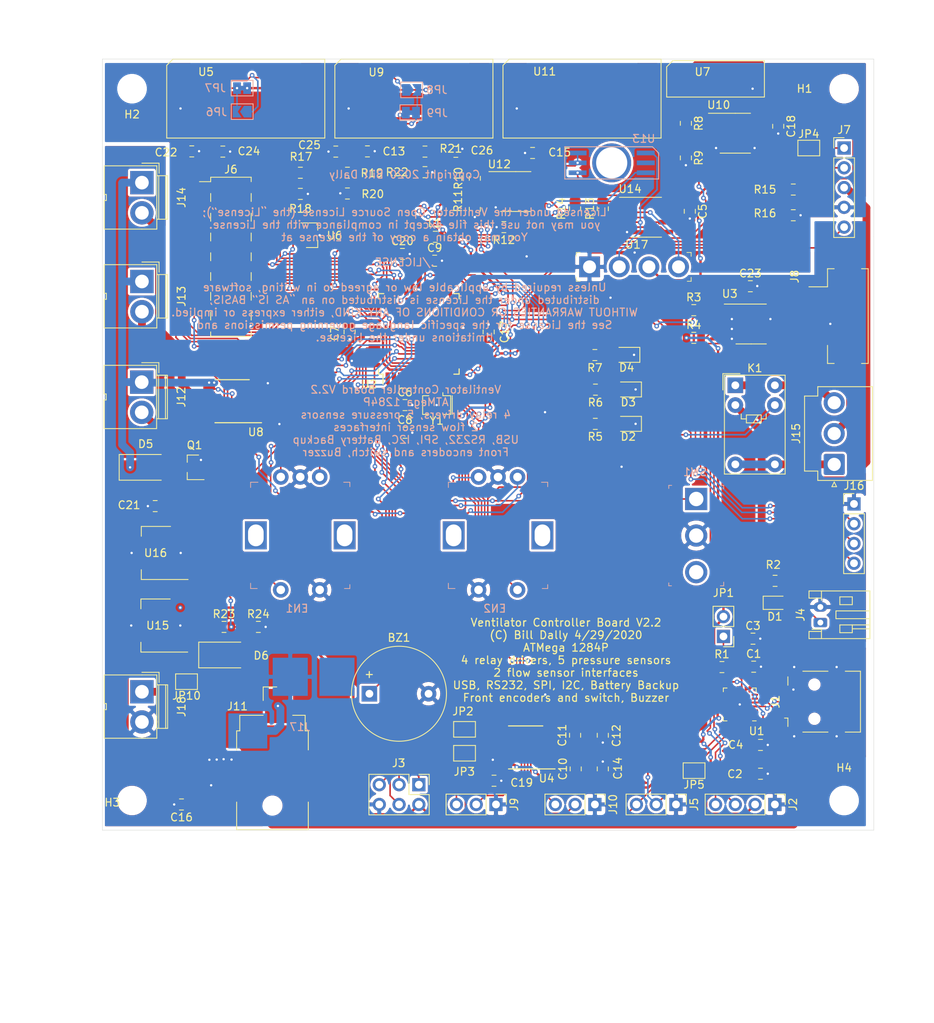
<source format=kicad_pcb>
(kicad_pcb (version 20171130) (host pcbnew "(5.1.4-0-10_14)")
  (layers (0 F.Cu signal) (31 B.Cu signal) (34 B.Paste user) (35 F.Paste user) (36 B.SilkS user) (37 F.SilkS user) (38 B.Mask user) (39 F.Mask user) (44 Edge.Cuts user))
  (net 0 "")
  (net 1 GND)
  (net 2 /ALARM)
  (net 3 VCC)
  (net 4 /AVCC)
  (net 5 /V12)
  (net 6 "Net-(D1-Pad2)")
  (net 7 /L1)
  (net 8 /L2)
  (net 9 /L3)
  (net 10 "Net-(J1-Pad4)")
  (net 11 /SDA)
  (net 12 /SCL)
  (net 13 /RESETN)
  (net 14 /MOSI)
  (net 15 /SCLK)
  (net 16 /MISO)
  (net 17 /TXD)
  (net 18 /RXD)
  (net 19 /FLOW)
  (net 20 /LP2)
  (net 21 /LP1)
  (net 22 /HP)
  (net 23 /LP3)
  (net 24 /PD7)
  (net 25 /SW1)
  (net 26 /STX)
  (net 27 /LED1)
  (net 28 /LED2)
  (net 29 /LED3)
  (net 30 "Net-(U1-Pad24)")
  (net 31 "Net-(U1-Pad23)")
  (net 32 "Net-(U1-Pad22)")
  (net 33 "Net-(U1-Pad19)")
  (net 34 "Net-(U1-Pad17)")
  (net 35 "Net-(U1-Pad16)")
  (net 36 "Net-(U1-Pad15)")
  (net 37 "Net-(U1-Pad14)")
  (net 38 "Net-(U1-Pad13)")
  (net 39 "Net-(U1-Pad12)")
  (net 40 "Net-(U1-Pad11)")
  (net 41 "Net-(U1-Pad10)")
  (net 42 "Net-(U1-Pad1)")
  (net 43 /AREF)
  (net 44 /OC1B)
  (net 45 /OC1A)
  (net 46 /XTAL2)
  (net 47 /XTAL1)
  (net 48 "Net-(U3-Pad1)")
  (net 49 "Net-(U5-Pad5)")
  (net 50 "Net-(U5-Pad6)")
  (net 51 "Net-(U5-Pad7)")
  (net 52 "Net-(U5-Pad1)")
  (net 53 "Net-(U5-Pad8)")
  (net 54 "Net-(U9-Pad5)")
  (net 55 "Net-(U9-Pad6)")
  (net 56 "Net-(U9-Pad7)")
  (net 57 "Net-(U9-Pad1)")
  (net 58 "Net-(U9-Pad8)")
  (net 59 "Net-(U11-Pad5)")
  (net 60 "Net-(U11-Pad6)")
  (net 61 "Net-(U11-Pad7)")
  (net 62 "Net-(U11-Pad1)")
  (net 63 "Net-(U11-Pad8)")
  (net 64 "Net-(U13-Pad2)")
  (net 65 /SOL1)
  (net 66 /SOL2)
  (net 67 /SOL3)
  (net 68 /SOL4)
  (net 69 /SFLOW)
  (net 70 /USB_Serial/VBUS)
  (net 71 /USB_Serial/USB_VCC)
  (net 72 /RS232/C1-)
  (net 73 /RS232/C1+)
  (net 74 /RS232/C2-)
  (net 75 /RS232/C2+)
  (net 76 /RS232/VS-)
  (net 77 /RS232/VS+)
  (net 78 /ENC12)
  (net 79 /ENC11)
  (net 80 /SW2)
  (net 81 /ENC22)
  (net 82 /ENC21)
  (net 83 /SW3)
  (net 84 /USB_Serial/D+)
  (net 85 /USB_Serial/D-)
  (net 86 /LP4)
  (net 87 /A6)
  (net 88 /A7)
  (net 89 /PD6)
  (net 90 /RS232/RT1)
  (net 91 /RS232/RR1)
  (net 92 /RS232/RT2)
  (net 93 /RS232/RR2)
  (net 94 /RXD1)
  (net 95 /USB_Serial/URST_N)
  (net 96 /Pressure_Sensors/HPM)
  (net 97 /Pressure_Sensors/V1V)
  (net 98 /Pressure_Sensors/DLB)
  (net 99 /Pressure_Sensors/DLPM)
  (net 100 /Pressure_Sensors/DLPREF)
  (net 101 "Net-(SW1-Pad3)")
  (net 102 /Pressure_Sensors/HP-)
  (net 103 /Pressure_Sensors/HP+)
  (net 104 /Pressure_Sensors/DLT)
  (net 105 /Pressure_Sensors/DLP-)
  (net 106 /Pressure_Sensors/DLP+)
  (net 107 /SRXD1)
  (net 108 /SRXD)
  (net 109 /TXD1)
  (net 110 /Pressure_Sensors/VP1)
  (net 111 /V5)
  (net 112 /Pressure_Sensors/LP1R)
  (net 113 /URXD)
  (net 114 /Pressure_Sensors/LP2R)
  (net 115 /Pressure_Sensors/LP3R)
  (net 116 /Pressure_Sensors/VP2)
  (net 117 /RELAY_NO)
  (net 118 /RELAY_NC)
  (net 119 /RELAY_C)
  (net 120 /V12A)
  (module Capacitor_SMD:C_0805_2012Metric (layer F.Cu) (at 62.2808 39.8018)
    (fp_text reference C22 (at -3.302 0.127) (layer F.SilkS))
    (fp_text value 100nF)
    (pad 2 smd roundrect (at 0.9375 0) (size 0.975 1.4) (layers F.Cu F.Paste F.Mask) (net 1 GND))
    (pad 1 smd roundrect (at -0.9375 0) (size 0.975 1.4) (layers F.Cu F.Paste F.Mask) (net 110 /Pressure_Sensors/VP1))
  )
  (module Capacitor_SMD:C_0805_2012Metric (layer F.Cu) (at 96.1898 39.8526)
    (fp_text reference C26 (at 3.3528 -0.1778) (layer F.SilkS))
    (fp_text value 470pF)
    (pad 2 smd roundrect (at 0.9375 0) (size 0.975 1.4) (layers F.Cu F.Paste F.Mask) (net 1 GND))
    (pad 1 smd roundrect (at -0.9375 0) (size 0.975 1.4) (layers F.Cu F.Paste F.Mask) (net 115 /Pressure_Sensors/LP3R))
  )
  (module Capacitor_SMD:C_0805_2012Metric (layer F.Cu) (at 80.7743 39.8272 180)
    (fp_text reference C25 (at 3.3805 0.8382) (layer F.SilkS))
    (fp_text value 470pF)
    (pad 2 smd roundrect (at 0.9375 0 180) (size 0.975 1.4) (layers F.Cu F.Paste F.Mask) (net 1 GND))
    (pad 1 smd roundrect (at -0.9375 0 180) (size 0.975 1.4) (layers F.Cu F.Paste F.Mask) (net 114 /Pressure_Sensors/LP2R))
  )
  (module Capacitor_SMD:C_0805_2012Metric (layer F.Cu) (at 66.2686 39.8272)
    (fp_text reference C24 (at 3.3528 -0.0508) (layer F.SilkS))
    (fp_text value 470pF)
    (pad 2 smd roundrect (at 0.9375 0) (size 0.975 1.4) (layers F.Cu F.Paste F.Mask) (net 1 GND))
    (pad 1 smd roundrect (at -0.9375 0) (size 0.975 1.4) (layers F.Cu F.Paste F.Mask) (net 112 /Pressure_Sensors/LP1R))
  )
  (module Resistor_SMD:R_0805_2012Metric (layer F.Cu) (at 70.831 100.8888)
    (fp_text reference R24 (at 0 -1.65) (layer F.SilkS))
    (fp_text value "10k 1%")
    (pad 2 smd roundrect (at 0.9375 0) (size 0.975 1.4) (layers F.Cu F.Paste F.Mask) (net 1 GND))
    (pad 1 smd roundrect (at -0.9375 0) (size 0.975 1.4) (layers F.Cu F.Paste F.Mask) (net 87 /A6))
  )
  (module Resistor_SMD:R_0805_2012Metric (layer F.Cu) (at 66.421 100.8888)
    (fp_text reference R23 (at 0 -1.65) (layer F.SilkS))
    (fp_text value "26.4K 1%")
    (pad 2 smd roundrect (at 0.9375 0) (size 0.975 1.4) (layers F.Cu F.Paste F.Mask) (net 87 /A6))
    (pad 1 smd roundrect (at -0.9375 0) (size 0.975 1.4) (layers F.Cu F.Paste F.Mask) (net 5 /V12))
  )
  (module DigiKey:SIP-4_W3.81mm (layer F.Cu) (at 113.3602 54.6354)
    (fp_text reference U17 (at 6.06 -2.85) (layer F.SilkS))
    (fp_text value MX10GP)
    (pad 4 thru_hole circle (at 11.43 0) (size 2.67 2.67) (drill 1.67) (layers *.Cu *.Mask) (net 105 /Pressure_Sensors/DLP-))
    (pad 3 thru_hole circle (at 7.62 0) (size 2.67 2.67) (drill 1.67) (layers *.Cu *.Mask) (net 3 VCC))
    (pad 2 thru_hole circle (at 3.81 0) (size 2.67 2.67) (drill 1.67) (layers *.Cu *.Mask) (net 106 /Pressure_Sensors/DLP+))
    (pad 1 thru_hole rect (at 0 0) (size 2.67 2.67) (drill 1.67) (layers *.Cu *.Mask) (net 1 GND))
  )
  (module Package_TO_SOT_SMD:SOT-23 (layer F.Cu) (at 77.6986 50.5714)
    (fp_text reference U6 (at 2.921 0.0508) (layer F.SilkS))
    (fp_text value MCP9700AT-ETT)
    (pad 3 smd rect (at 1 0) (size 0.9 0.8) (layers F.Cu F.Paste F.Mask) (net 1 GND))
    (pad 2 smd rect (at -1 0.95) (size 0.9 0.8) (layers F.Cu F.Paste F.Mask) (net 88 /A7))
    (pad 1 smd rect (at -1 -0.95) (size 0.9 0.8) (layers F.Cu F.Paste F.Mask) (net 3 VCC))
  )
  (module Jumper:SolderJumper-2_P1.3mm_Bridged_Pad1.0x1.5mm (layer F.Cu) (at 61.6054 107.9246 180)
    (fp_text reference JP10 (at 0 -1.8) (layer F.SilkS))
    (fp_text value Power)
    (fp_poly (pts (xy -0.25 -0.3) (xy 0.25 -0.3) (xy 0.25 0.3) (xy -0.25 0.3)) (layer F.Cu) (width 0))
    (pad 2 smd rect (at 0.65 0 180) (size 1 1.5) (layers F.Cu F.Mask) (net 5 /V12))
    (pad 1 smd rect (at -0.65 0 180) (size 1 1.5) (layers F.Cu F.Mask) (net 120 /V12A))
  )
  (module Diode_SMD:D_SMA (layer F.Cu) (at 66.5734 104.4956)
    (fp_text reference D6 (at 4.6228 0.0762) (layer F.SilkS))
    (fp_text value ES1D)
    (pad 2 smd rect (at 2 0) (size 2.5 1.8) (layers F.Cu F.Paste F.Mask) (net 120 /V12A))
    (pad 1 smd rect (at -2 0) (size 2.5 1.8) (layers F.Cu F.Paste F.Mask) (net 5 /V12))
  )
  (module Capacitor_SMD:C_0805_2012Metric (layer F.Cu) (at 134.0104 57.1246)
    (fp_text reference C23 (at 0 -1.65) (layer F.SilkS))
    (fp_text value 100nF)
    (pad 2 smd roundrect (at 0.9375 0) (size 0.975 1.4) (layers F.Cu F.Paste F.Mask) (net 1 GND))
    (pad 1 smd roundrect (at -0.9375 0) (size 0.975 1.4) (layers F.Cu F.Paste F.Mask) (net 3 VCC))
  )
  (module Connector:JWT_A3963_1x02_P3.96mm_Vertical (layer F.Cu) (at 55.88 109.22 270)
    (fp_text reference J18 (at 1.91 -5.08 90) (layer F.SilkS))
    (fp_text value P12V)
    (pad 2 thru_hole circle (at 3.88 0 270) (size 3 3) (drill 1.75) (layers *.Cu *.Mask) (net 1 GND))
    (pad 1 thru_hole rect (at 0 0 270) (size 3 3) (drill 1.75) (layers *.Cu *.Mask) (net 120 /V12A))
  )
  (module Connector_BarrelJack:BarrelJack_CUI_PJ006A (layer B.Cu) (at 76.1746 114.2492)
    (fp_text reference J17 (at 0 -0.5) (layer B.SilkS) (effects (justify mirror)))
    (fp_text value P12V_Vert_Back)
    (pad 3 smd rect (at 4.75 -6.95) (size 4.5 4.9) (layers B.Cu B.Paste B.Mask))
    (pad 2 smd rect (at -1.25 -6.95) (size 4.5 4.9) (layers B.Cu B.Paste B.Mask) (net 1 GND))
    (pad 1 smd rect (at -6.7 0) (size 5 4.5) (layers B.Cu B.Paste B.Mask) (net 120 /V12A))
  )
  (module Connector_PinHeader_2.54mm:PinHeader_1x04_P2.54mm_Vertical (layer F.Cu) (at 147.32 85.09)
    (fp_text reference J16 (at 0 -2.33) (layer F.SilkS))
    (fp_text value LEDs)
    (pad 4 thru_hole oval (at 0 7.62) (size 1.7 1.7) (drill 1) (layers *.Cu *.Mask) (net 7 /L1))
    (pad 3 thru_hole oval (at 0 5.08) (size 1.7 1.7) (drill 1) (layers *.Cu *.Mask) (net 8 /L2))
    (pad 2 thru_hole oval (at 0 2.54) (size 1.7 1.7) (drill 1) (layers *.Cu *.Mask) (net 9 /L3))
    (pad 1 thru_hole rect (at 0 0) (size 1.7 1.7) (drill 1) (layers *.Cu *.Mask) (net 1 GND))
  )
  (module Connector:JWT_A3963_1x02_P3.96mm_Vertical (layer F.Cu) (at 55.88 43.815 270)
    (fp_text reference J14 (at 1.91 -5.08 90) (layer F.SilkS))
    (fp_text value Sol3)
    (pad 2 thru_hole circle (at 3.88 0 270) (size 3 3) (drill 1.75) (layers *.Cu *.Mask) (net 67 /SOL3))
    (pad 1 thru_hole rect (at 0 0 270) (size 3 3) (drill 1.75) (layers *.Cu *.Mask) (net 5 /V12))
  )
  (module Connector:JWT_A3963_1x02_P3.96mm_Vertical (layer F.Cu) (at 55.88 56.515 270)
    (fp_text reference J13 (at 1.91 -5.08 90) (layer F.SilkS))
    (fp_text value Sol2)
    (pad 2 thru_hole circle (at 3.88 0 270) (size 3 3) (drill 1.75) (layers *.Cu *.Mask) (net 66 /SOL2))
    (pad 1 thru_hole rect (at 0 0 270) (size 3 3) (drill 1.75) (layers *.Cu *.Mask) (net 5 /V12))
  )
  (module DigiKey:Rotary_Encoder_Switched_EN11 (layer B.Cu) (at 95.91 89.1286)
    (fp_text reference EN2 (at 5.275 9.4) (layer B.SilkS) (effects (justify mirror)))
    (fp_text value Parm_Sel)
    (pad B thru_hole circle (at 8.2 -7.5) (size 2 2) (drill 1.1) (layers *.Cu *.Mask) (net 81 /ENC22))
    (pad C thru_hole circle (at 5.7 -7.5) (size 2 2) (drill 1.1) (layers *.Cu *.Mask) (net 1 GND))
    (pad A thru_hole circle (at 3.2 -7.5) (size 2 2) (drill 1.1) (layers *.Cu *.Mask) (net 82 /ENC21))
    (pad S2 thru_hole circle (at 8.2 7) (size 2 2) (drill 1.1) (layers *.Cu *.Mask) (net 83 /SW3))
    (pad S1 thru_hole circle (at 3.2 7) (size 2 2) (drill 1.1) (layers *.Cu *.Mask) (net 1 GND))
    (pad 3 thru_hole rect (at 11.4 0) (size 2.8 3.6) (drill oval 2 2.8) (layers *.Cu *.Mask))
    (pad 3 thru_hole rect (at 0 0) (size 2.8 3.6) (drill oval 2 2.8) (layers *.Cu *.Mask))
  )
  (module Relay_THT:Relay_SPDT_Omron_G5V-1 (layer F.Cu) (at 132.08 69.85)
    (fp_text reference K1 (at 2.5 -2.2) (layer F.SilkS))
    (fp_text value G5V-1)
    (pad 5 thru_hole circle (at 0 10.16) (size 2 2) (drill 1) (layers *.Cu *.Mask) (net 119 /RELAY_C))
    (pad 6 thru_hole circle (at 5.08 10.16) (size 2 2) (drill 1) (layers *.Cu *.Mask) (net 119 /RELAY_C))
    (pad 2 thru_hole circle (at 0 2.54) (size 2 2) (drill 1) (layers *.Cu *.Mask) (net 5 /V12))
    (pad 1 thru_hole rect (at 0 0) (size 2 2) (drill 1) (layers *.Cu *.Mask) (net 118 /RELAY_NC))
    (pad 9 thru_hole circle (at 5.08 2.54) (size 2 2) (drill 1) (layers *.Cu *.Mask) (net 68 /SOL4))
    (pad 10 thru_hole circle (at 5.08 0) (size 2 2) (drill 1) (layers *.Cu *.Mask) (net 117 /RELAY_NO))
  )
  (module Connector_JST:JST_VH_B3P-VH_1x03_P3.96mm_Vertical (layer F.Cu) (at 144.78 80.01 90)
    (fp_text reference J15 (at 3.96 -4.9 90) (layer F.SilkS))
    (fp_text value Relay)
    (pad 3 thru_hole circle (at 7.92 0 90) (size 2.7 2.7) (drill 1.7) (layers *.Cu *.Mask) (net 117 /RELAY_NO))
    (pad 2 thru_hole circle (at 3.96 0 90) (size 2.7 2.7) (drill 1.7) (layers *.Cu *.Mask) (net 118 /RELAY_NC))
    (pad 1 thru_hole roundrect (at 0 0 90) (size 2.7 2.7) (drill 1.7) (layers *.Cu *.Mask) (roundrect_rratio 0.09259299999999999) (net 119 /RELAY_C))
  )
  (module Resistor_SMD:R_0805_2012Metric (layer F.Cu) (at 76.2277 45.2628)
    (fp_text reference R18 (at -0.0023 1.905) (layer F.SilkS))
    (fp_text value 10k)
    (pad 2 smd roundrect (at 0.9375 0) (size 0.975 1.4) (layers F.Cu F.Paste F.Mask) (net 1 GND))
    (pad 1 smd roundrect (at -0.9375 0) (size 0.975 1.4) (layers F.Cu F.Paste F.Mask) (net 21 /LP1))
  )
  (module Jumper:SolderJumper-2_P1.3mm_Bridged_Pad1.0x1.5mm (layer B.Cu) (at 90.424 34.8234)
    (fp_text reference JP9 (at 3.3782 0.0508) (layer B.SilkS) (effects (justify mirror)))
    (fp_text value LP2_3P3V)
    (fp_poly (pts (xy -0.25 0.3) (xy 0.25 0.3) (xy 0.25 -0.3) (xy -0.25 -0.3)) (layer B.Cu) (width 0))
    (pad 2 smd rect (at 0.65 0) (size 1 1.5) (layers B.Cu B.Mask) (net 116 /Pressure_Sensors/VP2))
    (pad 1 smd rect (at -0.65 0) (size 1 1.5) (layers B.Cu B.Mask) (net 3 VCC))
  )
  (module Jumper:SolderJumper-2_P1.3mm_Bridged_Pad1.0x1.5mm (layer B.Cu) (at 68.7428 31.6738 180)
    (fp_text reference JP7 (at 3.4394 0) (layer B.SilkS) (effects (justify mirror)))
    (fp_text value LP1_3P3V)
    (fp_poly (pts (xy -0.25 0.3) (xy 0.25 0.3) (xy 0.25 -0.3) (xy -0.25 -0.3)) (layer B.Cu) (width 0))
    (pad 2 smd rect (at 0.65 0 180) (size 1 1.5) (layers B.Cu B.Mask) (net 110 /Pressure_Sensors/VP1))
    (pad 1 smd rect (at -0.65 0 180) (size 1 1.5) (layers B.Cu B.Mask) (net 3 VCC))
  )
  (module Resistor_SMD:R_0805_2012Metric (layer F.Cu) (at 92.2274 42.4688)
    (fp_text reference R22 (at -3.5814 0) (layer F.SilkS))
    (fp_text value 10k)
    (pad 2 smd roundrect (at 0.9375 0) (size 0.975 1.4) (layers F.Cu F.Paste F.Mask) (net 1 GND))
    (pad 1 smd roundrect (at -0.9375 0) (size 0.975 1.4) (layers F.Cu F.Paste F.Mask) (net 23 /LP3))
  )
  (module Resistor_SMD:R_0805_2012Metric (layer F.Cu) (at 92.2274 39.8272 180)
    (fp_text reference R21 (at -3.3274 0.381) (layer F.SilkS))
    (fp_text value 5.1k)
    (pad 2 smd roundrect (at 0.9375 0 180) (size 0.975 1.4) (layers F.Cu F.Paste F.Mask) (net 23 /LP3))
    (pad 1 smd roundrect (at -0.9375 0 180) (size 0.975 1.4) (layers F.Cu F.Paste F.Mask) (net 115 /Pressure_Sensors/LP3R))
  )
  (module Resistor_SMD:R_0805_2012Metric (layer F.Cu) (at 82.2706 45.212 180)
    (fp_text reference R20 (at -3.2512 -0.0762) (layer F.SilkS))
    (fp_text value 10k)
    (pad 2 smd roundrect (at 0.9375 0 180) (size 0.975 1.4) (layers F.Cu F.Paste F.Mask) (net 1 GND))
    (pad 1 smd roundrect (at -0.9375 0 180) (size 0.975 1.4) (layers F.Cu F.Paste F.Mask) (net 20 /LP2))
  )
  (module Resistor_SMD:R_0805_2012Metric (layer F.Cu) (at 82.2706 42.545)
    (fp_text reference R19 (at 3.1496 0.0508) (layer F.SilkS))
    (fp_text value 5.1k)
    (pad 2 smd roundrect (at 0.9375 0) (size 0.975 1.4) (layers F.Cu F.Paste F.Mask) (net 20 /LP2))
    (pad 1 smd roundrect (at -0.9375 0) (size 0.975 1.4) (layers F.Cu F.Paste F.Mask) (net 114 /Pressure_Sensors/LP2R))
  )
  (module Jumper:SolderJumper-2_P1.3mm_Open_TrianglePad1.0x1.5mm (layer B.Cu) (at 90.514 31.9024)
    (fp_text reference JP8 (at 3.2374 0) (layer B.SilkS) (effects (justify mirror)))
    (fp_text value LP2_5V)
    (pad 1 smd custom (at -0.725 0) (size 0.3 0.3) (layers B.Cu B.Mask) (net 111 /V5) (options (clearance outline) (anchor rect)) (primitives (gr_poly (pts (xy -0.5 0.75) (xy 0.5 0.75) (xy 1 0) (xy 0.5 -0.75) (xy -0.5 -0.75)) (width 0))))
    (pad 2 smd custom (at 0.725 0) (size 0.3 0.3) (layers B.Cu B.Mask) (net 116 /Pressure_Sensors/VP2) (options (clearance outline) (anchor rect)) (primitives (gr_poly (pts (xy -0.65 0.75) (xy 0.5 0.75) (xy 0.5 -0.75) (xy -0.65 -0.75) (xy -0.15 0)) (width 0))))
  )
  (module Connector:JWT_A3963_1x02_P3.96mm_Vertical (layer F.Cu) (at 55.8546 69.4436 270)
    (fp_text reference J12 (at 1.91 -5.08 90) (layer F.SilkS))
    (fp_text value Sol1)
    (pad 2 thru_hole circle (at 3.88 0 270) (size 3 3) (drill 1.75) (layers *.Cu *.Mask) (net 65 /SOL1))
    (pad 1 thru_hole rect (at 0 0 270) (size 3 3) (drill 1.75) (layers *.Cu *.Mask) (net 5 /V12))
  )
  (module Connector_PinHeader_2.54mm:PinHeader_2x08_P2.54mm_Vertical_SMD (layer F.Cu) (at 67.31 53.34)
    (fp_text reference J6 (at 0 -11.22) (layer F.SilkS))
    (fp_text value "Test & Spare")
    (pad 16 smd rect (at 2.525 8.89) (size 3.15 1) (layers F.Cu F.Paste F.Mask) (net 1 GND))
    (pad 15 smd rect (at -2.525 8.89) (size 3.15 1) (layers F.Cu F.Paste F.Mask) (net 19 /FLOW))
    (pad 14 smd rect (at 2.525 6.35) (size 3.15 1) (layers F.Cu F.Paste F.Mask) (net 21 /LP1))
    (pad 13 smd rect (at -2.525 6.35) (size 3.15 1) (layers F.Cu F.Paste F.Mask) (net 20 /LP2))
    (pad 12 smd rect (at 2.525 3.81) (size 3.15 1) (layers F.Cu F.Paste F.Mask) (net 23 /LP3))
    (pad 11 smd rect (at -2.525 3.81) (size 3.15 1) (layers F.Cu F.Paste F.Mask) (net 86 /LP4))
    (pad 10 smd rect (at 2.525 1.27) (size 3.15 1) (layers F.Cu F.Paste F.Mask) (net 22 /HP))
    (pad 9 smd rect (at -2.525 1.27) (size 3.15 1) (layers F.Cu F.Paste F.Mask) (net 87 /A6))
    (pad 8 smd rect (at 2.525 -1.27) (size 3.15 1) (layers F.Cu F.Paste F.Mask) (net 17 /TXD))
    (pad 7 smd rect (at -2.525 -1.27) (size 3.15 1) (layers F.Cu F.Paste F.Mask) (net 88 /A7))
    (pad 6 smd rect (at 2.525 -3.81) (size 3.15 1) (layers F.Cu F.Paste F.Mask) (net 24 /PD7))
    (pad 5 smd rect (at -2.525 -3.81) (size 3.15 1) (layers F.Cu F.Paste F.Mask) (net 18 /RXD))
    (pad 4 smd rect (at 2.525 -6.35) (size 3.15 1) (layers F.Cu F.Paste F.Mask) (net 89 /PD6))
    (pad 3 smd rect (at -2.525 -6.35) (size 3.15 1) (layers F.Cu F.Paste F.Mask) (net 12 /SCL))
    (pad 2 smd rect (at 2.525 -8.89) (size 3.15 1) (layers F.Cu F.Paste F.Mask) (net 3 VCC))
    (pad 1 smd rect (at -2.525 -8.89) (size 3.15 1) (layers F.Cu F.Paste F.Mask) (net 11 /SDA))
  )
  (module Package_TO_SOT_SMD:SOT-223-3_TabPin2 (layer F.Cu) (at 57.7088 91.3892 180)
    (fp_text reference U16 (at 0.0762 0) (layer F.SilkS))
    (fp_text value 78L05)
    (pad 1 smd rect (at -3.15 -2.3 180) (size 2 1.5) (layers F.Cu F.Paste F.Mask) (net 5 /V12))
    (pad 3 smd rect (at -3.15 2.3 180) (size 2 1.5) (layers F.Cu F.Paste F.Mask) (net 111 /V5))
    (pad 2 smd rect (at -3.15 0 180) (size 2 1.5) (layers F.Cu F.Paste F.Mask) (net 1 GND))
    (pad 2 smd rect (at 3.15 0 180) (size 2 3.8) (layers F.Cu F.Paste F.Mask) (net 1 GND))
  )
  (module Resistor_SMD:R_0805_2012Metric (layer F.Cu) (at 76.2254 42.545 180)
    (fp_text reference R17 (at -0.0762 2.0574) (layer F.SilkS))
    (fp_text value 5.1k)
    (pad 2 smd roundrect (at 0.9375 0 180) (size 0.975 1.4) (layers F.Cu F.Paste F.Mask) (net 21 /LP1))
    (pad 1 smd roundrect (at -0.9375 0 180) (size 0.975 1.4) (layers F.Cu F.Paste F.Mask) (net 112 /Pressure_Sensors/LP1R))
  )
  (module Jumper:SolderJumper-2_P1.3mm_Open_TrianglePad1.0x1.5mm (layer B.Cu) (at 68.7578 34.6964 180)
    (fp_text reference JP6 (at 3.302 -0.0508) (layer B.SilkS) (effects (justify mirror)))
    (fp_text value LP1_5V)
    (pad 1 smd custom (at -0.725 0 180) (size 0.3 0.3) (layers B.Cu B.Mask) (net 111 /V5) (options (clearance outline) (anchor rect)) (primitives (gr_poly (pts (xy -0.5 0.75) (xy 0.5 0.75) (xy 1 0) (xy 0.5 -0.75) (xy -0.5 -0.75)) (width 0))))
    (pad 2 smd custom (at 0.725 0 180) (size 0.3 0.3) (layers B.Cu B.Mask) (net 110 /Pressure_Sensors/VP1) (options (clearance outline) (anchor rect)) (primitives (gr_poly (pts (xy -0.65 0.75) (xy 0.5 0.75) (xy 0.5 -0.75) (xy -0.65 -0.75) (xy -0.15 0)) (width 0))))
  )
  (module Jumper:SolderJumper-2_P1.3mm_Open_TrianglePad1.0x1.5mm (layer F.Cu) (at 126.783 119.3546 180)
    (fp_text reference JP5 (at 0 -1.8) (layer F.SilkS))
    (fp_text value USB)
    (pad 1 smd custom (at -0.725 0 180) (size 0.3 0.3) (layers F.Cu F.Mask) (net 113 /URXD) (options (clearance outline) (anchor rect)) (primitives (gr_poly (pts (xy -0.5 -0.75) (xy 0.5 -0.75) (xy 1 0) (xy 0.5 0.75) (xy -0.5 0.75)) (width 0))))
    (pad 2 smd custom (at 0.725 0 180) (size 0.3 0.3) (layers F.Cu F.Mask) (net 18 /RXD) (options (clearance outline) (anchor rect)) (primitives (gr_poly (pts (xy -0.65 -0.75) (xy 0.5 -0.75) (xy 0.5 0.75) (xy -0.65 0.75) (xy -0.15 0)) (width 0))))
  )
  (module Capacitor_SMD:C_0805_2012Metric (layer F.Cu) (at 84.8383 39.8018)
    (fp_text reference C13 (at 3.4036 0) (layer F.SilkS))
    (fp_text value 100nF)
    (pad 2 smd roundrect (at 0.9375 0) (size 0.975 1.4) (layers F.Cu F.Paste F.Mask) (net 1 GND))
    (pad 1 smd roundrect (at -0.9375 0) (size 0.975 1.4) (layers F.Cu F.Paste F.Mask) (net 116 /Pressure_Sensors/VP2))
  )
  (module Capacitor_SMD:C_0805_2012Metric (layer F.Cu) (at 57.5818 85.3694 180)
    (fp_text reference C21 (at 3.3528 0.127) (layer F.SilkS))
    (fp_text value 100nF)
    (pad 2 smd roundrect (at 0.9375 0 180) (size 0.975 1.4) (layers F.Cu F.Paste F.Mask) (net 1 GND))
    (pad 1 smd roundrect (at -0.9375 0 180) (size 0.975 1.4) (layers F.Cu F.Paste F.Mask) (net 111 /V5))
  )
  (module Sensor_Pressure:NXP_Pressure_Sensor (layer F.Cu) (at 112.395 33.02 270)
    (fp_text reference U11 (at -3.4798 4.8006) (layer F.SilkS))
    (fp_text value MP3V5010GP)
    (pad 4 smd rect (at 3.81 8.38 270) (size 1.52 2.54) (layers F.Cu F.Paste F.Mask) (net 115 /Pressure_Sensors/LP3R))
    (pad 5 smd rect (at 3.81 -8.38 270) (size 1.52 2.54) (layers F.Cu F.Paste F.Mask) (net 59 "Net-(U11-Pad5)"))
    (pad 3 smd rect (at 1.27 8.38 270) (size 1.52 2.54) (layers F.Cu F.Paste F.Mask) (net 1 GND))
    (pad 6 smd rect (at 1.27 -8.38 270) (size 1.52 2.54) (layers F.Cu F.Paste F.Mask) (net 60 "Net-(U11-Pad6)"))
    (pad 2 smd rect (at -1.27 8.38 270) (size 1.52 2.54) (layers F.Cu F.Paste F.Mask) (net 116 /Pressure_Sensors/VP2))
    (pad 7 smd rect (at -1.27 -8.38 270) (size 1.52 2.54) (layers F.Cu F.Paste F.Mask) (net 61 "Net-(U11-Pad7)"))
    (pad 1 smd rect (at -3.81 8.38 270) (size 1.52 2.54) (layers F.Cu F.Paste F.Mask) (net 62 "Net-(U11-Pad1)"))
    (pad 8 smd rect (at -3.81 -8.38 270) (size 1.52 2.54) (layers F.Cu F.Paste F.Mask) (net 63 "Net-(U11-Pad8)"))
  )
  (module Jumper:SolderJumper-2_P1.3mm_Open_TrianglePad1.0x1.5mm (layer F.Cu) (at 97.3074 117.1194 180)
    (fp_text reference JP3 (at 0.0254 -2.3622) (layer F.SilkS))
    (fp_text value RS232)
    (pad 1 smd custom (at -0.725 0 180) (size 0.3 0.3) (layers F.Cu F.Mask) (net 108 /SRXD) (options (clearance outline) (anchor rect)) (primitives (gr_poly (pts (xy -0.5 -0.75) (xy 0.5 -0.75) (xy 1 0) (xy 0.5 0.75) (xy -0.5 0.75)) (width 0))))
    (pad 2 smd custom (at 0.725 0 180) (size 0.3 0.3) (layers F.Cu F.Mask) (net 18 /RXD) (options (clearance outline) (anchor rect)) (primitives (gr_poly (pts (xy -0.65 -0.75) (xy 0.5 -0.75) (xy 0.5 0.75) (xy -0.65 0.75) (xy -0.15 0)) (width 0))))
  )
  (module Jumper:SolderJumper-2_P1.3mm_Open_TrianglePad1.0x1.5mm (layer F.Cu) (at 97.3074 114.046 180)
    (fp_text reference JP2 (at 0.2032 2.3114) (layer F.SilkS))
    (fp_text value RS232B)
    (pad 1 smd custom (at -0.725 0 180) (size 0.3 0.3) (layers F.Cu F.Mask) (net 107 /SRXD1) (options (clearance outline) (anchor rect)) (primitives (gr_poly (pts (xy -0.5 -0.75) (xy 0.5 -0.75) (xy 1 0) (xy 0.5 0.75) (xy -0.5 0.75)) (width 0))))
    (pad 2 smd custom (at 0.725 0 180) (size 0.3 0.3) (layers F.Cu F.Mask) (net 94 /RXD1) (options (clearance outline) (anchor rect)) (primitives (gr_poly (pts (xy -0.65 -0.75) (xy 0.5 -0.75) (xy 0.5 0.75) (xy -0.65 0.75) (xy -0.15 0)) (width 0))))
  )
  (module Connector_PinHeader_2.54mm:PinHeader_2x03_P2.54mm_Vertical (layer F.Cu) (at 91.44 121.158 270)
    (fp_text reference J3 (at -2.7686 2.5908 180) (layer F.SilkS))
    (fp_text value Program)
    (pad 6 thru_hole oval (at 2.54 5.08 270) (size 1.7 1.7) (drill 1) (layers *.Cu *.Mask) (net 1 GND))
    (pad 5 thru_hole oval (at 0 5.08 270) (size 1.7 1.7) (drill 1) (layers *.Cu *.Mask) (net 13 /RESETN))
    (pad 4 thru_hole oval (at 2.54 2.54 270) (size 1.7 1.7) (drill 1) (layers *.Cu *.Mask) (net 14 /MOSI))
    (pad 3 thru_hole oval (at 0 2.54 270) (size 1.7 1.7) (drill 1) (layers *.Cu *.Mask) (net 15 /SCLK))
    (pad 2 thru_hole oval (at 2.54 0 270) (size 1.7 1.7) (drill 1) (layers *.Cu *.Mask) (net 3 VCC))
    (pad 1 thru_hole rect (at 0 0 270) (size 1.7 1.7) (drill 1) (layers *.Cu *.Mask) (net 16 /MISO))
  )
  (module Resistor_SMD:R_0805_2012Metric (layer F.Cu) (at 114.0437 65.9638 180)
    (fp_text reference R7 (at 0 -1.65) (layer F.SilkS))
    (fp_text value 330)
    (pad 2 smd roundrect (at 0.9375 0 180) (size 0.975 1.4) (layers F.Cu F.Paste F.Mask) (net 29 /LED3))
    (pad 1 smd roundrect (at -0.9375 0 180) (size 0.975 1.4) (layers F.Cu F.Paste F.Mask) (net 9 /L3))
  )
  (module Resistor_SMD:R_0805_2012Metric (layer F.Cu) (at 114.1199 70.4088 180)
    (fp_text reference R6 (at 0 -1.65) (layer F.SilkS))
    (fp_text value 330)
    (pad 2 smd roundrect (at 0.9375 0 180) (size 0.975 1.4) (layers F.Cu F.Paste F.Mask) (net 28 /LED2))
    (pad 1 smd roundrect (at -0.9375 0 180) (size 0.975 1.4) (layers F.Cu F.Paste F.Mask) (net 8 /L2))
  )
  (module Resistor_SMD:R_0805_2012Metric (layer F.Cu) (at 114.0991 74.803 180)
    (fp_text reference R5 (at 0 -1.65) (layer F.SilkS))
    (fp_text value 330)
    (pad 2 smd roundrect (at 0.9375 0 180) (size 0.975 1.4) (layers F.Cu F.Paste F.Mask) (net 27 /LED1))
    (pad 1 smd roundrect (at -0.9375 0 180) (size 0.975 1.4) (layers F.Cu F.Paste F.Mask) (net 7 /L1))
  )
  (module Diode_SMD:D_0805_2012Metric (layer F.Cu) (at 118.1354 65.9384 180)
    (fp_text reference D4 (at 0 -1.65) (layer F.SilkS))
    (fp_text value LED)
    (pad 2 smd roundrect (at 0.9375 0 180) (size 0.975 1.4) (layers F.Cu F.Paste F.Mask) (net 9 /L3))
    (pad 1 smd roundrect (at -0.9375 0 180) (size 0.975 1.4) (layers F.Cu F.Paste F.Mask) (net 1 GND))
  )
  (module Diode_SMD:D_0805_2012Metric (layer F.Cu) (at 118.3386 70.3834 180)
    (fp_text reference D3 (at 0 -1.65) (layer F.SilkS))
    (fp_text value LED)
    (pad 2 smd roundrect (at 0.9375 0 180) (size 0.975 1.4) (layers F.Cu F.Paste F.Mask) (net 8 /L2))
    (pad 1 smd roundrect (at -0.9375 0 180) (size 0.975 1.4) (layers F.Cu F.Paste F.Mask) (net 1 GND))
  )
  (module Diode_SMD:D_0805_2012Metric (layer F.Cu) (at 118.3386 74.803 180)
    (fp_text reference D2 (at 0 -1.65) (layer F.SilkS))
    (fp_text value LED)
    (pad 2 smd roundrect (at 0.9375 0 180) (size 0.975 1.4) (layers F.Cu F.Paste F.Mask) (net 7 /L1))
    (pad 1 smd roundrect (at -0.9375 0 180) (size 0.975 1.4) (layers F.Cu F.Paste F.Mask) (net 1 GND))
  )
  (module Connector_PinHeader_2.54mm:PinHeader_1x02_P2.54mm_Vertical (layer F.Cu) (at 130.556 102.108 180)
    (fp_text reference JP1 (at 0 5.588) (layer F.SilkS))
    (fp_text value "USB Power Jumper")
    (pad 2 thru_hole oval (at 0 2.54 180) (size 1.7 1.7) (drill 1) (layers *.Cu *.Mask) (net 3 VCC))
    (pad 1 thru_hole rect (at 0 0 180) (size 1.7 1.7) (drill 1) (layers *.Cu *.Mask) (net 71 /USB_Serial/USB_VCC))
  )
  (module Package_SO:SOIC-8_3.9x4.9mm_P1.27mm (layer F.Cu) (at 120.65 48.26)
    (fp_text reference U14 (at -2.0828 -3.6322) (layer F.SilkS))
    (fp_text value MCP6N11)
    (pad 8 smd roundrect (at 2.475 -1.905) (size 1.95 0.6) (layers F.Cu F.Paste F.Mask) (net 3 VCC))
    (pad 7 smd roundrect (at 2.475 -0.635) (size 1.95 0.6) (layers F.Cu F.Paste F.Mask) (net 3 VCC))
    (pad 6 smd roundrect (at 2.475 0.635) (size 1.95 0.6) (layers F.Cu F.Paste F.Mask) (net 86 /LP4))
    (pad 5 smd roundrect (at 2.475 1.905) (size 1.95 0.6) (layers F.Cu F.Paste F.Mask) (net 100 /Pressure_Sensors/DLPREF))
    (pad 4 smd roundrect (at -2.475 1.905) (size 1.95 0.6) (layers F.Cu F.Paste F.Mask) (net 1 GND))
    (pad 3 smd roundrect (at -2.475 0.635) (size 1.95 0.6) (layers F.Cu F.Paste F.Mask) (net 106 /Pressure_Sensors/DLP+))
    (pad 2 smd roundrect (at -2.475 -0.635) (size 1.95 0.6) (layers F.Cu F.Paste F.Mask) (net 105 /Pressure_Sensors/DLP-))
    (pad 1 smd roundrect (at -2.475 -1.905) (size 1.95 0.6) (layers F.Cu F.Paste F.Mask) (net 99 /Pressure_Sensors/DLPM))
  )
  (module Sensor_Pressure:2SMPP (layer B.Cu) (at 116.205 41.275 270)
    (fp_text reference U13 (at -3.0988 -4.1148 180) (layer B.SilkS) (effects (justify mirror)))
    (fp_text value 2SMPP-03)
    (pad 7 thru_hole circle (at 0 0 270) (size 5 5) (drill 4) (layers *.Cu *.Mask))
    (pad 3 smd rect (at 1.27 -4.375 270) (size 0.6 2.3) (layers B.Cu B.Paste B.Mask) (net 98 /Pressure_Sensors/DLB))
    (pad 4 smd rect (at 1.27 4.375 270) (size 0.6 2.3) (layers B.Cu B.Paste B.Mask) (net 105 /Pressure_Sensors/DLP-))
    (pad 2 smd rect (at 0 -4.375 270) (size 0.6 2.3) (layers B.Cu B.Paste B.Mask) (net 64 "Net-(U13-Pad2)"))
    (pad 5 smd rect (at 0 4.375 270) (size 0.6 2.3) (layers B.Cu B.Paste B.Mask) (net 104 /Pressure_Sensors/DLT))
    (pad 1 smd rect (at -1.27 -4.375 270) (size 0.6 2.3) (layers B.Cu B.Paste B.Mask) (net 106 /Pressure_Sensors/DLP+))
    (pad 6 smd rect (at -1.27 4.375 270) (size 0.6 2.3) (layers B.Cu B.Paste B.Mask) (net 104 /Pressure_Sensors/DLT))
  )
  (module Package_SO:SO-8_3.9x4.9mm_P1.27mm (layer F.Cu) (at 103.886 44.958)
    (fp_text reference U12 (at -2.1082 -3.5052) (layer F.SilkS))
    (fp_text value LMV358)
    (pad 8 smd roundrect (at 2.575 -1.905) (size 1.75 0.6) (layers F.Cu F.Paste F.Mask) (net 3 VCC))
    (pad 7 smd roundrect (at 2.575 -0.635) (size 1.75 0.6) (layers F.Cu F.Paste F.Mask) (net 100 /Pressure_Sensors/DLPREF))
    (pad 6 smd roundrect (at 2.575 0.635) (size 1.75 0.6) (layers F.Cu F.Paste F.Mask) (net 100 /Pressure_Sensors/DLPREF))
    (pad 5 smd roundrect (at 2.575 1.905) (size 1.75 0.6) (layers F.Cu F.Paste F.Mask) (net 97 /Pressure_Sensors/V1V))
    (pad 4 smd roundrect (at -2.575 1.905) (size 1.75 0.6) (layers F.Cu F.Paste F.Mask) (net 1 GND))
    (pad 3 smd roundrect (at -2.575 0.635) (size 1.75 0.6) (layers F.Cu F.Paste F.Mask) (net 97 /Pressure_Sensors/V1V))
    (pad 2 smd roundrect (at -2.575 -0.635) (size 1.75 0.6) (layers F.Cu F.Paste F.Mask) (net 98 /Pressure_Sensors/DLB))
    (pad 1 smd roundrect (at -2.575 -1.905) (size 1.75 0.6) (layers F.Cu F.Paste F.Mask) (net 104 /Pressure_Sensors/DLT))
  )
  (module Resistor_SMD:R_0805_2012Metric (layer F.Cu) (at 111.506 47.1655 270)
    (fp_text reference R14 (at 0 1.778 90) (layer F.SilkS))
    (fp_text value 10k)
    (pad 2 smd roundrect (at 0.9375 0 270) (size 0.975 1.4) (layers F.Cu F.Paste F.Mask) (net 100 /Pressure_Sensors/DLPREF))
    (pad 1 smd roundrect (at -0.9375 0 270) (size 0.975 1.4) (layers F.Cu F.Paste F.Mask) (net 99 /Pressure_Sensors/DLPM))
  )
  (module Resistor_SMD:R_0805_2012Metric (layer F.Cu) (at 115.062 47.1655 90)
    (fp_text reference R13 (at 0 -1.65 90) (layer F.SilkS))
    (fp_text value 220k)
    (pad 2 smd roundrect (at 0.9375 0 90) (size 0.975 1.4) (layers F.Cu F.Paste F.Mask) (net 99 /Pressure_Sensors/DLPM))
    (pad 1 smd roundrect (at -0.9375 0 90) (size 0.975 1.4) (layers F.Cu F.Paste F.Mask) (net 86 /LP4))
  )
  (module Resistor_SMD:R_0805_2012Metric (layer F.Cu) (at 102.362 49.53 180)
    (fp_text reference R12 (at 0 -1.65) (layer F.SilkS))
    (fp_text value 10k)
    (pad 2 smd roundrect (at 0.9375 0 180) (size 0.975 1.4) (layers F.Cu F.Paste F.Mask) (net 1 GND))
    (pad 1 smd roundrect (at -0.9375 0 180) (size 0.975 1.4) (layers F.Cu F.Paste F.Mask) (net 98 /Pressure_Sensors/DLB))
  )
  (module Resistor_SMD:R_0805_2012Metric (layer F.Cu) (at 98.6282 47.244 270)
    (fp_text reference R11 (at -1.0668 2.159 90) (layer F.SilkS))
    (fp_text value 100k)
    (pad 2 smd roundrect (at 0.9375 0 270) (size 0.975 1.4) (layers F.Cu F.Paste F.Mask) (net 1 GND))
    (pad 1 smd roundrect (at -0.9375 0 270) (size 0.975 1.4) (layers F.Cu F.Paste F.Mask) (net 97 /Pressure_Sensors/V1V))
  )
  (module Resistor_SMD:R_0805_2012Metric (layer F.Cu) (at 98.6282 43.2585 270)
    (fp_text reference R10 (at -0.0023 2.1082 90) (layer F.SilkS))
    (fp_text value 330k)
    (pad 2 smd roundrect (at 0.9375 0 270) (size 0.975 1.4) (layers F.Cu F.Paste F.Mask) (net 97 /Pressure_Sensors/V1V))
    (pad 1 smd roundrect (at -0.9375 0 270) (size 0.975 1.4) (layers F.Cu F.Paste F.Mask) (net 3 VCC))
  )
  (module Package_SO:SOIC-8_3.9x4.9mm_P1.27mm (layer F.Cu) (at 132.08 37.465)
    (fp_text reference U10 (at -2.1336 -3.6322) (layer F.SilkS))
    (fp_text value MCP6N11)
    (pad 8 smd roundrect (at 2.475 -1.905) (size 1.95 0.6) (layers F.Cu F.Paste F.Mask) (net 3 VCC))
    (pad 7 smd roundrect (at 2.475 -0.635) (size 1.95 0.6) (layers F.Cu F.Paste F.Mask) (net 3 VCC))
    (pad 6 smd roundrect (at 2.475 0.635) (size 1.95 0.6) (layers F.Cu F.Paste F.Mask) (net 22 /HP))
    (pad 5 smd roundrect (at 2.475 1.905) (size 1.95 0.6) (layers F.Cu F.Paste F.Mask) (net 1 GND))
    (pad 4 smd roundrect (at -2.475 1.905) (size 1.95 0.6) (layers F.Cu F.Paste F.Mask) (net 1 GND))
    (pad 3 smd roundrect (at -2.475 0.635) (size 1.95 0.6) (layers F.Cu F.Paste F.Mask) (net 103 /Pressure_Sensors/HP+))
    (pad 2 smd roundrect (at -2.475 -0.635) (size 1.95 0.6) (layers F.Cu F.Paste F.Mask) (net 102 /Pressure_Sensors/HP-))
    (pad 1 smd roundrect (at -2.475 -1.905) (size 1.95 0.6) (layers F.Cu F.Paste F.Mask) (net 96 /Pressure_Sensors/HPM))
  )
  (module Sensor_Pressure:NXP_Pressure_Sensor (layer F.Cu) (at 90.805 33.02 270)
    (fp_text reference U9 (at -3.3782 4.826) (layer F.SilkS))
    (fp_text value MPXV5010GP)
    (pad 4 smd rect (at 3.81 8.38 270) (size 1.52 2.54) (layers F.Cu F.Paste F.Mask) (net 114 /Pressure_Sensors/LP2R))
    (pad 5 smd rect (at 3.81 -8.38 270) (size 1.52 2.54) (layers F.Cu F.Paste F.Mask) (net 54 "Net-(U9-Pad5)"))
    (pad 3 smd rect (at 1.27 8.38 270) (size 1.52 2.54) (layers F.Cu F.Paste F.Mask) (net 1 GND))
    (pad 6 smd rect (at 1.27 -8.38 270) (size 1.52 2.54) (layers F.Cu F.Paste F.Mask) (net 55 "Net-(U9-Pad6)"))
    (pad 2 smd rect (at -1.27 8.38 270) (size 1.52 2.54) (layers F.Cu F.Paste F.Mask) (net 116 /Pressure_Sensors/VP2))
    (pad 7 smd rect (at -1.27 -8.38 270) (size 1.52 2.54) (layers F.Cu F.Paste F.Mask) (net 56 "Net-(U9-Pad7)"))
    (pad 1 smd rect (at -3.81 8.38 270) (size 1.52 2.54) (layers F.Cu F.Paste F.Mask) (net 57 "Net-(U9-Pad1)"))
    (pad 8 smd rect (at -3.81 -8.38 270) (size 1.52 2.54) (layers F.Cu F.Paste F.Mask) (net 58 "Net-(U9-Pad8)"))
  )
  (module Sensor_Pressure:Honeywell_NBP (layer F.Cu) (at 129.54 30.48 270)
    (fp_text reference U7 (at -0.889 1.6764) (layer F.SilkS))
    (fp_text value NBPMANN150PGUNV)
    (pad 2 smd rect (at 1.27 4.76 270) (size 1.143 2.032) (layers F.Cu F.Paste F.Mask) (net 102 /Pressure_Sensors/HP-))
    (pad 3 smd rect (at 1.27 -4.76 270) (size 1.143 2.032) (layers F.Cu F.Paste F.Mask) (net 1 GND))
    (pad 1 smd rect (at -1.27 4.76 270) (size 1.143 2.032) (layers F.Cu F.Paste F.Mask) (net 3 VCC))
    (pad 4 smd rect (at -1.27 -4.76 270) (size 1.143 2.032) (layers F.Cu F.Paste F.Mask) (net 103 /Pressure_Sensors/HP+))
  )
  (module Sensor_Pressure:NXP_Pressure_Sensor (layer F.Cu) (at 69.215 33.02 270)
    (fp_text reference U5 (at -3.429 5.1054) (layer F.SilkS))
    (fp_text value MP3V5010GP)
    (pad 4 smd rect (at 3.81 8.38 270) (size 1.52 2.54) (layers F.Cu F.Paste F.Mask) (net 112 /Pressure_Sensors/LP1R))
    (pad 5 smd rect (at 3.81 -8.38 270) (size 1.52 2.54) (layers F.Cu F.Paste F.Mask) (net 49 "Net-(U5-Pad5)"))
    (pad 3 smd rect (at 1.27 8.38 270) (size 1.52 2.54) (layers F.Cu F.Paste F.Mask) (net 1 GND))
    (pad 6 smd rect (at 1.27 -8.38 270) (size 1.52 2.54) (layers F.Cu F.Paste F.Mask) (net 50 "Net-(U5-Pad6)"))
    (pad 2 smd rect (at -1.27 8.38 270) (size 1.52 2.54) (layers F.Cu F.Paste F.Mask) (net 110 /Pressure_Sensors/VP1))
    (pad 7 smd rect (at -1.27 -8.38 270) (size 1.52 2.54) (layers F.Cu F.Paste F.Mask) (net 51 "Net-(U5-Pad7)"))
    (pad 1 smd rect (at -3.81 8.38 270) (size 1.52 2.54) (layers F.Cu F.Paste F.Mask) (net 52 "Net-(U5-Pad1)"))
    (pad 8 smd rect (at -3.81 -8.38 270) (size 1.52 2.54) (layers F.Cu F.Paste F.Mask) (net 53 "Net-(U5-Pad8)"))
  )
  (module Package_SO:TSSOP-16_4.4x5mm_P0.65mm (layer F.Cu) (at 105.156 116.332 180)
    (fp_text reference U4 (at -2.6924 -4.0132) (layer F.SilkS))
    (fp_text value MAX3232)
    (pad 16 smd rect (at 2.95 -2.275 180) (size 1.5 0.45) (layers F.Cu F.Paste F.Mask) (net 3 VCC))
    (pad 15 smd rect (at 2.95 -1.625 180) (size 1.5 0.45) (layers F.Cu F.Paste F.Mask) (net 1 GND))
    (pad 14 smd rect (at 2.95 -0.975 180) (size 1.5 0.45) (layers F.Cu F.Paste F.Mask) (net 90 /RS232/RT1))
    (pad 13 smd rect (at 2.95 -0.325 180) (size 1.5 0.45) (layers F.Cu F.Paste F.Mask) (net 91 /RS232/RR1))
    (pad 12 smd rect (at 2.95 0.325 180) (size 1.5 0.45) (layers F.Cu F.Paste F.Mask) (net 108 /SRXD))
    (pad 11 smd rect (at 2.95 0.975 180) (size 1.5 0.45) (layers F.Cu F.Paste F.Mask) (net 17 /TXD))
    (pad 10 smd rect (at 2.95 1.625 180) (size 1.5 0.45) (layers F.Cu F.Paste F.Mask) (net 109 /TXD1))
    (pad 9 smd rect (at 2.95 2.275 180) (size 1.5 0.45) (layers F.Cu F.Paste F.Mask) (net 107 /SRXD1))
    (pad 8 smd rect (at -2.95 2.275 180) (size 1.5 0.45) (layers F.Cu F.Paste F.Mask) (net 93 /RS232/RR2))
    (pad 7 smd rect (at -2.95 1.625 180) (size 1.5 0.45) (layers F.Cu F.Paste F.Mask) (net 92 /RS232/RT2))
    (pad 6 smd rect (at -2.95 0.975 180) (size 1.5 0.45) (layers F.Cu F.Paste F.Mask) (net 76 /RS232/VS-))
    (pad 5 smd rect (at -2.95 0.325 180) (size 1.5 0.45) (layers F.Cu F.Paste F.Mask) (net 74 /RS232/C2-))
    (pad 4 smd rect (at -2.95 -0.325 180) (size 1.5 0.45) (layers F.Cu F.Paste F.Mask) (net 75 /RS232/C2+))
    (pad 3 smd rect (at -2.95 -0.975 180) (size 1.5 0.45) (layers F.Cu F.Paste F.Mask) (net 72 /RS232/C1-))
    (pad 2 smd rect (at -2.95 -1.625 180) (size 1.5 0.45) (layers F.Cu F.Paste F.Mask) (net 77 /RS232/VS+))
    (pad 1 smd rect (at -2.95 -2.275 180) (size 1.5 0.45) (layers F.Cu F.Paste F.Mask) (net 73 /RS232/C1+))
  )
  (module Package_DFN_QFN:QFN-24-1EP_4x4mm_P0.5mm_EP2.6x2.6mm (layer F.Cu) (at 132.65 110.85 180)
    (fp_text reference U1 (at -2.1732 -3.4246) (layer F.SilkS))
    (fp_text value CP2102N-A01-GQFN24)
    (pad 24 smd roundrect (at -1.25 -1.9375 180) (size 0.25 0.825) (layers F.Cu F.Paste F.Mask) (net 30 "Net-(U1-Pad24)"))
    (pad 23 smd roundrect (at -0.75 -1.9375 180) (size 0.25 0.825) (layers F.Cu F.Paste F.Mask) (net 31 "Net-(U1-Pad23)"))
    (pad 22 smd roundrect (at -0.25 -1.9375 180) (size 0.25 0.825) (layers F.Cu F.Paste F.Mask) (net 32 "Net-(U1-Pad22)"))
    (pad 21 smd roundrect (at 0.25 -1.9375 180) (size 0.25 0.825) (layers F.Cu F.Paste F.Mask) (net 113 /URXD))
    (pad 20 smd roundrect (at 0.75 -1.9375 180) (size 0.25 0.825) (layers F.Cu F.Paste F.Mask) (net 17 /TXD))
    (pad 19 smd roundrect (at 1.25 -1.9375 180) (size 0.25 0.825) (layers F.Cu F.Paste F.Mask) (net 33 "Net-(U1-Pad19)"))
    (pad 18 smd roundrect (at 1.9375 -1.25 180) (size 0.825 0.25) (layers F.Cu F.Paste F.Mask) (net 1 GND))
    (pad 17 smd roundrect (at 1.9375 -0.75 180) (size 0.825 0.25) (layers F.Cu F.Paste F.Mask) (net 34 "Net-(U1-Pad17)"))
    (pad 16 smd roundrect (at 1.9375 -0.25 180) (size 0.825 0.25) (layers F.Cu F.Paste F.Mask) (net 35 "Net-(U1-Pad16)"))
    (pad 15 smd roundrect (at 1.9375 0.25 180) (size 0.825 0.25) (layers F.Cu F.Paste F.Mask) (net 36 "Net-(U1-Pad15)"))
    (pad 14 smd roundrect (at 1.9375 0.75 180) (size 0.825 0.25) (layers F.Cu F.Paste F.Mask) (net 37 "Net-(U1-Pad14)"))
    (pad 13 smd roundrect (at 1.9375 1.25 180) (size 0.825 0.25) (layers F.Cu F.Paste F.Mask) (net 38 "Net-(U1-Pad13)"))
    (pad 12 smd roundrect (at 1.25 1.9375 180) (size 0.25 0.825) (layers F.Cu F.Paste F.Mask) (net 39 "Net-(U1-Pad12)"))
    (pad 11 smd roundrect (at 0.75 1.9375 180) (size 0.25 0.825) (layers F.Cu F.Paste F.Mask) (net 40 "Net-(U1-Pad11)"))
    (pad 10 smd roundrect (at 0.25 1.9375 180) (size 0.25 0.825) (layers F.Cu F.Paste F.Mask) (net 41 "Net-(U1-Pad10)"))
    (pad 9 smd roundrect (at -0.25 1.9375 180) (size 0.25 0.825) (layers F.Cu F.Paste F.Mask) (net 95 /USB_Serial/URST_N))
    (pad 8 smd roundrect (at -0.75 1.9375 180) (size 0.25 0.825) (layers F.Cu F.Paste F.Mask) (net 70 /USB_Serial/VBUS))
    (pad 7 smd roundrect (at -1.25 1.9375 180) (size 0.25 0.825) (layers F.Cu F.Paste F.Mask) (net 70 /USB_Serial/VBUS))
    (pad 6 smd roundrect (at -1.9375 1.25 180) (size 0.825 0.25) (layers F.Cu F.Paste F.Mask) (net 71 /USB_Serial/USB_VCC))
    (pad 5 smd roundrect (at -1.9375 0.75 180) (size 0.825 0.25) (layers F.Cu F.Paste F.Mask) (net 71 /USB_Serial/USB_VCC))
    (pad 4 smd roundrect (at -1.9375 0.25 180) (size 0.825 0.25) (layers F.Cu F.Paste F.Mask) (net 85 /USB_Serial/D-))
    (pad 3 smd roundrect (at -1.9375 -0.25 180) (size 0.825 0.25) (layers F.Cu F.Paste F.Mask) (net 84 /USB_Serial/D+))
    (pad 2 smd roundrect (at -1.9375 -0.75 180) (size 0.825 0.25) (layers F.Cu F.Paste F.Mask) (net 1 GND))
    (pad 1 smd roundrect (at -1.9375 -1.25 180) (size 0.825 0.25) (layers F.Cu F.Paste F.Mask) (net 42 "Net-(U1-Pad1)"))
    (pad 25 smd roundrect (at 0 0 180) (size 2.6 2.6) (layers F.Cu F.Mask) (roundrect_rratio 0.096154) (net 1 GND))
  )
  (module Resistor_SMD:R_0805_2012Metric (layer F.Cu) (at 125.73 40.64 270)
    (fp_text reference R9 (at 0 -1.65 90) (layer F.SilkS))
    (fp_text value 10k)
    (pad 2 smd roundrect (at 0.9375 0 270) (size 0.975 1.4) (layers F.Cu F.Paste F.Mask) (net 1 GND))
    (pad 1 smd roundrect (at -0.9375 0 270) (size 0.975 1.4) (layers F.Cu F.Paste F.Mask) (net 96 /Pressure_Sensors/HPM))
  )
  (module Resistor_SMD:R_0805_2012Metric (layer F.Cu) (at 125.73 36.195 270)
    (fp_text reference R8 (at 0 -1.65 90) (layer F.SilkS))
    (fp_text value 220k)
    (pad 2 smd roundrect (at 0.9375 0 270) (size 0.975 1.4) (layers F.Cu F.Paste F.Mask) (net 96 /Pressure_Sensors/HPM))
    (pad 1 smd roundrect (at -0.9375 0 270) (size 0.975 1.4) (layers F.Cu F.Paste F.Mask) (net 22 /HP))
  )
  (module Resistor_SMD:R_0805_2012Metric (layer F.Cu) (at 130.3625 106.05)
    (fp_text reference R1 (at 0 -1.65) (layer F.SilkS))
    (fp_text value 2.2K)
    (pad 2 smd roundrect (at 0.9375 0) (size 0.975 1.4) (layers F.Cu F.Paste F.Mask) (net 95 /USB_Serial/URST_N))
    (pad 1 smd roundrect (at -0.9375 0) (size 0.975 1.4) (layers F.Cu F.Paste F.Mask) (net 71 /USB_Serial/USB_VCC))
  )
  (module Connector_PinHeader_2.54mm:PinHeader_1x03_P2.54mm_Vertical (layer F.Cu) (at 114.046 123.698 270)
    (fp_text reference J10 (at 0 -2.33 90) (layer F.SilkS))
    (fp_text value RS232B)
    (pad 3 thru_hole oval (at 0 5.08 270) (size 1.7 1.7) (drill 1) (layers *.Cu *.Mask) (net 92 /RS232/RT2))
    (pad 2 thru_hole oval (at 0 2.54 270) (size 1.7 1.7) (drill 1) (layers *.Cu *.Mask) (net 93 /RS232/RR2))
    (pad 1 thru_hole rect (at 0 0 270) (size 1.7 1.7) (drill 1) (layers *.Cu *.Mask) (net 1 GND))
  )
  (module Connector_PinHeader_2.54mm:PinHeader_1x03_P2.54mm_Vertical (layer F.Cu) (at 101.346 123.698 270)
    (fp_text reference J9 (at 0 -2.33 90) (layer F.SilkS))
    (fp_text value RS232)
    (pad 3 thru_hole oval (at 0 5.08 270) (size 1.7 1.7) (drill 1) (layers *.Cu *.Mask) (net 90 /RS232/RT1))
    (pad 2 thru_hole oval (at 0 2.54 270) (size 1.7 1.7) (drill 1) (layers *.Cu *.Mask) (net 91 /RS232/RR1))
    (pad 1 thru_hole rect (at 0 0 270) (size 1.7 1.7) (drill 1) (layers *.Cu *.Mask) (net 1 GND))
  )
  (module Connector_USB:USB_Mini-B_Lumberg_2486_01_Horizontal (layer F.Cu) (at 142.24 110.49 90)
    (fp_text reference J1 (at 0 -5 90) (layer F.SilkS))
    (fp_text value USB_B_Mini)
    (pad "" np_thru_hole circle (at 2.2 0 90) (size 1 1) (drill 1) (layers *.Cu *.Mask))
    (pad "" np_thru_hole circle (at -2.2 0 90) (size 1 1) (drill 1) (layers *.Cu *.Mask))
    (pad 6 smd rect (at 4.45 2.85 90) (size 2 1.7) (layers F.Cu F.Paste F.Mask) (net 1 GND))
    (pad 6 smd rect (at 4.45 -2.6 90) (size 2 1.7) (layers F.Cu F.Paste F.Mask) (net 1 GND))
    (pad 6 smd rect (at -4.45 2.85 90) (size 2 1.7) (layers F.Cu F.Paste F.Mask) (net 1 GND))
    (pad 6 smd rect (at -4.45 -2.6 90) (size 2 1.7) (layers F.Cu F.Paste F.Mask) (net 1 GND))
    (pad 5 smd rect (at 1.6 -2.7 90) (size 0.5 2) (layers F.Cu F.Paste F.Mask) (net 1 GND))
    (pad 4 smd rect (at 0.8 -2.7 90) (size 0.5 2) (layers F.Cu F.Paste F.Mask) (net 10 "Net-(J1-Pad4)"))
    (pad 3 smd rect (at 0 -2.7 90) (size 0.5 2) (layers F.Cu F.Paste F.Mask) (net 84 /USB_Serial/D+))
    (pad 2 smd rect (at -0.8 -2.7 90) (size 0.5 2) (layers F.Cu F.Paste F.Mask) (net 85 /USB_Serial/D-))
    (pad 1 smd rect (at -1.6 -2.7 90) (size 0.5 2) (layers F.Cu F.Paste F.Mask) (net 70 /USB_Serial/VBUS))
  )
  (module Capacitor_SMD:C_0805_2012Metric (layer F.Cu) (at 106.045 40.005 180)
    (fp_text reference C15 (at -3.4798 0.0762) (layer F.SilkS))
    (fp_text value 100nF)
    (pad 2 smd roundrect (at 0.9375 0 180) (size 0.975 1.4) (layers F.Cu F.Paste F.Mask) (net 1 GND))
    (pad 1 smd roundrect (at -0.9375 0 180) (size 0.975 1.4) (layers F.Cu F.Paste F.Mask) (net 3 VCC))
  )
  (module Capacitor_SMD:C_0805_2012Metric (layer F.Cu) (at 115.062 119.126 90)
    (fp_text reference C14 (at 0.0762 1.9304 90) (layer F.SilkS))
    (fp_text value 100nF)
    (pad 2 smd roundrect (at 0.9375 0 90) (size 0.975 1.4) (layers F.Cu F.Paste F.Mask) (net 1 GND))
    (pad 1 smd roundrect (at -0.9375 0 90) (size 0.975 1.4) (layers F.Cu F.Paste F.Mask) (net 77 /RS232/VS+))
  )
  (module Capacitor_SMD:C_0805_2012Metric (layer F.Cu) (at 115.062 114.808 270)
    (fp_text reference C12 (at 0.0508 -1.7526 90) (layer F.SilkS))
    (fp_text value 100nF)
    (pad 2 smd roundrect (at 0.9375 0 270) (size 0.975 1.4) (layers F.Cu F.Paste F.Mask) (net 1 GND))
    (pad 1 smd roundrect (at -0.9375 0 270) (size 0.975 1.4) (layers F.Cu F.Paste F.Mask) (net 76 /RS232/VS-))
  )
  (module Capacitor_SMD:C_0805_2012Metric (layer F.Cu) (at 111.506 114.808 90)
    (fp_text reference C11 (at 0 -1.65 90) (layer F.SilkS))
    (fp_text value 100nF)
    (pad 2 smd roundrect (at 0.9375 0 90) (size 0.975 1.4) (layers F.Cu F.Paste F.Mask) (net 74 /RS232/C2-))
    (pad 1 smd roundrect (at -0.9375 0 90) (size 0.975 1.4) (layers F.Cu F.Paste F.Mask) (net 75 /RS232/C2+))
  )
  (module Capacitor_SMD:C_0805_2012Metric (layer F.Cu) (at 111.5845 119.126 90)
    (fp_text reference C10 (at 0 -1.65 90) (layer F.SilkS))
    (fp_text value 100nF)
    (pad 2 smd roundrect (at 0.9375 0 90) (size 0.975 1.4) (layers F.Cu F.Paste F.Mask) (net 72 /RS232/C1-))
    (pad 1 smd roundrect (at -0.9375 0 90) (size 0.975 1.4) (layers F.Cu F.Paste F.Mask) (net 73 /RS232/C1+))
  )
  (module Capacitor_SMD:C_0805_2012Metric (layer F.Cu) (at 135.3125 116.05)
    (fp_text reference C4 (at -3.1817 -0.0228) (layer F.SilkS))
    (fp_text value 100nF)
    (pad 2 smd roundrect (at 0.9375 0) (size 0.975 1.4) (layers F.Cu F.Paste F.Mask) (net 1 GND))
    (pad 1 smd roundrect (at -0.9375 0) (size 0.975 1.4) (layers F.Cu F.Paste F.Mask) (net 71 /USB_Serial/USB_VCC))
  )
  (module Capacitor_SMD:C_0805_2012Metric (layer F.Cu) (at 134.35 102.4)
    (fp_text reference C3 (at 0 -1.65) (layer F.SilkS))
    (fp_text value 100nF)
    (pad 2 smd roundrect (at 0.9375 0) (size 0.975 1.4) (layers F.Cu F.Paste F.Mask) (net 1 GND))
    (pad 1 smd roundrect (at -0.9375 0) (size 0.975 1.4) (layers F.Cu F.Paste F.Mask) (net 70 /USB_Serial/VBUS))
  )
  (module Capacitor_SMD:C_0805_2012Metric (layer F.Cu) (at 135.3125 119.75)
    (fp_text reference C2 (at -3.2833 0.0364) (layer F.SilkS))
    (fp_text value 4.7uF)
    (pad 2 smd roundrect (at 0.9375 0) (size 0.975 1.4) (layers F.Cu F.Paste F.Mask) (net 1 GND))
    (pad 1 smd roundrect (at -0.9375 0) (size 0.975 1.4) (layers F.Cu F.Paste F.Mask) (net 71 /USB_Serial/USB_VCC))
  )
  (module Capacitor_SMD:C_0805_2012Metric (layer F.Cu) (at 134.4375 106)
    (fp_text reference C1 (at 0 -1.65) (layer F.SilkS))
    (fp_text value 4.7uF)
    (pad 2 smd roundrect (at 0.9375 0) (size 0.975 1.4) (layers F.Cu F.Paste F.Mask) (net 1 GND))
    (pad 1 smd roundrect (at -0.9375 0) (size 0.975 1.4) (layers F.Cu F.Paste F.Mask) (net 70 /USB_Serial/VBUS))
  )
  (module Package_TO_SOT_SMD:SOT-223-3_TabPin2 (layer F.Cu) (at 57.658 100.711 180)
    (fp_text reference U15 (at -0.254 0) (layer F.SilkS))
    (fp_text value 78M33)
    (pad 1 smd rect (at -3.15 -2.3 180) (size 2 1.5) (layers F.Cu F.Paste F.Mask) (net 5 /V12))
    (pad 3 smd rect (at -3.15 2.3 180) (size 2 1.5) (layers F.Cu F.Paste F.Mask) (net 3 VCC))
    (pad 2 smd rect (at -3.15 0 180) (size 2 1.5) (layers F.Cu F.Paste F.Mask) (net 1 GND))
    (pad 2 smd rect (at 3.15 0 180) (size 2 3.8) (layers F.Cu F.Paste F.Mask) (net 1 GND))
  )
  (module Package_QFP:TQFP-44_10x10mm_P0.8mm (layer F.Cu) (at 91.44 63.246 90)
    (fp_text reference U2 (at -6.477 -6.3754 180) (layer F.SilkS))
    (fp_text value ATmega1284P-AU)
    (pad 44 smd rect (at -4 -5.7 180) (size 1.5 0.55) (layers F.Cu F.Paste F.Mask) (net 25 /SW1))
    (pad 43 smd rect (at -3.2 -5.7 180) (size 1.5 0.55) (layers F.Cu F.Paste F.Mask) (net 81 /ENC22))
    (pad 42 smd rect (at -2.4 -5.7 180) (size 1.5 0.55) (layers F.Cu F.Paste F.Mask) (net 82 /ENC21))
    (pad 41 smd rect (at -1.6 -5.7 180) (size 1.5 0.55) (layers F.Cu F.Paste F.Mask) (net 78 /ENC12))
    (pad 40 smd rect (at -0.8 -5.7 180) (size 1.5 0.55) (layers F.Cu F.Paste F.Mask) (net 79 /ENC11))
    (pad 39 smd rect (at 0 -5.7 180) (size 1.5 0.55) (layers F.Cu F.Paste F.Mask) (net 1 GND))
    (pad 38 smd rect (at 0.8 -5.7 180) (size 1.5 0.55) (layers F.Cu F.Paste F.Mask) (net 3 VCC))
    (pad 37 smd rect (at 1.6 -5.7 180) (size 1.5 0.55) (layers F.Cu F.Paste F.Mask) (net 19 /FLOW))
    (pad 36 smd rect (at 2.4 -5.7 180) (size 1.5 0.55) (layers F.Cu F.Paste F.Mask) (net 21 /LP1))
    (pad 35 smd rect (at 3.2 -5.7 180) (size 1.5 0.55) (layers F.Cu F.Paste F.Mask) (net 20 /LP2))
    (pad 34 smd rect (at 4 -5.7 180) (size 1.5 0.55) (layers F.Cu F.Paste F.Mask) (net 23 /LP3))
    (pad 33 smd rect (at 5.7 -4 90) (size 1.5 0.55) (layers F.Cu F.Paste F.Mask) (net 86 /LP4))
    (pad 32 smd rect (at 5.7 -3.2 90) (size 1.5 0.55) (layers F.Cu F.Paste F.Mask) (net 22 /HP))
    (pad 31 smd rect (at 5.7 -2.4 90) (size 1.5 0.55) (layers F.Cu F.Paste F.Mask) (net 87 /A6))
    (pad 30 smd rect (at 5.7 -1.6 90) (size 1.5 0.55) (layers F.Cu F.Paste F.Mask) (net 88 /A7))
    (pad 29 smd rect (at 5.7 -0.8 90) (size 1.5 0.55) (layers F.Cu F.Paste F.Mask) (net 43 /AREF))
    (pad 28 smd rect (at 5.7 0 90) (size 1.5 0.55) (layers F.Cu F.Paste F.Mask) (net 1 GND))
    (pad 27 smd rect (at 5.7 0.8 90) (size 1.5 0.55) (layers F.Cu F.Paste F.Mask) (net 4 /AVCC))
    (pad 26 smd rect (at 5.7 1.6 90) (size 1.5 0.55) (layers F.Cu F.Paste F.Mask) (net 29 /LED3))
    (pad 25 smd rect (at 5.7 2.4 90) (size 1.5 0.55) (layers F.Cu F.Paste F.Mask) (net 28 /LED2))
    (pad 24 smd rect (at 5.7 3.2 90) (size 1.5 0.55) (layers F.Cu F.Paste F.Mask) (net 27 /LED1))
    (pad 23 smd rect (at 5.7 4 90) (size 1.5 0.55) (layers F.Cu F.Paste F.Mask) (net 2 /ALARM))
    (pad 22 smd rect (at 4 5.7 180) (size 1.5 0.55) (layers F.Cu F.Paste F.Mask) (net 83 /SW3))
    (pad 21 smd rect (at 3.2 5.7 180) (size 1.5 0.55) (layers F.Cu F.Paste F.Mask) (net 80 /SW2))
    (pad 20 smd rect (at 2.4 5.7 180) (size 1.5 0.55) (layers F.Cu F.Paste F.Mask) (net 11 /SDA))
    (pad 19 smd rect (at 1.6 5.7 180) (size 1.5 0.55) (layers F.Cu F.Paste F.Mask) (net 12 /SCL))
    (pad 18 smd rect (at 0.8 5.7 180) (size 1.5 0.55) (layers F.Cu F.Paste F.Mask) (net 1 GND))
    (pad 17 smd rect (at 0 5.7 180) (size 1.5 0.55) (layers F.Cu F.Paste F.Mask) (net 3 VCC))
    (pad 16 smd rect (at -0.8 5.7 180) (size 1.5 0.55) (layers F.Cu F.Paste F.Mask) (net 24 /PD7))
    (pad 15 smd rect (at -1.6 5.7 180) (size 1.5 0.55) (layers F.Cu F.Paste F.Mask) (net 89 /PD6))
    (pad 14 smd rect (at -2.4 5.7 180) (size 1.5 0.55) (layers F.Cu F.Paste F.Mask) (net 45 /OC1A))
    (pad 13 smd rect (at -3.2 5.7 180) (size 1.5 0.55) (layers F.Cu F.Paste F.Mask) (net 44 /OC1B))
    (pad 12 smd rect (at -4 5.7 180) (size 1.5 0.55) (layers F.Cu F.Paste F.Mask) (net 109 /TXD1))
    (pad 11 smd rect (at -5.7 4 90) (size 1.5 0.55) (layers F.Cu F.Paste F.Mask) (net 94 /RXD1))
    (pad 10 smd rect (at -5.7 3.2 90) (size 1.5 0.55) (layers F.Cu F.Paste F.Mask) (net 17 /TXD))
    (pad 9 smd rect (at -5.7 2.4 90) (size 1.5 0.55) (layers F.Cu F.Paste F.Mask) (net 18 /RXD))
    (pad 8 smd rect (at -5.7 1.6 90) (size 1.5 0.55) (layers F.Cu F.Paste F.Mask) (net 47 /XTAL1))
    (pad 7 smd rect (at -5.7 0.8 90) (size 1.5 0.55) (layers F.Cu F.Paste F.Mask) (net 46 /XTAL2))
    (pad 6 smd rect (at -5.7 0 90) (size 1.5 0.55) (layers F.Cu F.Paste F.Mask) (net 1 GND))
    (pad 5 smd rect (at -5.7 -0.8 90) (size 1.5 0.55) (layers F.Cu F.Paste F.Mask) (net 3 VCC))
    (pad 4 smd rect (at -5.7 -1.6 90) (size 1.5 0.55) (layers F.Cu F.Paste F.Mask) (net 13 /RESETN))
    (pad 3 smd rect (at -5.7 -2.4 90) (size 1.5 0.55) (layers F.Cu F.Paste F.Mask) (net 15 /SCLK))
    (pad 2 smd rect (at -5.7 -3.2 90) (size 1.5 0.55) (layers F.Cu F.Paste F.Mask) (net 16 /MISO))
    (pad 1 smd rect (at -5.7 -4 90) (size 1.5 0.55) (layers F.Cu F.Paste F.Mask) (net 14 /MOSI))
  )
  (module DigiKey:Toggle_Switch_100SP1T1B4M2QE (layer B.Cu) (at 127.06 84.455 270)
    (fp_text reference SW1 (at -3.4544 0.1524 180) (layer B.SilkS) (effects (justify mirror)))
    (fp_text value SW_SPDT)
    (pad 3 thru_hole circle (at 9.4 0 270) (size 2.85 2.85) (drill 1.85) (layers *.Cu *.Mask) (net 101 "Net-(SW1-Pad3)"))
    (pad 2 thru_hole circle (at 4.7 0 270) (size 2.85 2.85) (drill 1.85) (layers *.Cu *.Mask) (net 1 GND))
    (pad 1 thru_hole rect (at 0 0 270) (size 2.85 2.85) (drill 1.85) (layers *.Cu *.Mask) (net 25 /SW1))
  )
  (module Package_TO_SOT_SMD:SOT-23 (layer F.Cu) (at 62.4586 80.391 180)
    (fp_text reference Q1 (at -0.1778 2.8448) (layer F.SilkS))
    (fp_text value PMV20XNE)
    (pad 3 smd rect (at 1 0 180) (size 0.9 0.8) (layers F.Cu F.Paste F.Mask) (net 65 /SOL1))
    (pad 2 smd rect (at -1 0.95 180) (size 0.9 0.8) (layers F.Cu F.Paste F.Mask) (net 1 GND))
    (pad 1 smd rect (at -1 -0.95 180) (size 0.9 0.8) (layers F.Cu F.Paste F.Mask) (net 45 /OC1A))
  )
  (module DigiKey:Rotary_Encoder_Switched_EN11 (layer B.Cu) (at 70.51 89.1286)
    (fp_text reference EN1 (at 5.275 9.4) (layer B.SilkS) (effects (justify mirror)))
    (fp_text value Func_Sel)
    (pad B thru_hole circle (at 8.2 -7.5) (size 2 2) (drill 1.1) (layers *.Cu *.Mask) (net 78 /ENC12))
    (pad C thru_hole circle (at 5.7 -7.5) (size 2 2) (drill 1.1) (layers *.Cu *.Mask) (net 1 GND))
    (pad A thru_hole circle (at 3.2 -7.5) (size 2 2) (drill 1.1) (layers *.Cu *.Mask) (net 79 /ENC11))
    (pad S2 thru_hole circle (at 8.2 7) (size 2 2) (drill 1.1) (layers *.Cu *.Mask) (net 1 GND))
    (pad S1 thru_hole circle (at 3.2 7) (size 2 2) (drill 1.1) (layers *.Cu *.Mask) (net 80 /SW2))
    (pad 3 thru_hole rect (at 11.4 0) (size 2.8 3.6) (drill oval 2 2.8) (layers *.Cu *.Mask))
    (pad 3 thru_hole rect (at 0 0) (size 2.8 3.6) (drill oval 2 2.8) (layers *.Cu *.Mask))
  )
  (module Diode_SMD:D_SMA (layer F.Cu) (at 56.3626 80.391)
    (fp_text reference D5 (at 0 -2.9972) (layer F.SilkS))
    (fp_text value ES1D)
    (pad 2 smd rect (at 2 0) (size 2.5 1.8) (layers F.Cu F.Paste F.Mask) (net 65 /SOL1))
    (pad 1 smd rect (at -2 0) (size 2.5 1.8) (layers F.Cu F.Paste F.Mask) (net 5 /V12))
  )
  (module Resistor_SMD:R_0805_2012Metric (layer F.Cu) (at 139.5245 48.006)
    (fp_text reference R16 (at -3.6345 -0.254) (layer F.SilkS))
    (fp_text value "10k 0.1%")
    (pad 2 smd roundrect (at 0.9375 0) (size 0.975 1.4) (layers F.Cu F.Paste F.Mask) (net 1 GND))
    (pad 1 smd roundrect (at -0.9375 0) (size 0.975 1.4) (layers F.Cu F.Paste F.Mask) (net 19 /FLOW))
  )
  (module Resistor_SMD:R_0805_2012Metric (layer F.Cu) (at 139.5245 44.704 180)
    (fp_text reference R15 (at 3.6345 0) (layer F.SilkS))
    (fp_text value "35.7k 0.1%")
    (pad 2 smd roundrect (at 0.9375 0 180) (size 0.975 1.4) (layers F.Cu F.Paste F.Mask) (net 19 /FLOW))
    (pad 1 smd roundrect (at -0.9375 0 180) (size 0.975 1.4) (layers F.Cu F.Paste F.Mask) (net 69 /SFLOW))
  )
  (module Capacitor_SMD:C_0805_2012Metric (layer F.Cu) (at 89.3318 52.9844)
    (fp_text reference C20 (at 0 -1.65) (layer F.SilkS))
    (fp_text value 100nF)
    (pad 2 smd roundrect (at 0.9375 0) (size 0.975 1.4) (layers F.Cu F.Paste F.Mask) (net 1 GND))
    (pad 1 smd roundrect (at -0.9375 0) (size 0.975 1.4) (layers F.Cu F.Paste F.Mask) (net 43 /AREF))
  )
  (module Jumper:SolderJumper-2_P1.3mm_Open_TrianglePad1.0x1.5mm (layer F.Cu) (at 141.515 39.37)
    (fp_text reference JP4 (at 0 -1.8) (layer F.SilkS))
    (fp_text value "Siargo Serial")
    (pad 1 smd custom (at -0.725 0) (size 0.3 0.3) (layers F.Cu F.Mask) (net 94 /RXD1) (options (clearance outline) (anchor rect)) (primitives (gr_poly (pts (xy -0.5 -0.75) (xy 0.5 -0.75) (xy 1 0) (xy 0.5 0.75) (xy -0.5 0.75)) (width 0))))
    (pad 2 smd custom (at 0.725 0) (size 0.3 0.3) (layers F.Cu F.Mask) (net 26 /STX) (options (clearance outline) (anchor rect)) (primitives (gr_poly (pts (xy -0.65 -0.75) (xy 0.5 -0.75) (xy 0.5 0.75) (xy -0.65 0.75) (xy -0.15 0)) (width 0))))
  )
  (module Capacitor_SMD:C_0805_2012Metric (layer F.Cu) (at 101.092 120.65)
    (fp_text reference C19 (at 3.556 0.254) (layer F.SilkS))
    (fp_text value 100nF)
    (pad 2 smd roundrect (at 0.9375 0) (size 0.975 1.4) (layers F.Cu F.Paste F.Mask) (net 1 GND))
    (pad 1 smd roundrect (at -0.9375 0) (size 0.975 1.4) (layers F.Cu F.Paste F.Mask) (net 3 VCC))
  )
  (module Capacitor_SMD:C_0805_2012Metric (layer F.Cu) (at 137.5895 36.576 270)
    (fp_text reference C18 (at 0 -1.65 90) (layer F.SilkS))
    (fp_text value 100nF)
    (pad 2 smd roundrect (at 0.9375 0 270) (size 0.975 1.4) (layers F.Cu F.Paste F.Mask) (net 1 GND))
    (pad 1 smd roundrect (at -0.9375 0 270) (size 0.975 1.4) (layers F.Cu F.Paste F.Mask) (net 3 VCC))
  )
  (module Capacitor_SMD:C_0805_2012Metric (layer F.Cu) (at 100.4062 62.992 90)
    (fp_text reference C17 (at 0 2.032 90) (layer F.SilkS))
    (fp_text value 100nF)
    (pad 2 smd roundrect (at 0.9375 0 90) (size 0.975 1.4) (layers F.Cu F.Paste F.Mask) (net 1 GND))
    (pad 1 smd roundrect (at -0.9375 0 90) (size 0.975 1.4) (layers F.Cu F.Paste F.Mask) (net 3 VCC))
  )
  (module Crystal:Resonator_SMD_muRata_CSTxExxV-3Pin_3.0x1.1mm (layer F.Cu) (at 93.726 72.39 180)
    (fp_text reference Y1 (at 0 -2) (layer F.SilkS))
    (fp_text value Resonator)
    (pad 3 smd rect (at 1.2 0 180) (size 0.4 1.9) (layers F.Cu F.Paste F.Mask) (net 46 /XTAL2))
    (pad 2 smd rect (at 0 0 180) (size 0.4 1.9) (layers F.Cu F.Paste F.Mask) (net 1 GND))
    (pad 1 smd rect (at -1.2 0 180) (size 0.4 1.9) (layers F.Cu F.Paste F.Mask) (net 47 /XTAL1))
  )
  (module Package_SO:TSSOP-16_4.4x5mm_P0.65mm (layer F.Cu) (at 67.4624 71.8566 180)
    (fp_text reference U8 (at -3.048 -4.0132) (layer F.SilkS))
    (fp_text value ULN2003)
    (pad 16 smd rect (at 2.95 -2.275 180) (size 1.5 0.45) (layers F.Cu F.Paste F.Mask) (net 66 /SOL2))
    (pad 15 smd rect (at 2.95 -1.625 180) (size 1.5 0.45) (layers F.Cu F.Paste F.Mask) (net 66 /SOL2))
    (pad 14 smd rect (at 2.95 -0.975 180) (size 1.5 0.45) (layers F.Cu F.Paste F.Mask) (net 66 /SOL2))
    (pad 13 smd rect (at 2.95 -0.325 180) (size 1.5 0.45) (layers F.Cu F.Paste F.Mask) (net 67 /SOL3))
    (pad 12 smd rect (at 2.95 0.325 180) (size 1.5 0.45) (layers F.Cu F.Paste F.Mask) (net 67 /SOL3))
    (pad 11 smd rect (at 2.95 0.975 180) (size 1.5 0.45) (layers F.Cu F.Paste F.Mask) (net 67 /SOL3))
    (pad 10 smd rect (at 2.95 1.625 180) (size 1.5 0.45) (layers F.Cu F.Paste F.Mask) (net 68 /SOL4))
    (pad 9 smd rect (at 2.95 2.275 180) (size 1.5 0.45) (layers F.Cu F.Paste F.Mask) (net 5 /V12))
    (pad 8 smd rect (at -2.95 2.275 180) (size 1.5 0.45) (layers F.Cu F.Paste F.Mask) (net 1 GND))
    (pad 7 smd rect (at -2.95 1.625 180) (size 1.5 0.45) (layers F.Cu F.Paste F.Mask) (net 24 /PD7))
    (pad 6 smd rect (at -2.95 0.975 180) (size 1.5 0.45) (layers F.Cu F.Paste F.Mask) (net 89 /PD6))
    (pad 5 smd rect (at -2.95 0.325 180) (size 1.5 0.45) (layers F.Cu F.Paste F.Mask) (net 89 /PD6))
    (pad 4 smd rect (at -2.95 -0.325 180) (size 1.5 0.45) (layers F.Cu F.Paste F.Mask) (net 89 /PD6))
    (pad 3 smd rect (at -2.95 -0.975 180) (size 1.5 0.45) (layers F.Cu F.Paste F.Mask) (net 44 /OC1B))
    (pad 2 smd rect (at -2.95 -1.625 180) (size 1.5 0.45) (layers F.Cu F.Paste F.Mask) (net 44 /OC1B))
    (pad 1 smd rect (at -2.95 -2.275 180) (size 1.5 0.45) (layers F.Cu F.Paste F.Mask) (net 44 /OC1B))
  )
  (module Package_SO:SOIC-8_3.9x4.9mm_P1.27mm (layer F.Cu) (at 134.112 61.976)
    (fp_text reference U3 (at -2.7432 -3.8862) (layer F.SilkS))
    (fp_text value MC24CM02)
    (pad 8 smd roundrect (at 2.475 -1.905) (size 1.95 0.6) (layers F.Cu F.Paste F.Mask) (net 3 VCC))
    (pad 7 smd roundrect (at 2.475 -0.635) (size 1.95 0.6) (layers F.Cu F.Paste F.Mask) (net 1 GND))
    (pad 6 smd roundrect (at 2.475 0.635) (size 1.95 0.6) (layers F.Cu F.Paste F.Mask) (net 12 /SCL))
    (pad 5 smd roundrect (at 2.475 1.905) (size 1.95 0.6) (layers F.Cu F.Paste F.Mask) (net 11 /SDA))
    (pad 4 smd roundrect (at -2.475 1.905) (size 1.95 0.6) (layers F.Cu F.Paste F.Mask) (net 1 GND))
    (pad 3 smd roundrect (at -2.475 0.635) (size 1.95 0.6) (layers F.Cu F.Paste F.Mask) (net 1 GND))
    (pad 2 smd roundrect (at -2.475 -0.635) (size 1.95 0.6) (layers F.Cu F.Paste F.Mask) (net 1 GND))
    (pad 1 smd roundrect (at -2.475 -1.905) (size 1.95 0.6) (layers F.Cu F.Paste F.Mask) (net 48 "Net-(U3-Pad1)"))
  )
  (module Resistor_SMD:R_0805_2012Metric (layer F.Cu) (at 126.746 63.754)
    (fp_text reference R4 (at 0 -1.65) (layer F.SilkS))
    (fp_text value 2.2K)
    (pad 2 smd roundrect (at 0.9375 0) (size 0.975 1.4) (layers F.Cu F.Paste F.Mask) (net 11 /SDA))
    (pad 1 smd roundrect (at -0.9375 0) (size 0.975 1.4) (layers F.Cu F.Paste F.Mask) (net 3 VCC))
  )
  (module Resistor_SMD:R_0805_2012Metric (layer F.Cu) (at 126.746 60.198)
    (fp_text reference R3 (at 0 -1.65) (layer F.SilkS))
    (fp_text value 2.2K)
    (pad 2 smd roundrect (at 0.9375 0) (size 0.975 1.4) (layers F.Cu F.Paste F.Mask) (net 12 /SCL))
    (pad 1 smd roundrect (at -0.9375 0) (size 0.975 1.4) (layers F.Cu F.Paste F.Mask) (net 3 VCC))
  )
  (module Resistor_SMD:R_0805_2012Metric (layer F.Cu) (at 137.1854 94.9706 180)
    (fp_text reference R2 (at 0.2286 2.0574) (layer F.SilkS))
    (fp_text value 330)
    (pad 2 smd roundrect (at 0.9375 0 180) (size 0.975 1.4) (layers F.Cu F.Paste F.Mask) (net 5 /V12))
    (pad 1 smd roundrect (at -0.9375 0 180) (size 0.975 1.4) (layers F.Cu F.Paste F.Mask) (net 6 "Net-(D1-Pad2)"))
  )
  (module Inductor_SMD:L_0805_2012Metric (layer F.Cu) (at 93.5482 50.7746 180)
    (fp_text reference L1 (at 0.0785 1.778) (layer F.SilkS))
    (fp_text value 10uH)
    (pad 2 smd roundrect (at 0.9375 0 180) (size 0.975 1.4) (layers F.Cu F.Paste F.Mask) (net 4 /AVCC))
    (pad 1 smd roundrect (at -0.9375 0 180) (size 0.975 1.4) (layers F.Cu F.Paste F.Mask) (net 3 VCC))
  )
  (module Connector_BarrelJack:BarrelJack_CUI_PJ-036AH-SMT_Horizontal (layer F.Cu) (at 72.644 116.84)
    (fp_text reference J11 (at -4.5 -5.75) (layer F.SilkS))
    (fp_text value P12V_Horiz_Front)
    (pad "" np_thru_hole circle (at 0 7) (size 2 2) (drill 2) (layers *.Cu *.Mask))
    (pad 3 smd rect (at 6.45 3.2) (size 3.9 6.2) (layers F.Cu F.Paste F.Mask))
    (pad 2 smd rect (at -6.45 3.2) (size 3.9 6.2) (layers F.Cu F.Paste F.Mask) (net 1 GND))
    (pad 1 smd rect (at 0.7 -5.8) (size 3.3 4.4) (layers F.Cu F.Paste F.Mask) (net 120 /V12A))
  )
  (module Connector_JST:JST_PH_B4B-PH-SM4-TB_1x04-1MP_P2.00mm_Vertical (layer F.Cu) (at 144.78 60.96 270)
    (fp_text reference J8 (at -5.08 5.08 90) (layer F.SilkS))
    (fp_text value Honeywell)
    (pad MP smd roundrect (at 5.4 -1.75 270) (size 1.6 3) (layers F.Cu F.Paste F.Mask) (roundrect_rratio 0.15625))
    (pad MP smd roundrect (at -5.4 -1.75 270) (size 1.6 3) (layers F.Cu F.Paste F.Mask) (roundrect_rratio 0.15625))
    (pad 4 smd roundrect (at 3 0.5 270) (size 1 5.5) (layers F.Cu F.Paste F.Mask) (net 11 /SDA))
    (pad 3 smd roundrect (at 1 0.5 270) (size 1 5.5) (layers F.Cu F.Paste F.Mask) (net 1 GND))
    (pad 2 smd roundrect (at -1 0.5 270) (size 1 5.5) (layers F.Cu F.Paste F.Mask) (net 3 VCC))
    (pad 1 smd roundrect (at -3 0.5 270) (size 1 5.5) (layers F.Cu F.Paste F.Mask) (net 12 /SCL))
  )
  (module Connector_PinHeader_2.54mm:PinHeader_1x05_P2.54mm_Vertical (layer F.Cu) (at 146.05 39.37)
    (fp_text reference J7 (at 0 -2.33) (layer F.SilkS))
    (fp_text value Siargo)
    (pad 5 thru_hole oval (at 0 10.16) (size 1.7 1.7) (drill 1) (layers *.Cu *.Mask) (net 109 /TXD1))
    (pad 4 thru_hole oval (at 0 7.62) (size 1.7 1.7) (drill 1) (layers *.Cu *.Mask) (net 1 GND))
    (pad 3 thru_hole oval (at 0 5.08) (size 1.7 1.7) (drill 1) (layers *.Cu *.Mask) (net 5 /V12))
    (pad 2 thru_hole oval (at 0 2.54) (size 1.7 1.7) (drill 1) (layers *.Cu *.Mask) (net 69 /SFLOW))
    (pad 1 thru_hole rect (at 0 0) (size 1.7 1.7) (drill 1) (layers *.Cu *.Mask) (net 26 /STX))
  )
  (module Connector_PinHeader_2.54mm:PinHeader_1x03_P2.54mm_Vertical (layer F.Cu) (at 124.46 123.698 270)
    (fp_text reference J5 (at 0 -2.33 90) (layer F.SilkS))
    (fp_text value "Serial 3.3V")
    (pad 3 thru_hole oval (at 0 5.08 270) (size 1.7 1.7) (drill 1) (layers *.Cu *.Mask) (net 17 /TXD))
    (pad 2 thru_hole oval (at 0 2.54 270) (size 1.7 1.7) (drill 1) (layers *.Cu *.Mask) (net 18 /RXD))
    (pad 1 thru_hole rect (at 0 0 270) (size 1.7 1.7) (drill 1) (layers *.Cu *.Mask) (net 1 GND))
  )
  (module Connector_JST:JST_PH_S2B-PH-K_1x02_P2.00mm_Horizontal (layer F.Cu) (at 143.002 100.33 90)
    (fp_text reference J4 (at 1 -2.55 90) (layer F.SilkS))
    (fp_text value Batt)
    (pad 2 thru_hole oval (at 2 0 90) (size 1.2 1.75) (drill 0.75) (layers *.Cu *.Mask) (net 1 GND))
    (pad 1 thru_hole roundrect (at 0 0 90) (size 1.2 1.75) (drill 0.75) (layers *.Cu *.Mask) (roundrect_rratio 0.208333) (net 6 "Net-(D1-Pad2)"))
  )
  (module Connector_PinHeader_2.54mm:PinHeader_1x04_P2.54mm_Vertical (layer F.Cu) (at 137.16 123.698 270)
    (fp_text reference J2 (at 0 -2.33 90) (layer F.SilkS))
    (fp_text value I2C)
    (pad 4 thru_hole oval (at 0 7.62 270) (size 1.7 1.7) (drill 1) (layers *.Cu *.Mask) (net 12 /SCL))
    (pad 3 thru_hole oval (at 0 5.08 270) (size 1.7 1.7) (drill 1) (layers *.Cu *.Mask) (net 11 /SDA))
    (pad 2 thru_hole oval (at 0 2.54 270) (size 1.7 1.7) (drill 1) (layers *.Cu *.Mask) (net 3 VCC))
    (pad 1 thru_hole rect (at 0 0 270) (size 1.7 1.7) (drill 1) (layers *.Cu *.Mask) (net 1 GND))
  )
  (module MountingHole:MountingHole_3.2mm_M3 (layer F.Cu) (at 146.05 123.19)
    (fp_text reference H4 (at 0 -4.2) (layer F.SilkS))
    (fp_text value MountingHole)
    (pad 1 np_thru_hole circle (at 0 0) (size 3.2 3.2) (drill 3.2) (layers *.Cu *.Mask))
  )
  (module MountingHole:MountingHole_3.2mm_M3 (layer F.Cu) (at 54.61 123.19)
    (fp_text reference H3 (at -2.54 0.254) (layer F.SilkS))
    (fp_text value MountingHole)
    (pad 1 np_thru_hole circle (at 0 0) (size 3.2 3.2) (drill 3.2) (layers *.Cu *.Mask))
  )
  (module MountingHole:MountingHole_3.2mm_M3 (layer F.Cu) (at 54.61 31.75 90)
    (fp_text reference H2 (at -3.302 0 180) (layer F.SilkS))
    (fp_text value MountingHole)
    (pad 1 np_thru_hole circle (at 0 0 90) (size 3.2 3.2) (drill 3.2) (layers *.Cu *.Mask))
  )
  (module MountingHole:MountingHole_3.2mm_M3 (layer F.Cu) (at 146.05 31.75)
    (fp_text reference H1 (at -5.08 0) (layer F.SilkS))
    (fp_text value MountingHole)
    (pad 1 np_thru_hole circle (at 0 0) (size 3.2 3.2) (drill 3.2) (layers *.Cu *.Mask))
  )
  (module Diode_SMD:D_SOD-323 (layer F.Cu) (at 137.16 97.79)
    (fp_text reference D1 (at 0 1.778) (layer F.SilkS))
    (fp_text value D_Schottky)
    (pad 2 smd rect (at 1.05 0) (size 0.6 0.45) (layers F.Cu F.Paste F.Mask) (net 6 "Net-(D1-Pad2)"))
    (pad 1 smd rect (at -1.05 0) (size 0.6 0.45) (layers F.Cu F.Paste F.Mask) (net 5 /V12))
  )
  (module Capacitor_SMD:C_0805_2012Metric (layer F.Cu) (at 60.96 123.698 180)
    (fp_text reference C16 (at 0 -1.65) (layer F.SilkS))
    (fp_text value 10uF)
    (pad 2 smd roundrect (at 0.9375 0 180) (size 0.975 1.4) (layers F.Cu F.Paste F.Mask) (net 1 GND))
    (pad 1 smd roundrect (at -0.9375 0 180) (size 0.975 1.4) (layers F.Cu F.Paste F.Mask) (net 5 /V12))
  )
  (module Capacitor_SMD:C_0805_2012Metric (layer F.Cu) (at 93.472 53.848)
    (fp_text reference C9 (at 0 -1.65) (layer F.SilkS))
    (fp_text value 1uF)
    (pad 2 smd roundrect (at 0.9375 0) (size 0.975 1.4) (layers F.Cu F.Paste F.Mask) (net 1 GND))
    (pad 1 smd roundrect (at -0.9375 0) (size 0.975 1.4) (layers F.Cu F.Paste F.Mask) (net 4 /AVCC))
  )
  (module Capacitor_SMD:C_0805_2012Metric (layer F.Cu) (at 89.662 75.946)
    (fp_text reference C8 (at 0 -1.65) (layer F.SilkS))
    (fp_text value 1uF)
    (pad 2 smd roundrect (at 0.9375 0) (size 0.975 1.4) (layers F.Cu F.Paste F.Mask) (net 1 GND))
    (pad 1 smd roundrect (at -0.9375 0) (size 0.975 1.4) (layers F.Cu F.Paste F.Mask) (net 3 VCC))
  )
  (module Capacitor_SMD:C_0805_2012Metric (layer F.Cu) (at 82.55 62.992 270)
    (fp_text reference C7 (at 0.1863 1.9034 90) (layer F.SilkS))
    (fp_text value 10uF)
    (pad 2 smd roundrect (at 0.9375 0 270) (size 0.975 1.4) (layers F.Cu F.Paste F.Mask) (net 1 GND))
    (pad 1 smd roundrect (at -0.9375 0 270) (size 0.975 1.4) (layers F.Cu F.Paste F.Mask) (net 3 VCC))
  )
  (module Capacitor_SMD:C_0805_2012Metric (layer F.Cu) (at 89.662 72.39)
    (fp_text reference C6 (at 0 -1.65) (layer F.SilkS))
    (fp_text value 100nF)
    (pad 2 smd roundrect (at 0.9375 0) (size 0.975 1.4) (layers F.Cu F.Paste F.Mask) (net 1 GND))
    (pad 1 smd roundrect (at -0.9375 0) (size 0.975 1.4) (layers F.Cu F.Paste F.Mask) (net 3 VCC))
  )
  (module Capacitor_SMD:C_0805_2012Metric (layer F.Cu) (at 126.238 47.498 270)
    (fp_text reference C5 (at 0 -1.65 90) (layer F.SilkS))
    (fp_text value 100nF)
    (pad 2 smd roundrect (at 0.9375 0 270) (size 0.975 1.4) (layers F.Cu F.Paste F.Mask) (net 1 GND))
    (pad 1 smd roundrect (at -0.9375 0 270) (size 0.975 1.4) (layers F.Cu F.Paste F.Mask) (net 3 VCC))
  )
  (module Buzzer_Beeper:Buzzer_12x9.5RM7.6 (layer F.Cu) (at 85.09 109.474)
    (fp_text reference BZ1 (at 3.8 -7.2) (layer F.SilkS))
    (fp_text value CMI-1295IC-0385T)
    (fp_text user + (at -0.01 -2.54) (layer F.SilkS))
    (pad 2 thru_hole circle (at 7.6 0) (size 2 2) (drill 1) (layers *.Cu *.Mask) (net 1 GND))
    (pad 1 thru_hole rect (at 0 0) (size 2 2) (drill 1) (layers *.Cu *.Mask) (net 2 /ALARM))
  )
  (gr_text "Copyright 2020 Bill Dally\n \n\nLicensed under the Ventilator Open Source License (the “License”);\nyou may not use this file except in compliance with the License.\nYou may obtain a copy of the License at\n\n./LICENSE\n\nUnless required by applicable law or agreed to in writing, software\ndistributed under the License is distributed on an “AS IS” BASIS,\nWITHOUT WARRANTIES OR CONDITIONS OF ANY KIND, either express or implied.\nSee the License for the specific language governing permissions and\nlimitations under the License." (at 89.6112 53.2384) (layer B.SilkS) (effects (font (size 1 1)) (justify mirror)))
  (gr_text "Ventilator Controller Board V2.2\nATMega 1284P\n4 relay drivers, 5 pressure sensors\n2 flow sensor interfaces\nUSB, RS232, SPI, I2C, Battery Backup\nFront encoders and switch, Buzzer" (at 89.7636 74.422) (layer B.SilkS) (effects (font (size 1 1)) (justify mirror)))
  (gr_text "Ventilator Controller Board V2.2\n(C) Bill Dally 4/29/2020\nATMega 1284P\n4 relay drivers, 5 pressure sensors\n2 flow sensor interfaces\nUSB, RS232, SPI, I2C, Battery Backup\nFront encoders and switch, Buzzer" (at 110.3376 105.156) (layer F.SilkS) (effects (font (size 1 1))))
  (gr_line (start 50.8 27.94) (end 50.8 50.8) (layer Edge.Cuts) (width 0.05))
  (gr_line (start 149.86 27.94) (end 149.86 50.8) (layer Edge.Cuts) (width 0.05))
  (gr_line (start 50.8 127) (end 50.8 50.8) (layer Edge.Cuts) (width 0.05))
  (gr_line (start 149.86 127) (end 50.8 127) (layer Edge.Cuts) (width 0.05))
  (gr_line (start 149.86 50.8) (end 149.86 127) (layer Edge.Cuts) (width 0.05))
  (gr_line (start 50.8 27.94) (end 149.86 27.94) (layer Edge.Cuts) (width 0.05))
  (via (at 125.73 41.5775) (size 0.6) (drill 0.3) (layers F.Cu B.Cu) (net 1))
  (via (at 129.605 39.37) (size 0.6) (drill 0.3) (layers F.Cu B.Cu) (net 1))
  (via (at 134.555 39.37) (size 0.6) (drill 0.3) (layers F.Cu B.Cu) (net 1))
  (via (at 134.3 31.75) (size 0.6) (drill 0.3) (layers F.Cu B.Cu) (net 1))
  (via (at 105.0775 40.005) (size 0.6) (drill 0.3) (layers F.Cu B.Cu) (net 1))
  (via (at 104.015 34.29) (size 0.6) (drill 0.3) (layers F.Cu B.Cu) (net 1))
  (via (at 82.425 34.29) (size 0.6) (drill 0.3) (layers F.Cu B.Cu) (net 1))
  (segment (start 70.4124 69.5816) (end 72.0474 69.5816) (width 0.4) (layer F.Cu) (net 1))
  (via (at 72.0474 69.5816) (size 0.6) (drill 0.3) (layers F.Cu B.Cu) (net 1))
  (segment (start 70.4124 69.5816) (end 70.4124 69.506598) (width 0.4) (layer F.Cu) (net 1))
  (via (at 139.54 108.939999) (size 0.6) (drill 0.3) (layers F.Cu B.Cu) (net 1))
  (segment (start 139.54 108.89) (end 139.54 108.939999) (width 0.3) (layer F.Cu) (net 1))
  (via (at 139.64 106.04) (size 0.6) (drill 0.3) (layers F.Cu B.Cu) (net 1))
  (via (at 145.09 106.04) (size 0.6) (drill 0.3) (layers F.Cu B.Cu) (net 1))
  (via (at 145.09 114.94) (size 0.6) (drill 0.3) (layers F.Cu B.Cu) (net 1))
  (via (at 139.64 114.94) (size 0.6) (drill 0.3) (layers F.Cu B.Cu) (net 1))
  (via (at 132.65 110.85) (size 0.6) (drill 0.3) (layers F.Cu B.Cu) (net 1))
  (segment (start 133.37501 111.57501) (end 134.066632 111.57501) (width 0.3) (layer F.Cu) (net 1))
  (segment (start 133.37501 111.57501) (end 132.65 110.85) (width 0.3) (layer F.Cu) (net 1))
  (segment (start 130.78749 112.02501) (end 130.7125 112.1) (width 0.2) (layer F.Cu) (net 1))
  (segment (start 131.47499 112.02501) (end 130.78749 112.02501) (width 0.2) (layer F.Cu) (net 1))
  (segment (start 132.65 110.85) (end 131.47499 112.02501) (width 0.2) (layer F.Cu) (net 1))
  (segment (start 133.325 110.85) (end 132.65 110.85) (width 0.2) (layer F.Cu) (net 1))
  (segment (start 134.075 111.6) (end 133.325 110.85) (width 0.2) (layer F.Cu) (net 1))
  (segment (start 134.5875 111.6) (end 134.075 111.6) (width 0.2) (layer F.Cu) (net 1))
  (via (at 135.375 106) (size 0.6) (drill 0.3) (layers F.Cu B.Cu) (net 1))
  (via (at 135.2875 102.4) (size 0.6) (drill 0.3) (layers F.Cu B.Cu) (net 1))
  (via (at 136.25 116.05) (size 0.6) (drill 0.3) (layers F.Cu B.Cu) (net 1))
  (via (at 136.25 119.75) (size 0.6) (drill 0.3) (layers F.Cu B.Cu) (net 1))
  (via (at 115.062 115.7455) (size 0.6) (drill 0.3) (layers F.Cu B.Cu) (net 1))
  (via (at 115.062 118.1885) (size 0.6) (drill 0.3) (layers F.Cu B.Cu) (net 1))
  (segment (start 102.206 117.957) (end 100.939 117.957) (width 0.3) (layer F.Cu) (net 1))
  (via (at 100.939 117.957) (size 0.6) (drill 0.3) (layers F.Cu B.Cu) (net 1))
  (via (at 102.0295 120.65) (size 0.6) (drill 0.3) (layers F.Cu B.Cu) (net 1))
  (via (at 137.5895 37.5135) (size 0.6) (drill 0.3) (layers F.Cu B.Cu) (net 1))
  (segment (start 135.733 39.37) (end 134.555 39.37) (width 0.3) (layer F.Cu) (net 1))
  (segment (start 137.5895 37.5135) (end 135.733 39.37) (width 0.3) (layer F.Cu) (net 1))
  (segment (start 134.555 39.37) (end 129.605 39.37) (width 0.3) (layer F.Cu) (net 1))
  (via (at 101.311 46.99) (size 0.6) (drill 0.3) (layers F.Cu B.Cu) (net 1))
  (via (at 101.4245 49.53) (size 0.6) (drill 0.3) (layers F.Cu B.Cu) (net 1))
  (via (at 118.175 50.165) (size 0.6) (drill 0.3) (layers F.Cu B.Cu) (net 1))
  (via (at 131.637 61.341) (size 0.6) (drill 0.3) (layers F.Cu B.Cu) (net 1))
  (via (at 131.637 62.611) (size 0.6) (drill 0.3) (layers F.Cu B.Cu) (net 1))
  (via (at 131.637 63.881) (size 0.6) (drill 0.3) (layers F.Cu B.Cu) (net 1))
  (via (at 136.587 61.341) (size 0.6) (drill 0.3) (layers F.Cu B.Cu) (net 1))
  (via (at 144.28 61.96) (size 0.6) (drill 0.3) (layers F.Cu B.Cu) (net 1))
  (via (at 60.835 34.29) (size 0.6) (drill 0.3) (layers F.Cu B.Cu) (net 1))
  (via (at 85.7758 39.7764) (size 0.6) (drill 0.3) (layers F.Cu B.Cu) (net 1))
  (via (at 126.238 48.4355) (size 0.6) (drill 0.3) (layers F.Cu B.Cu) (net 1))
  (via (at 69.835 62.23) (size 0.6) (drill 0.3) (layers F.Cu B.Cu) (net 1))
  (via (at 140.462 48.006) (size 0.6) (drill 0.3) (layers F.Cu B.Cu) (net 1))
  (via (at 119.0729 65.9384) (size 0.6) (drill 0.3) (layers F.Cu B.Cu) (net 1))
  (via (at 119.2761 70.3834) (size 0.6) (drill 0.3) (layers F.Cu B.Cu) (net 1))
  (via (at 119.2761 74.803) (size 0.6) (drill 0.3) (layers F.Cu B.Cu) (net 1))
  (segment (start 83.2335 63.246) (end 85.74 63.246) (width 0.3) (layer F.Cu) (net 1))
  (segment (start 82.55 63.9295) (end 83.2335 63.246) (width 0.3) (layer F.Cu) (net 1))
  (via (at 82.55 63.9295) (size 0.6) (drill 0.3) (layers F.Cu B.Cu) (net 1))
  (via (at 94.4095 53.848) (size 0.6) (drill 0.3) (layers F.Cu B.Cu) (net 1))
  (segment (start 100.0147 62.446) (end 100.4062 62.0545) (width 0.3) (layer F.Cu) (net 1))
  (segment (start 97.14 62.446) (end 100.0147 62.446) (width 0.3) (layer F.Cu) (net 1))
  (via (at 90.5995 72.39) (size 0.6) (drill 0.3) (layers F.Cu B.Cu) (net 1))
  (segment (start 91.44 69.996) (end 91.44 68.946) (width 0.3) (layer F.Cu) (net 1))
  (segment (start 91.44 70.7495) (end 91.44 69.996) (width 0.3) (layer F.Cu) (net 1))
  (segment (start 90.5995 71.59) (end 91.44 70.7495) (width 0.3) (layer F.Cu) (net 1))
  (segment (start 90.5995 72.39) (end 90.5995 71.59) (width 0.3) (layer F.Cu) (net 1))
  (via (at 90.5995 75.946) (size 0.6) (drill 0.3) (layers F.Cu B.Cu) (net 1))
  (via (at 63.4586 79.441) (size 0.6) (drill 0.3) (layers F.Cu B.Cu) (net 1))
  (via (at 60.0225 123.698) (size 0.6) (drill 0.3) (layers F.Cu B.Cu) (net 1))
  (via (at 60.808 100.711) (size 0.6) (drill 0.3) (layers F.Cu B.Cu) (net 1))
  (via (at 54.508 100.711) (size 0.6) (drill 0.3) (layers F.Cu B.Cu) (net 1))
  (via (at 66.3702 117.8814) (size 0.6) (drill 0.3) (layers F.Cu B.Cu) (net 1))
  (via (at 67.3862 117.9322) (size 0.6) (drill 0.3) (layers F.Cu B.Cu) (net 1))
  (via (at 64.77 121.2342) (size 0.6) (drill 0.3) (layers F.Cu B.Cu) (net 1))
  (via (at 65.4812 117.9322) (size 0.6) (drill 0.3) (layers F.Cu B.Cu) (net 1))
  (via (at 64.5414 117.9576) (size 0.6) (drill 0.3) (layers F.Cu B.Cu) (net 1))
  (via (at 100.4062 62.0545) (size 0.6) (drill 0.3) (layers F.Cu B.Cu) (net 1))
  (via (at 97.14 62.446) (size 0.6) (drill 0.3) (layers F.Cu B.Cu) (net 1))
  (segment (start 96.665 62.446) (end 91.7754 57.5564) (width 0.3) (layer B.Cu) (net 1))
  (segment (start 97.14 62.446) (end 96.665 62.446) (width 0.3) (layer B.Cu) (net 1))
  (via (at 91.44 57.546) (size 0.6) (drill 0.3) (layers F.Cu B.Cu) (net 1))
  (segment (start 91.4504 57.5564) (end 91.44 57.546) (width 0.3) (layer B.Cu) (net 1))
  (segment (start 91.7754 57.5564) (end 91.4504 57.5564) (width 0.3) (layer B.Cu) (net 1))
  (via (at 93.726 72.39) (size 0.6) (drill 0.3) (layers F.Cu B.Cu) (net 1))
  (via (at 90.2693 52.984406) (size 0.6) (drill 0.3) (layers F.Cu B.Cu) (net 1))
  (segment (start 91.44 57.546) (end 91.44 54.155106) (width 0.3) (layer F.Cu) (net 1))
  (segment (start 90.569299 53.284405) (end 90.2693 52.984406) (width 0.3) (layer F.Cu) (net 1))
  (segment (start 91.44 54.155106) (end 90.569299 53.284405) (width 0.3) (layer F.Cu) (net 1))
  (via (at 82.8294 66.7131) (size 0.6) (drill 0.3) (layers F.Cu B.Cu) (net 1))
  (segment (start 82.55 66.4337) (end 82.8294 66.7131) (width 0.3) (layer F.Cu) (net 1))
  (segment (start 82.55 63.9295) (end 82.55 66.4337) (width 0.3) (layer F.Cu) (net 1))
  (via (at 54.5588 91.3892) (size 0.6) (drill 0.3) (layers F.Cu B.Cu) (net 1))
  (via (at 60.8588 91.3892) (size 0.6) (drill 0.3) (layers F.Cu B.Cu) (net 1))
  (via (at 77.1906 45.2628) (size 0.6) (drill 0.3) (layers F.Cu B.Cu) (net 1))
  (via (at 63.2206 39.7764) (size 0.6) (drill 0.3) (layers F.Cu B.Cu) (net 1))
  (segment (start 54.5588 87.4549) (end 56.6443 85.3694) (width 0.3) (layer F.Cu) (net 1))
  (segment (start 54.5588 91.3892) (end 54.5588 87.4549) (width 0.3) (layer F.Cu) (net 1))
  (via (at 56.6443 85.3694) (size 0.6) (drill 0.3) (layers F.Cu B.Cu) (net 1))
  (via (at 81.3562 45.1866) (size 0.6) (drill 0.3) (layers F.Cu B.Cu) (net 1))
  (via (at 93.1649 42.4688) (size 0.6) (drill 0.3) (layers F.Cu B.Cu) (net 1))
  (via (at 117.475 80.3148) (size 0.6) (drill 0.3) (layers F.Cu B.Cu) (net 1))
  (via (at 107.6452 73.3044) (size 0.6) (drill 0.3) (layers F.Cu B.Cu) (net 1))
  (via (at 116.0526 58.5978) (size 0.6) (drill 0.3) (layers F.Cu B.Cu) (net 1))
  (via (at 105.283 53.2892) (size 0.6) (drill 0.3) (layers F.Cu B.Cu) (net 1))
  (via (at 134.8994 57.0992) (size 0.6) (drill 0.3) (layers F.Cu B.Cu) (net 1))
  (via (at 107.6706 109.5756) (size 0.6) (drill 0.3) (layers F.Cu B.Cu) (net 1))
  (via (at 73.533 74.8284) (size 0.6) (drill 0.3) (layers F.Cu B.Cu) (net 1))
  (via (at 78.6986 50.5714) (size 0.6) (drill 0.3) (layers F.Cu B.Cu) (net 1))
  (via (at 71.7685 100.8888) (size 0.6) (drill 0.3) (layers F.Cu B.Cu) (net 1))
  (segment (start 113.3602 53.0004) (end 113.5794 52.7812) (width 0.3) (layer F.Cu) (net 1))
  (segment (start 113.3602 54.6354) (end 113.3602 53.0004) (width 0.3) (layer F.Cu) (net 1))
  (segment (start 119.1356 52.7812) (end 119.1514 52.797) (width 0.3) (layer F.Cu) (net 1))
  (via (at 119.1514 52.797) (size 0.6) (drill 0.3) (layers F.Cu B.Cu) (net 1))
  (segment (start 113.5794 52.7812) (end 119.1356 52.7812) (width 0.3) (layer F.Cu) (net 1))
  (via (at 67.2061 39.8272) (size 0.6) (drill 0.3) (layers F.Cu B.Cu) (net 1))
  (via (at 79.8368 39.8272) (size 0.6) (drill 0.3) (layers F.Cu B.Cu) (net 1))
  (via (at 97.0257 39.4716) (size 0.6) (drill 0.3) (layers F.Cu B.Cu) (net 1))
  (via (at 98.6282 48.2346) (size 0.6) (drill 0.3) (layers F.Cu B.Cu) (net 1))
  (via (at 90.502198 63.959185) (size 0.6) (drill 0.3) (layers F.Cu B.Cu) (net 2))
  (segment (start 90.802197 63.659186) (end 90.502198 63.959185) (width 0.2) (layer F.Cu) (net 2))
  (segment (start 95.44 57.546) (end 95.44 59.021383) (width 0.2) (layer F.Cu) (net 2))
  (segment (start 95.44 59.021383) (end 90.802197 63.659186) (width 0.2) (layer F.Cu) (net 2))
  (segment (start 90.502198 66.168032) (end 86.89643 69.7738) (width 0.2) (layer B.Cu) (net 2))
  (segment (start 90.502198 63.959185) (end 90.502198 66.168032) (width 0.2) (layer B.Cu) (net 2))
  (via (at 83.632779 69.7738) (size 0.6) (drill 0.3) (layers F.Cu B.Cu) (net 2))
  (segment (start 86.89643 69.7738) (end 84.057043 69.7738) (width 0.2) (layer B.Cu) (net 2))
  (segment (start 84.057043 69.7738) (end 83.632779 69.7738) (width 0.2) (layer B.Cu) (net 2))
  (segment (start 83.632779 70.198064) (end 83.632779 69.7738) (width 0.2) (layer F.Cu) (net 2))
  (segment (start 84.2518 83.9724) (end 84.2518 70.817085) (width 0.2) (layer F.Cu) (net 2))
  (segment (start 84.2518 70.817085) (end 83.632779 70.198064) (width 0.2) (layer F.Cu) (net 2))
  (segment (start 86.7156 86.4362) (end 84.2518 83.9724) (width 0.2) (layer F.Cu) (net 2))
  (segment (start 86.7156 107.8484) (end 86.7156 86.4362) (width 0.2) (layer F.Cu) (net 2))
  (segment (start 85.09 109.474) (end 86.7156 107.8484) (width 0.2) (layer F.Cu) (net 2))
  (segment (start 134.92571 35.18929) (end 134.555 35.56) (width 0.2) (layer F.Cu) (net 3))
  (segment (start 135.616001 28.398499) (end 135.616001 34.498999) (width 0.2) (layer F.Cu) (net 3))
  (segment (start 135.556001 28.338499) (end 135.616001 28.398499) (width 0.2) (layer F.Cu) (net 3))
  (segment (start 126.867501 28.338499) (end 135.556001 28.338499) (width 0.2) (layer F.Cu) (net 3))
  (segment (start 125.996 29.21) (end 126.867501 28.338499) (width 0.2) (layer F.Cu) (net 3))
  (segment (start 135.616001 34.498999) (end 134.92571 35.18929) (width 0.2) (layer F.Cu) (net 3))
  (segment (start 124.78 29.21) (end 125.996 29.21) (width 0.2) (layer F.Cu) (net 3))
  (segment (start 134.555 35.56) (end 134.555 36.83) (width 0.2) (layer F.Cu) (net 3))
  (segment (start 122.084001 30.689999) (end 106.545001 30.689999) (width 0.2) (layer F.Cu) (net 3))
  (segment (start 123.564 29.21) (end 122.084001 30.689999) (width 0.2) (layer F.Cu) (net 3))
  (segment (start 124.78 29.21) (end 123.564 29.21) (width 0.2) (layer F.Cu) (net 3))
  (segment (start 100.163 120.65) (end 102.206 118.607) (width 0.3) (layer F.Cu) (net 3))
  (segment (start 100.1545 120.65) (end 100.163 120.65) (width 0.3) (layer F.Cu) (net 3))
  (segment (start 137.511 35.56) (end 137.5895 35.6385) (width 0.3) (layer F.Cu) (net 3))
  (segment (start 134.555 35.56) (end 137.511 35.56) (width 0.3) (layer F.Cu) (net 3))
  (segment (start 100.076 43.329412) (end 100.076 41.402) (width 0.2) (layer F.Cu) (net 3))
  (segment (start 100.399598 43.65301) (end 100.076 43.329412) (width 0.2) (layer F.Cu) (net 3))
  (segment (start 106.461 43.053) (end 105.86099 43.65301) (width 0.2) (layer F.Cu) (net 3))
  (segment (start 105.86099 43.65301) (end 100.399598 43.65301) (width 0.2) (layer F.Cu) (net 3))
  (segment (start 123.125 47.625) (end 123.125 46.355) (width 0.3) (layer F.Cu) (net 3))
  (segment (start 144.169 60.071) (end 144.28 59.96) (width 0.3) (layer F.Cu) (net 3))
  (segment (start 136.587 60.071) (end 144.169 60.071) (width 0.3) (layer F.Cu) (net 3))
  (segment (start 125.8085 63.754) (end 125.8085 60.198) (width 0.3) (layer F.Cu) (net 3))
  (segment (start 136.21629 59.70029) (end 136.587 60.071) (width 0.3) (layer F.Cu) (net 3))
  (segment (start 135.66399 59.14799) (end 136.21629 59.70029) (width 0.3) (layer F.Cu) (net 3))
  (segment (start 125.8085 60.198) (end 126.85851 59.14799) (width 0.3) (layer F.Cu) (net 3))
  (segment (start 126.0325 46.355) (end 126.238 46.5605) (width 0.3) (layer F.Cu) (net 3))
  (segment (start 123.125 46.355) (end 126.0325 46.355) (width 0.3) (layer F.Cu) (net 3))
  (segment (start 138.63951 38.003196) (end 136.256706 40.386) (width 0.3) (layer F.Cu) (net 3))
  (segment (start 132.4125 40.386) (end 126.238 46.5605) (width 0.3) (layer F.Cu) (net 3))
  (segment (start 136.256706 40.386) (end 132.4125 40.386) (width 0.3) (layer F.Cu) (net 3))
  (segment (start 138.63951 36.68851) (end 138.63951 38.003196) (width 0.3) (layer F.Cu) (net 3))
  (segment (start 137.5895 35.6385) (end 138.63951 36.68851) (width 0.3) (layer F.Cu) (net 3))
  (segment (start 126.238 46.5605) (end 127.28801 47.61051) (width 0.3) (layer F.Cu) (net 3))
  (segment (start 127.28801 47.61051) (end 127.28801 48.54801) (width 0.3) (layer F.Cu) (net 3))
  (via (at 127.4572 48.7172) (size 0.6) (drill 0.3) (layers F.Cu B.Cu) (net 3))
  (segment (start 127.28801 48.54801) (end 127.4572 48.7172) (width 0.3) (layer F.Cu) (net 3))
  (via (at 125.8085 63.754) (size 0.6) (drill 0.3) (layers F.Cu B.Cu) (net 3))
  (segment (start 85.575263 62.610737) (end 85.74 62.446) (width 0.3) (layer F.Cu) (net 3))
  (segment (start 83.106237 62.610737) (end 85.575263 62.610737) (width 0.3) (layer F.Cu) (net 3))
  (segment (start 82.55 62.0545) (end 83.106237 62.610737) (width 0.3) (layer F.Cu) (net 3))
  (segment (start 99.7227 63.246) (end 100.4062 63.9295) (width 0.3) (layer F.Cu) (net 3))
  (segment (start 97.14 63.246) (end 99.7227 63.246) (width 0.3) (layer F.Cu) (net 3))
  (segment (start 90.64 70.4745) (end 88.7245 72.39) (width 0.3) (layer F.Cu) (net 3))
  (segment (start 90.64 68.946) (end 90.64 70.4745) (width 0.3) (layer F.Cu) (net 3))
  (segment (start 88.7476 75.9229) (end 88.7476 72.4131) (width 0.3) (layer F.Cu) (net 3))
  (segment (start 88.7476 72.4131) (end 88.7245 72.39) (width 0.3) (layer F.Cu) (net 3))
  (segment (start 88.7245 75.946) (end 88.7476 75.9229) (width 0.3) (layer F.Cu) (net 3))
  (segment (start 99.567 120.65) (end 100.1545 120.65) (width 0.3) (layer F.Cu) (net 3))
  (segment (start 97.466001 122.750999) (end 99.567 120.65) (width 0.3) (layer F.Cu) (net 3))
  (segment (start 97.466001 124.274001) (end 97.466001 122.750999) (width 0.3) (layer F.Cu) (net 3))
  (segment (start 92.852001 125.110001) (end 96.630001 125.110001) (width 0.3) (layer F.Cu) (net 3))
  (segment (start 96.630001 125.110001) (end 97.466001 124.274001) (width 0.3) (layer F.Cu) (net 3))
  (segment (start 91.44 123.698) (end 92.852001 125.110001) (width 0.3) (layer F.Cu) (net 3))
  (segment (start 103.725967 118.607) (end 104.016367 118.8974) (width 0.3) (layer F.Cu) (net 3))
  (via (at 104.016367 118.8974) (size 0.6) (drill 0.3) (layers F.Cu B.Cu) (net 3))
  (segment (start 102.206 118.607) (end 103.725967 118.607) (width 0.3) (layer F.Cu) (net 3))
  (via (at 106.4164 119.507) (size 0.6) (drill 0.3) (layers F.Cu B.Cu) (net 3))
  (segment (start 105.8068 118.8974) (end 106.4164 119.507) (width 0.3) (layer B.Cu) (net 3))
  (segment (start 104.016367 118.8974) (end 105.8068 118.8974) (width 0.3) (layer B.Cu) (net 3))
  (via (at 94.5134 49.8856) (size 0.6) (drill 0.3) (layers F.Cu B.Cu) (net 3))
  (segment (start 94.4857 49.9133) (end 94.5134 49.8856) (width 0.3) (layer F.Cu) (net 3))
  (segment (start 94.4857 50.7746) (end 94.4857 49.9133) (width 0.3) (layer F.Cu) (net 3))
  (segment (start 127.6096 53.967464) (end 127.6096 53.5432) (width 0.3) (layer F.Cu) (net 3))
  (segment (start 126.85851 59.14799) (end 127.6096 58.3969) (width 0.3) (layer F.Cu) (net 3))
  (segment (start 127.4572 53.3908) (end 127.6096 53.5432) (width 0.3) (layer B.Cu) (net 3))
  (segment (start 127.4572 48.7172) (end 127.4572 53.3908) (width 0.3) (layer B.Cu) (net 3))
  (via (at 127.6096 53.5432) (size 0.6) (drill 0.3) (layers F.Cu B.Cu) (net 3))
  (via (at 97.028 73.787) (size 0.6) (drill 0.3) (layers F.Cu B.Cu) (net 3))
  (segment (start 90.456794 73.787) (end 97.028 73.787) (width 0.3) (layer F.Cu) (net 3))
  (segment (start 90.1215 73.787) (end 90.456794 73.787) (width 0.3) (layer F.Cu) (net 3))
  (segment (start 88.7245 72.39) (end 90.1215 73.787) (width 0.3) (layer F.Cu) (net 3))
  (via (at 100.579451 72.7202) (size 0.6) (drill 0.3) (layers F.Cu B.Cu) (net 3))
  (segment (start 98.0948 72.7202) (end 100.579451 72.7202) (width 0.3) (layer B.Cu) (net 3))
  (segment (start 97.028 73.787) (end 98.0948 72.7202) (width 0.3) (layer B.Cu) (net 3))
  (via (at 101.567065 65.753065) (size 0.6) (drill 0.3) (layers F.Cu B.Cu) (net 3))
  (segment (start 100.579451 66.740679) (end 101.567065 65.753065) (width 0.3) (layer F.Cu) (net 3))
  (segment (start 100.579451 72.7202) (end 100.579451 66.740679) (width 0.3) (layer F.Cu) (net 3))
  (via (at 100.4062 63.9295) (size 0.6) (drill 0.3) (layers F.Cu B.Cu) (net 3))
  (segment (start 101.567065 65.090365) (end 100.4062 63.9295) (width 0.3) (layer B.Cu) (net 3))
  (segment (start 101.567065 65.753065) (end 101.567065 65.090365) (width 0.3) (layer B.Cu) (net 3))
  (segment (start 90.64 67.896) (end 90.587817 67.843817) (width 0.3) (layer F.Cu) (net 3))
  (segment (start 86.840001 62.690999) (end 86.595002 62.446) (width 0.3) (layer F.Cu) (net 3))
  (segment (start 86.840001 66.997389) (end 86.840001 62.690999) (width 0.3) (layer F.Cu) (net 3))
  (segment (start 90.587817 67.843817) (end 87.686429 67.843817) (width 0.3) (layer F.Cu) (net 3))
  (segment (start 90.64 68.946) (end 90.64 67.896) (width 0.3) (layer F.Cu) (net 3))
  (segment (start 86.595002 62.446) (end 85.74 62.446) (width 0.3) (layer F.Cu) (net 3))
  (segment (start 87.686429 67.843817) (end 86.840001 66.997389) (width 0.3) (layer F.Cu) (net 3))
  (via (at 102.597799 65.7352) (size 0.6) (drill 0.3) (layers F.Cu B.Cu) (net 3))
  (segment (start 102.579934 65.753065) (end 102.597799 65.7352) (width 0.3) (layer F.Cu) (net 3))
  (segment (start 101.567065 65.753065) (end 102.579934 65.753065) (width 0.3) (layer F.Cu) (net 3))
  (via (at 103.797799 65.7606) (size 0.6) (drill 0.3) (layers F.Cu B.Cu) (net 3))
  (segment (start 103.772399 65.7352) (end 103.797799 65.7606) (width 0.3) (layer B.Cu) (net 3))
  (segment (start 102.597799 65.7352) (end 103.772399 65.7352) (width 0.3) (layer B.Cu) (net 3))
  (segment (start 105.283 64.275399) (end 105.283 61.9918) (width 0.3) (layer F.Cu) (net 3))
  (via (at 105.283 61.9918) (size 0.6) (drill 0.3) (layers F.Cu B.Cu) (net 3))
  (segment (start 103.797799 65.7606) (end 105.283 64.275399) (width 0.3) (layer F.Cu) (net 3))
  (via (at 98.1202 52.4764) (size 0.6) (drill 0.3) (layers F.Cu B.Cu) (net 3))
  (segment (start 97.137128 51.493328) (end 97.035528 51.493328) (width 0.3) (layer B.Cu) (net 3))
  (segment (start 96.611264 51.493328) (end 97.035528 51.493328) (width 0.3) (layer F.Cu) (net 3))
  (segment (start 95.204428 51.493328) (end 96.611264 51.493328) (width 0.3) (layer F.Cu) (net 3))
  (segment (start 98.1202 52.4764) (end 97.137128 51.493328) (width 0.3) (layer B.Cu) (net 3))
  (via (at 97.035528 51.493328) (size 0.6) (drill 0.3) (layers F.Cu B.Cu) (net 3))
  (segment (start 94.4857 50.7746) (end 95.204428 51.493328) (width 0.3) (layer F.Cu) (net 3))
  (via (at 93.8784 46.99) (size 0.6) (drill 0.3) (layers F.Cu B.Cu) (net 3))
  (segment (start 93.8022 47.0662) (end 93.8784 46.99) (width 0.3) (layer B.Cu) (net 3))
  (segment (start 93.7768 49.149) (end 93.7768 47.3964) (width 0.3) (layer B.Cu) (net 3))
  (segment (start 94.5134 49.8856) (end 93.7768 49.149) (width 0.3) (layer B.Cu) (net 3))
  (segment (start 93.8022 47.371) (end 93.8022 47.0662) (width 0.3) (layer B.Cu) (net 3))
  (segment (start 93.7768 47.3964) (end 93.8022 47.371) (width 0.3) (layer B.Cu) (net 3))
  (segment (start 102.684664 58.016632) (end 102.2604 58.016632) (width 0.3) (layer B.Cu) (net 3))
  (via (at 102.2604 58.016632) (size 0.6) (drill 0.3) (layers F.Cu B.Cu) (net 3))
  (segment (start 105.283 61.9918) (end 105.283 59.348594) (width 0.3) (layer B.Cu) (net 3))
  (segment (start 101.960401 57.716633) (end 102.2604 58.016632) (width 0.3) (layer F.Cu) (net 3))
  (segment (start 105.283 59.348594) (end 103.951038 58.016632) (width 0.3) (layer B.Cu) (net 3))
  (segment (start 98.1202 52.4764) (end 98.1202 53.876432) (width 0.3) (layer F.Cu) (net 3))
  (segment (start 98.1202 53.876432) (end 101.960401 57.716633) (width 0.3) (layer F.Cu) (net 3))
  (segment (start 103.951038 58.016632) (end 102.684664 58.016632) (width 0.3) (layer B.Cu) (net 3))
  (via (at 127.965198 114.7064) (size 0.6) (drill 0.3) (layers F.Cu B.Cu) (net 3))
  (segment (start 127.9398 114.716854) (end 127.954744 114.716854) (width 0.3) (layer B.Cu) (net 3))
  (segment (start 127.954744 114.716854) (end 127.965198 114.7064) (width 0.3) (layer B.Cu) (net 3))
  (segment (start 127.965198 115.381858) (end 127.965198 114.7064) (width 0.3) (layer F.Cu) (net 3))
  (segment (start 126.822194 115.619396) (end 127.72766 115.619396) (width 0.3) (layer F.Cu) (net 3))
  (segment (start 120.92799 121.5136) (end 126.822194 115.619396) (width 0.3) (layer F.Cu) (net 3))
  (segment (start 108.423 121.5136) (end 120.92799 121.5136) (width 0.3) (layer F.Cu) (net 3))
  (segment (start 127.72766 115.619396) (end 127.965198 115.381858) (width 0.3) (layer F.Cu) (net 3))
  (segment (start 106.4164 119.507) (end 108.423 121.5136) (width 0.3) (layer F.Cu) (net 3))
  (via (at 128.913065 117.635465) (size 0.6) (drill 0.3) (layers F.Cu B.Cu) (net 3))
  (segment (start 128.339999 123.121999) (end 128.913065 122.548933) (width 0.3) (layer F.Cu) (net 3))
  (segment (start 128.339999 124.274001) (end 128.339999 123.121999) (width 0.3) (layer F.Cu) (net 3))
  (segment (start 128.913065 122.548933) (end 128.913065 117.635465) (width 0.3) (layer F.Cu) (net 3))
  (segment (start 128.963999 124.898001) (end 128.339999 124.274001) (width 0.3) (layer F.Cu) (net 3))
  (segment (start 133.419999 124.898001) (end 128.963999 124.898001) (width 0.3) (layer F.Cu) (net 3))
  (segment (start 134.62 123.698) (end 133.419999 124.898001) (width 0.3) (layer F.Cu) (net 3))
  (segment (start 128.913065 116.771865) (end 128.048935 115.907735) (width 0.3) (layer B.Cu) (net 3))
  (via (at 128.048935 115.907735) (size 0.6) (drill 0.3) (layers F.Cu B.Cu) (net 3))
  (segment (start 128.913065 117.635465) (end 128.913065 116.771865) (width 0.3) (layer B.Cu) (net 3))
  (segment (start 127.73932 115.607736) (end 127.72766 115.619396) (width 0.3) (layer F.Cu) (net 3))
  (segment (start 127.748936 115.607736) (end 127.73932 115.607736) (width 0.3) (layer F.Cu) (net 3))
  (segment (start 128.048935 115.907735) (end 127.748936 115.607736) (width 0.3) (layer F.Cu) (net 3))
  (via (at 69.3928 31.6738) (size 0.6) (drill 0.3) (layers F.Cu B.Cu) (net 3))
  (segment (start 74.490298 31.6738) (end 75.676499 32.860001) (width 0.3) (layer F.Cu) (net 3))
  (segment (start 69.3928 31.6738) (end 74.490298 31.6738) (width 0.3) (layer F.Cu) (net 3))
  (segment (start 105.635001 31.599999) (end 106.545001 30.689999) (width 0.3) (layer F.Cu) (net 3))
  (segment (start 103.758737 39.448763) (end 104.056239 39.448763) (width 0.3) (layer F.Cu) (net 3))
  (segment (start 101.8055 41.402) (end 103.758737 39.448763) (width 0.3) (layer F.Cu) (net 3))
  (segment (start 104.056239 39.448763) (end 105.635001 37.870001) (width 0.3) (layer F.Cu) (net 3))
  (segment (start 100.076 41.402) (end 101.8055 41.402) (width 0.3) (layer F.Cu) (net 3))
  (segment (start 105.635001 38.657501) (end 106.9825 40.005) (width 0.3) (layer F.Cu) (net 3))
  (segment (start 105.635001 37.870001) (end 105.635001 38.657501) (width 0.3) (layer F.Cu) (net 3))
  (segment (start 75.676499 32.860001) (end 83.655003 32.860001) (width 0.3) (layer F.Cu) (net 3))
  (segment (start 83.655003 32.860001) (end 86.351403 35.556401) (width 0.3) (layer F.Cu) (net 3))
  (segment (start 105.635001 35.556401) (end 105.635001 31.599999) (width 0.3) (layer F.Cu) (net 3))
  (segment (start 105.635001 37.870001) (end 105.635001 35.556401) (width 0.3) (layer F.Cu) (net 3))
  (segment (start 89.023401 35.131799) (end 89.027 35.1282) (width 0.3) (layer F.Cu) (net 3))
  (segment (start 89.023401 35.556401) (end 89.023401 35.131799) (width 0.3) (layer F.Cu) (net 3))
  (via (at 89.027 35.1282) (size 0.6) (drill 0.3) (layers F.Cu B.Cu) (net 3))
  (segment (start 86.351403 35.556401) (end 89.023401 35.556401) (width 0.3) (layer F.Cu) (net 3))
  (segment (start 89.023401 35.556401) (end 105.635001 35.556401) (width 0.3) (layer F.Cu) (net 3))
  (segment (start 89.4692 35.1282) (end 89.774 34.8234) (width 0.3) (layer B.Cu) (net 3))
  (segment (start 89.027 35.1282) (end 89.4692 35.1282) (width 0.3) (layer B.Cu) (net 3))
  (via (at 60.808 98.411) (size 0.6) (drill 0.3) (layers F.Cu B.Cu) (net 3))
  (segment (start 129.537946 112.625835) (end 129.96221 112.625835) (width 0.3) (layer B.Cu) (net 3))
  (segment (start 130.556 99.568) (end 130.556 98.365919) (width 0.3) (layer F.Cu) (net 3))
  (segment (start 129.564796 64.802665) (end 129.864795 65.102664) (width 0.3) (layer B.Cu) (net 3))
  (segment (start 127.945027 114.218754) (end 129.537946 112.625835) (width 0.3) (layer B.Cu) (net 3))
  (via (at 129.96221 112.625835) (size 0.6) (drill 0.3) (layers F.Cu B.Cu) (net 3))
  (via (at 129.864795 65.102664) (size 0.6) (drill 0.3) (layers F.Cu B.Cu) (net 3))
  (segment (start 125.8085 63.754) (end 128.516131 63.754) (width 0.3) (layer B.Cu) (net 3))
  (segment (start 130.556 98.365919) (end 129.864795 97.674714) (width 0.3) (layer F.Cu) (net 3))
  (segment (start 127.945027 114.711627) (end 127.945027 114.218754) (width 0.3) (layer B.Cu) (net 3))
  (segment (start 128.516131 63.754) (end 129.564796 64.802665) (width 0.3) (layer B.Cu) (net 3))
  (segment (start 129.864795 97.674714) (end 129.864795 65.102664) (width 0.3) (layer F.Cu) (net 3))
  (segment (start 129.812211 112.475836) (end 129.96221 112.625835) (width 0.3) (layer F.Cu) (net 3))
  (segment (start 130.556 99.568) (end 130.556 99.777998) (width 0.3) (layer F.Cu) (net 3))
  (segment (start 128.58749 105.347804) (end 128.58749 106.752196) (width 0.3) (layer F.Cu) (net 3))
  (segment (start 129.812211 107.976917) (end 129.812211 112.475836) (width 0.3) (layer F.Cu) (net 3))
  (segment (start 129.355999 100.977999) (end 129.355999 104.579295) (width 0.3) (layer F.Cu) (net 3))
  (segment (start 128.58749 106.752196) (end 129.812211 107.976917) (width 0.3) (layer F.Cu) (net 3))
  (segment (start 129.355999 104.579295) (end 128.58749 105.347804) (width 0.3) (layer F.Cu) (net 3))
  (segment (start 130.556 99.777998) (end 129.355999 100.977999) (width 0.3) (layer F.Cu) (net 3))
  (segment (start 69.85 43.5056) (end 69.835 43.5206) (width 0.3) (layer F.Cu) (net 3))
  (segment (start 69.85 38.6865) (end 69.85 43.5056) (width 0.3) (layer F.Cu) (net 3))
  (segment (start 69.835 43.5206) (end 69.835 44.45) (width 0.3) (layer F.Cu) (net 3))
  (segment (start 69.835 42.941) (end 69.835 43.5206) (width 0.3) (layer F.Cu) (net 3))
  (segment (start 133.0729 57.1246) (end 133.0729 59.08628) (width 0.3) (layer F.Cu) (net 3))
  (segment (start 133.01119 59.14799) (end 135.66399 59.14799) (width 0.3) (layer F.Cu) (net 3))
  (segment (start 133.0729 59.08628) (end 133.01119 59.14799) (width 0.3) (layer F.Cu) (net 3))
  (segment (start 126.85851 59.14799) (end 133.01119 59.14799) (width 0.3) (layer F.Cu) (net 3))
  (segment (start 122.7074 56.3626) (end 127.6096 56.3626) (width 0.3) (layer F.Cu) (net 3))
  (segment (start 120.9802 54.6354) (end 122.7074 56.3626) (width 0.3) (layer F.Cu) (net 3))
  (segment (start 127.6096 56.3626) (end 127.6096 53.967464) (width 0.3) (layer F.Cu) (net 3))
  (segment (start 127.6096 58.3969) (end 127.6096 56.3626) (width 0.3) (layer F.Cu) (net 3))
  (segment (start 73.966656 37.80905) (end 70.72745 37.80905) (width 0.3) (layer F.Cu) (net 3))
  (segment (start 78.00271 41.845104) (end 73.966656 37.80905) (width 0.3) (layer F.Cu) (net 3))
  (segment (start 78.00271 48.36729) (end 78.00271 41.845104) (width 0.3) (layer F.Cu) (net 3))
  (segment (start 76.7486 49.6214) (end 78.00271 48.36729) (width 0.3) (layer F.Cu) (net 3))
  (segment (start 70.72745 37.80905) (end 69.85 38.6865) (width 0.3) (layer F.Cu) (net 3))
  (segment (start 76.6986 49.6214) (end 76.7486 49.6214) (width 0.3) (layer F.Cu) (net 3))
  (segment (start 75.676499 32.860001) (end 70.72745 37.80905) (width 0.3) (layer F.Cu) (net 3))
  (segment (start 83.0326 124.968) (end 90.17 124.968) (width 0.3) (layer F.Cu) (net 3))
  (segment (start 90.17 124.968) (end 91.44 123.698) (width 0.3) (layer F.Cu) (net 3))
  (segment (start 72.63 98.411) (end 83.0326 108.8136) (width 0.3) (layer F.Cu) (net 3))
  (segment (start 83.0326 108.8136) (end 83.0326 124.968) (width 0.3) (layer F.Cu) (net 3))
  (segment (start 60.808 98.411) (end 72.63 98.411) (width 0.3) (layer F.Cu) (net 3))
  (segment (start 99.5472 41.402) (end 98.6282 42.321) (width 0.3) (layer F.Cu) (net 3))
  (segment (start 100.076 41.402) (end 99.5472 41.402) (width 0.3) (layer F.Cu) (net 3))
  (segment (start 94.178399 46.690001) (end 93.8784 46.99) (width 0.3) (layer F.Cu) (net 3))
  (segment (start 97.991163 42.877237) (end 94.178399 46.690001) (width 0.3) (layer F.Cu) (net 3))
  (segment (start 98.071963 42.877237) (end 97.991163 42.877237) (width 0.3) (layer F.Cu) (net 3))
  (segment (start 98.6282 42.321) (end 98.071963 42.877237) (width 0.3) (layer F.Cu) (net 3))
  (segment (start 92.6107 53.7718) (end 92.5345 53.848) (width 0.2) (layer F.Cu) (net 4))
  (segment (start 92.6107 50.7746) (end 92.6107 53.7718) (width 0.2) (layer F.Cu) (net 4))
  (segment (start 92.24 56.596) (end 92.24 57.546) (width 0.2) (layer F.Cu) (net 4))
  (segment (start 92.24 54.9425) (end 92.24 56.596) (width 0.2) (layer F.Cu) (net 4))
  (segment (start 92.5345 54.648) (end 92.24 54.9425) (width 0.2) (layer F.Cu) (net 4))
  (segment (start 92.5345 53.848) (end 92.5345 54.648) (width 0.2) (layer F.Cu) (net 4))
  (via (at 64.5124 69.506598) (size 0.6) (drill 0.3) (layers F.Cu B.Cu) (net 5))
  (segment (start 64.5124 69.5816) (end 64.5124 69.506598) (width 0.4) (layer F.Cu) (net 5))
  (segment (start 136.2225 94.488) (end 136.2225 97.6775) (width 0.2) (layer F.Cu) (net 5))
  (segment (start 62.855501 124.656001) (end 61.8975 123.698) (width 1) (layer F.Cu) (net 5))
  (segment (start 70.943999 124.656001) (end 62.855501 124.656001) (width 1) (layer F.Cu) (net 5))
  (segment (start 136.2225 97.6775) (end 136.11 97.79) (width 1) (layer F.Cu) (net 5))
  (segment (start 72.562988 126.27499) (end 70.943999 124.656001) (width 1) (layer F.Cu) (net 5))
  (segment (start 139.561008 126.27499) (end 72.562988 126.27499) (width 1) (layer F.Cu) (net 5))
  (segment (start 148.336 117.499998) (end 139.561008 126.27499) (width 1) (layer F.Cu) (net 5))
  (segment (start 148.336 103.6828) (end 148.336 117.499998) (width 1) (layer F.Cu) (net 5))
  (segment (start 136.11 97.79) (end 136.185 97.79) (width 1) (layer F.Cu) (net 5))
  (segment (start 147.0914 102.4382) (end 148.336 103.6828) (width 1) (layer F.Cu) (net 5))
  (segment (start 140.8332 102.4382) (end 147.0914 102.4382) (width 1) (layer F.Cu) (net 5))
  (segment (start 136.185 97.79) (end 140.8332 102.4382) (width 1) (layer F.Cu) (net 5))
  (segment (start 59.107999 97.190001) (end 60.8588 95.4392) (width 1) (layer F.Cu) (net 5))
  (segment (start 60.8588 95.4392) (end 60.8588 93.6892) (width 1) (layer F.Cu) (net 5))
  (segment (start 64.5124 69.506598) (end 56.783404 69.506598) (width 1) (layer B.Cu) (net 5))
  (via (at 65.163836 69.5066) (size 0.6) (drill 0.3) (layers F.Cu B.Cu) (net 5))
  (segment (start 54.3626 80.391) (end 54.3626 78.491) (width 1) (layer B.Cu) (net 5))
  (via (at 54.3626 80.391) (size 0.6) (drill 0.3) (layers F.Cu B.Cu) (net 5))
  (segment (start 53.3546 69.4436) (end 55.8546 69.4436) (width 1) (layer B.Cu) (net 5))
  (segment (start 53.34 69.4582) (end 53.3546 69.4436) (width 1) (layer B.Cu) (net 5))
  (segment (start 53.34 77.4684) (end 54.3626 78.491) (width 1) (layer B.Cu) (net 5))
  (segment (start 53.34 69.4582) (end 53.34 77.4684) (width 1) (layer B.Cu) (net 5))
  (segment (start 65.163834 69.506598) (end 65.163836 69.5066) (width 1) (layer B.Cu) (net 5))
  (segment (start 64.5124 69.506598) (end 65.163834 69.506598) (width 1) (layer B.Cu) (net 5))
  (segment (start 136.017 95.36118) (end 136.2479 95.13028) (width 1) (layer F.Cu) (net 5))
  (segment (start 136.017 97.472) (end 136.017 95.36118) (width 1) (layer F.Cu) (net 5))
  (segment (start 136.2479 95.13028) (end 136.2479 93.9523) (width 1) (layer F.Cu) (net 5))
  (segment (start 136.2225 97.6775) (end 136.017 97.472) (width 1) (layer F.Cu) (net 5))
  (segment (start 135.459999 93.164399) (end 136.2479 93.9523) (width 1) (layer F.Cu) (net 5))
  (segment (start 132.08 72.39) (end 135.459999 75.769999) (width 1) (layer F.Cu) (net 5))
  (segment (start 53.38 56.515) (end 55.88 56.515) (width 1) (layer B.Cu) (net 5))
  (segment (start 53.34 56.555) (end 53.38 56.515) (width 1) (layer B.Cu) (net 5))
  (segment (start 53.34 69.4582) (end 53.34 56.555) (width 1) (layer B.Cu) (net 5))
  (segment (start 53.34 43.855) (end 53.38 43.815) (width 1) (layer B.Cu) (net 5))
  (segment (start 53.38 43.815) (end 55.88 43.815) (width 1) (layer B.Cu) (net 5))
  (segment (start 53.34 56.555) (end 53.34 43.855) (width 1) (layer B.Cu) (net 5))
  (segment (start 148.9202 79.6798) (end 148.9202 47.0662) (width 1) (layer F.Cu) (net 5))
  (segment (start 148.9202 47.0662) (end 146.584001 44.730001) (width 1) (layer F.Cu) (net 5))
  (segment (start 148.9202 79.6798) (end 146.53999 82.06001) (width 1) (layer F.Cu) (net 5))
  (segment (start 146.53999 82.06001) (end 135.74499 82.06001) (width 1) (layer F.Cu) (net 5))
  (segment (start 135.459999 82.345001) (end 135.459999 93.164399) (width 1) (layer F.Cu) (net 5))
  (segment (start 135.74499 82.06001) (end 135.459999 82.345001) (width 1) (layer F.Cu) (net 5))
  (segment (start 135.459999 75.769999) (end 135.459999 82.345001) (width 1) (layer F.Cu) (net 5))
  (segment (start 54.3626 82.291) (end 54.3626 80.391) (width 1) (layer F.Cu) (net 5))
  (segment (start 51.9684 84.6852) (end 54.3626 82.291) (width 1) (layer F.Cu) (net 5))
  (segment (start 51.9684 95.3516) (end 51.9684 84.6852) (width 1) (layer F.Cu) (net 5))
  (segment (start 57.269598 95.3516) (end 59.107999 97.190001) (width 1) (layer F.Cu) (net 5))
  (segment (start 51.9684 95.3516) (end 57.269598 95.3516) (width 1) (layer F.Cu) (net 5))
  (segment (start 59.958001 102.161001) (end 60.808 103.011) (width 1) (layer F.Cu) (net 5))
  (segment (start 59.107999 102.021001) (end 59.247999 102.161001) (width 1) (layer F.Cu) (net 5))
  (segment (start 59.247999 102.161001) (end 59.958001 102.161001) (width 1) (layer F.Cu) (net 5))
  (segment (start 59.107999 97.190001) (end 59.107999 102.021001) (width 1) (layer F.Cu) (net 5))
  (segment (start 62.2926 104.4956) (end 60.808 103.011) (width 1) (layer F.Cu) (net 5))
  (segment (start 64.5734 104.4956) (end 62.2926 104.4956) (width 1) (layer F.Cu) (net 5))
  (segment (start 64.5734 101.7989) (end 65.4835 100.8888) (width 0.2) (layer F.Cu) (net 5))
  (segment (start 64.5734 104.4956) (end 64.5734 101.7989) (width 0.2) (layer F.Cu) (net 5))
  (segment (start 60.9554 103.1584) (end 60.808 103.011) (width 1) (layer F.Cu) (net 5))
  (segment (start 60.9554 107.9246) (end 60.9554 103.1584) (width 1) (layer F.Cu) (net 5))
  (segment (start 58.808 103.011) (end 60.808 103.011) (width 1) (layer F.Cu) (net 5))
  (segment (start 57.828998 103.011) (end 58.808 103.011) (width 1) (layer F.Cu) (net 5))
  (segment (start 53.679999 107.159999) (end 57.828998 103.011) (width 1) (layer F.Cu) (net 5))
  (segment (start 53.679999 114.680499) (end 53.679999 107.159999) (width 1) (layer F.Cu) (net 5))
  (segment (start 61.8975 122.898) (end 53.679999 114.680499) (width 1) (layer F.Cu) (net 5))
  (segment (start 61.8975 123.698) (end 61.8975 122.898) (width 1) (layer F.Cu) (net 5))
  (segment (start 138.21 97.79) (end 138.21 94.6005) (width 0.2) (layer F.Cu) (net 6))
  (segment (start 138.21 94.6005) (end 138.0975 94.488) (width 0.2) (layer F.Cu) (net 6))
  (segment (start 140.462 97.79) (end 143.002 100.33) (width 0.2) (layer F.Cu) (net 6))
  (segment (start 138.21 97.79) (end 140.462 97.79) (width 0.2) (layer F.Cu) (net 6))
  (segment (start 115.0366 74.803) (end 117.4011 74.803) (width 0.2) (layer F.Cu) (net 7))
  (via (at 126.365 81.915) (size 0.6) (drill 0.3) (layers F.Cu B.Cu) (net 7))
  (segment (start 126.365 75.946998) (end 126.365 81.915) (width 0.2) (layer F.Cu) (net 7))
  (segment (start 124.220992 73.80299) (end 126.365 75.946998) (width 0.2) (layer F.Cu) (net 7))
  (segment (start 118.40111 73.80299) (end 124.220992 73.80299) (width 0.2) (layer F.Cu) (net 7))
  (segment (start 117.4011 74.803) (end 118.40111 73.80299) (width 0.2) (layer F.Cu) (net 7))
  (segment (start 127.910002 81.915) (end 132.990002 86.995) (width 0.2) (layer B.Cu) (net 7))
  (segment (start 126.365 81.915) (end 127.910002 81.915) (width 0.2) (layer B.Cu) (net 7))
  (segment (start 132.990002 86.995) (end 136.525 86.995) (width 0.2) (layer B.Cu) (net 7))
  (via (at 136.525 86.995) (size 0.6) (drill 0.3) (layers F.Cu B.Cu) (net 7))
  (segment (start 141.605 86.995) (end 147.32 92.71) (width 0.2) (layer F.Cu) (net 7))
  (segment (start 136.525 86.995) (end 141.605 86.995) (width 0.2) (layer F.Cu) (net 7))
  (segment (start 117.4011 70.3834) (end 115.0828 70.3834) (width 0.2) (layer F.Cu) (net 8))
  (segment (start 115.0828 70.3834) (end 115.0574 70.4088) (width 0.2) (layer F.Cu) (net 8))
  (via (at 136.459999 86.1822) (size 0.6) (drill 0.3) (layers F.Cu B.Cu) (net 8))
  (segment (start 143.3322 86.1822) (end 136.459999 86.1822) (width 0.2) (layer F.Cu) (net 8))
  (segment (start 147.32 90.17) (end 143.3322 86.1822) (width 0.2) (layer F.Cu) (net 8))
  (segment (start 136.459999 86.1822) (end 132.9182 86.1822) (width 0.2) (layer B.Cu) (net 8))
  (segment (start 132.9182 86.1822) (end 128.0668 81.3308) (width 0.2) (layer B.Cu) (net 8))
  (via (at 126.965 81.2292) (size 0.6) (drill 0.3) (layers F.Cu B.Cu) (net 8))
  (segment (start 127.0666 81.3308) (end 126.965 81.2292) (width 0.2) (layer B.Cu) (net 8))
  (segment (start 128.0668 81.3308) (end 127.0666 81.3308) (width 0.2) (layer B.Cu) (net 8))
  (segment (start 118.40111 71.38341) (end 117.957337 70.939637) (width 0.2) (layer F.Cu) (net 8))
  (segment (start 123.91061 71.38341) (end 118.40111 71.38341) (width 0.2) (layer F.Cu) (net 8))
  (segment (start 117.957337 70.939637) (end 117.4011 70.3834) (width 0.2) (layer F.Cu) (net 8))
  (segment (start 126.965 74.4378) (end 123.91061 71.38341) (width 0.2) (layer F.Cu) (net 8))
  (segment (start 126.965 81.2292) (end 126.965 74.4378) (width 0.2) (layer F.Cu) (net 8))
  (segment (start 117.1979 65.9384) (end 115.0066 65.9384) (width 0.2) (layer F.Cu) (net 9))
  (segment (start 115.0066 65.9384) (end 114.9812 65.9638) (width 0.2) (layer F.Cu) (net 9))
  (segment (start 121.4429 70.9834) (end 124.076299 70.9834) (width 0.2) (layer F.Cu) (net 9))
  (segment (start 124.076299 70.9834) (end 127.5588 74.465901) (width 0.2) (layer F.Cu) (net 9))
  (segment (start 117.1979 66.7384) (end 121.4429 70.9834) (width 0.2) (layer F.Cu) (net 9))
  (segment (start 117.1979 65.9384) (end 117.1979 66.7384) (width 0.2) (layer F.Cu) (net 9))
  (via (at 127.6096 80.7212) (size 0.6) (drill 0.3) (layers F.Cu B.Cu) (net 9))
  (segment (start 127.6096 74.516701) (end 127.6096 80.7212) (width 0.2) (layer F.Cu) (net 9))
  (segment (start 127.5588 74.465901) (end 127.6096 74.516701) (width 0.2) (layer F.Cu) (net 9))
  (segment (start 127.6096 80.7212) (end 128.1176 80.7212) (width 0.2) (layer B.Cu) (net 9))
  (segment (start 132.978599 85.582199) (end 136.337601 85.582199) (width 0.2) (layer B.Cu) (net 9))
  (segment (start 128.1176 80.7212) (end 132.978599 85.582199) (width 0.2) (layer B.Cu) (net 9))
  (via (at 136.5758 85.344) (size 0.6) (drill 0.3) (layers F.Cu B.Cu) (net 9))
  (segment (start 136.337601 85.582199) (end 136.5758 85.344) (width 0.2) (layer B.Cu) (net 9))
  (segment (start 145.034 85.344) (end 147.32 87.63) (width 0.2) (layer F.Cu) (net 9))
  (segment (start 136.5758 85.344) (end 145.034 85.344) (width 0.2) (layer F.Cu) (net 9))
  (segment (start 136.666 63.96) (end 136.587 63.881) (width 0.2) (layer F.Cu) (net 11))
  (segment (start 144.28 63.96) (end 136.666 63.96) (width 0.2) (layer F.Cu) (net 11))
  (segment (start 128.271 63.754) (end 127.6835 63.754) (width 0.2) (layer F.Cu) (net 11))
  (segment (start 132.648402 63.28099) (end 128.74401 63.28099) (width 0.2) (layer F.Cu) (net 11))
  (segment (start 128.74401 63.28099) (end 128.271 63.754) (width 0.2) (layer F.Cu) (net 11))
  (segment (start 133.248412 63.881) (end 132.648402 63.28099) (width 0.2) (layer F.Cu) (net 11))
  (segment (start 136.587 63.881) (end 133.248412 63.881) (width 0.2) (layer F.Cu) (net 11))
  (segment (start 127.6835 64.554) (end 127.08348 65.15402) (width 0.2) (layer F.Cu) (net 11))
  (segment (start 127.6835 63.754) (end 127.6835 64.554) (width 0.2) (layer F.Cu) (net 11))
  (segment (start 102.52292 60.846) (end 102.567709 60.801211) (width 0.2) (layer F.Cu) (net 11))
  (segment (start 102.567709 60.801211) (end 104.158013 60.801211) (width 0.2) (layer F.Cu) (net 11))
  (segment (start 125.739526 65.15402) (end 127.08348 65.15402) (width 0.2) (layer F.Cu) (net 11))
  (segment (start 104.158013 60.801211) (end 104.202802 60.846) (width 0.2) (layer F.Cu) (net 11))
  (segment (start 104.202802 60.846) (end 121.431506 60.846) (width 0.2) (layer F.Cu) (net 11))
  (segment (start 121.431506 60.846) (end 125.739526 65.15402) (width 0.2) (layer F.Cu) (net 11))
  (via (at 92.107935 46.819735) (size 0.6) (drill 0.3) (layers F.Cu B.Cu) (net 11))
  (via (at 100.23689 49.848994) (size 0.6) (drill 0.3) (layers F.Cu B.Cu) (net 11))
  (segment (start 100.23689 51.89109) (end 100.33 51.9842) (width 0.2) (layer B.Cu) (net 11))
  (via (at 100.33 51.9842) (size 0.6) (drill 0.3) (layers F.Cu B.Cu) (net 11))
  (segment (start 100.23689 49.848994) (end 100.23689 51.89109) (width 0.2) (layer B.Cu) (net 11))
  (segment (start 101.0796 60.846) (end 102.52292 60.846) (width 0.2) (layer F.Cu) (net 11))
  (segment (start 97.14 60.846) (end 101.0796 60.846) (width 0.2) (layer F.Cu) (net 11))
  (segment (start 99.905736 51.9842) (end 99.712135 51.790599) (width 0.2) (layer F.Cu) (net 11))
  (segment (start 100.33 51.9842) (end 99.905736 51.9842) (width 0.2) (layer F.Cu) (net 11))
  (segment (start 99.712135 51.790599) (end 99.152999 51.790599) (width 0.2) (layer F.Cu) (net 11))
  (segment (start 99.152999 51.790599) (end 98.840999 52.102599) (width 0.2) (layer F.Cu) (net 11))
  (segment (start 98.840999 52.102599) (end 98.840999 53.686699) (width 0.2) (layer F.Cu) (net 11))
  (segment (start 98.840999 53.686699) (end 102.895715 57.741415) (width 0.2) (layer F.Cu) (net 11))
  (segment (start 102.700801 59.578801) (end 101.757397 59.578801) (width 0.2) (layer F.Cu) (net 11))
  (segment (start 102.895715 59.383887) (end 102.700801 59.578801) (width 0.2) (layer F.Cu) (net 11))
  (segment (start 102.895715 57.741415) (end 102.895715 59.383887) (width 0.2) (layer F.Cu) (net 11))
  (segment (start 101.757397 59.578801) (end 101.0796 60.256598) (width 0.2) (layer F.Cu) (net 11))
  (segment (start 101.0796 60.256598) (end 101.0796 60.846) (width 0.2) (layer F.Cu) (net 11))
  (via (at 93.12679 47.588257) (size 0.6) (drill 0.3) (layers F.Cu B.Cu) (net 11))
  (segment (start 92.107935 46.819735) (end 92.876457 47.588257) (width 0.2) (layer B.Cu) (net 11))
  (segment (start 92.876457 47.588257) (end 93.12679 47.588257) (width 0.2) (layer B.Cu) (net 11))
  (via (at 128.767336 114.557173) (size 0.6) (drill 0.3) (layers F.Cu B.Cu) (net 11))
  (via (at 130.1496 117.475) (size 0.6) (drill 0.3) (layers F.Cu B.Cu) (net 11))
  (segment (start 130.1496 121.7676) (end 130.1496 117.899264) (width 0.2) (layer F.Cu) (net 11))
  (segment (start 130.1496 117.899264) (end 130.1496 117.475) (width 0.2) (layer F.Cu) (net 11))
  (segment (start 132.08 123.698) (end 130.1496 121.7676) (width 0.2) (layer F.Cu) (net 11))
  (segment (start 128.767336 114.557173) (end 130.1496 115.939437) (width 0.2) (layer B.Cu) (net 11))
  (segment (start 130.1496 115.939437) (end 130.1496 117.050736) (width 0.2) (layer B.Cu) (net 11))
  (segment (start 130.1496 117.050736) (end 130.1496 117.475) (width 0.2) (layer B.Cu) (net 11))
  (segment (start 128.8796 100.252288) (end 128.505978 100.62591) (width 0.2) (layer F.Cu) (net 11))
  (segment (start 128.8796 66.95014) (end 128.8796 100.252288) (width 0.2) (layer F.Cu) (net 11))
  (segment (start 127.08348 65.15402) (end 128.8796 66.95014) (width 0.2) (layer F.Cu) (net 11))
  (segment (start 128.467337 114.257174) (end 128.767336 114.557173) (width 0.2) (layer F.Cu) (net 11))
  (segment (start 128.505978 100.62591) (end 128.505978 104.227206) (width 0.2) (layer F.Cu) (net 11))
  (segment (start 128.8796 108.246416) (end 128.8796 113.844911) (width 0.2) (layer F.Cu) (net 11))
  (segment (start 128.505978 104.227206) (end 127.73747 104.995716) (width 0.2) (layer F.Cu) (net 11))
  (segment (start 127.737472 107.104288) (end 128.8796 108.246416) (width 0.2) (layer F.Cu) (net 11))
  (segment (start 127.73747 104.995716) (end 127.737472 107.104288) (width 0.2) (layer F.Cu) (net 11))
  (segment (start 128.8796 113.844911) (end 128.467337 114.257174) (width 0.2) (layer F.Cu) (net 11))
  (segment (start 86.004446 50.543754) (end 89.728465 46.819735) (width 0.2) (layer F.Cu) (net 11))
  (segment (start 86.004446 50.723754) (end 86.004446 50.543754) (width 0.2) (layer F.Cu) (net 11))
  (segment (start 83.197622 53.530578) (end 86.004446 50.723754) (width 0.2) (layer F.Cu) (net 11))
  (segment (start 72.560902 45.9486) (end 73.6346 47.022298) (width 0.2) (layer F.Cu) (net 11))
  (segment (start 71.974302 45.9486) (end 72.560902 45.9486) (width 0.2) (layer F.Cu) (net 11))
  (segment (start 71.81569 45.789988) (end 71.974302 45.9486) (width 0.2) (layer F.Cu) (net 11))
  (segment (start 67.899988 45.789988) (end 71.81569 45.789988) (width 0.2) (layer F.Cu) (net 11))
  (segment (start 66.56 44.45) (end 67.899988 45.789988) (width 0.2) (layer F.Cu) (net 11))
  (segment (start 73.6346 47.022298) (end 73.6346 53.530578) (width 0.2) (layer F.Cu) (net 11))
  (segment (start 64.785 44.45) (end 66.56 44.45) (width 0.2) (layer F.Cu) (net 11))
  (segment (start 73.6346 53.530578) (end 83.197622 53.530578) (width 0.2) (layer F.Cu) (net 11))
  (segment (start 89.728465 46.819735) (end 92.107935 46.819735) (width 0.2) (layer F.Cu) (net 11))
  (segment (start 93.551054 47.588257) (end 93.12679 47.588257) (width 0.2) (layer F.Cu) (net 11))
  (segment (start 93.553594 47.590797) (end 93.551054 47.588257) (width 0.2) (layer F.Cu) (net 11))
  (segment (start 99.689296 49.3014) (end 97.1296 49.3014) (width 0.2) (layer F.Cu) (net 11))
  (segment (start 100.23689 49.848994) (end 99.689296 49.3014) (width 0.2) (layer F.Cu) (net 11))
  (segment (start 95.418997 47.590797) (end 93.553594 47.590797) (width 0.2) (layer F.Cu) (net 11))
  (segment (start 97.1296 49.3014) (end 95.418997 47.590797) (width 0.2) (layer F.Cu) (net 11))
  (segment (start 128.271 60.198) (end 127.6835 60.198) (width 0.2) (layer F.Cu) (net 12))
  (segment (start 128.74401 60.67101) (end 128.271 60.198) (width 0.2) (layer F.Cu) (net 12))
  (segment (start 134.147702 62.24029) (end 132.578422 60.67101) (width 0.2) (layer F.Cu) (net 12))
  (segment (start 136.21629 62.24029) (end 134.147702 62.24029) (width 0.2) (layer F.Cu) (net 12))
  (segment (start 132.578422 60.67101) (end 128.74401 60.67101) (width 0.2) (layer F.Cu) (net 12))
  (segment (start 136.587 62.611) (end 136.21629 62.24029) (width 0.2) (layer F.Cu) (net 12))
  (segment (start 139.11301 61.15999) (end 137.662 62.611) (width 0.2) (layer F.Cu) (net 12))
  (segment (start 137.662 62.611) (end 136.587 62.611) (width 0.2) (layer F.Cu) (net 12))
  (segment (start 146.607844 61.15999) (end 139.11301 61.15999) (width 0.2) (layer F.Cu) (net 12))
  (segment (start 147.33001 60.437824) (end 146.607844 61.15999) (width 0.2) (layer F.Cu) (net 12))
  (segment (start 147.33001 59.482176) (end 147.33001 60.437824) (width 0.2) (layer F.Cu) (net 12))
  (segment (start 146.378544 58.53071) (end 147.33001 59.482176) (width 0.2) (layer F.Cu) (net 12))
  (segment (start 144.85071 58.53071) (end 146.378544 58.53071) (width 0.2) (layer F.Cu) (net 12))
  (segment (start 144.28 57.96) (end 144.85071 58.53071) (width 0.2) (layer F.Cu) (net 12))
  (via (at 121.981588 62.244612) (size 0.6) (drill 0.3) (layers F.Cu B.Cu) (net 12))
  (segment (start 122.4788 61.7474) (end 126.5682 61.7474) (width 0.2) (layer B.Cu) (net 12))
  (via (at 126.5682 61.7474) (size 0.6) (drill 0.3) (layers F.Cu B.Cu) (net 12))
  (segment (start 121.981588 62.244612) (end 122.4788 61.7474) (width 0.2) (layer B.Cu) (net 12))
  (segment (start 126.5682 61.3133) (end 127.6835 60.198) (width 0.2) (layer F.Cu) (net 12))
  (segment (start 126.5682 61.7474) (end 126.5682 61.3133) (width 0.2) (layer F.Cu) (net 12))
  (via (at 91.460235 47.467435) (size 0.6) (drill 0.3) (layers F.Cu B.Cu) (net 12))
  (via (at 99.441 52.3906) (size 0.6) (drill 0.3) (layers F.Cu B.Cu) (net 12))
  (via (at 103.412821 61.403137) (size 0.6) (drill 0.3) (layers F.Cu B.Cu) (net 12))
  (segment (start 103.495716 58.812359) (end 103.495716 59.236623) (width 0.2) (layer F.Cu) (net 12))
  (via (at 103.495716 59.236623) (size 0.6) (drill 0.3) (layers F.Cu B.Cu) (net 12))
  (segment (start 99.441 52.3906) (end 103.495716 56.445316) (width 0.2) (layer F.Cu) (net 12))
  (segment (start 103.495716 56.445316) (end 103.495716 58.812359) (width 0.2) (layer F.Cu) (net 12))
  (segment (start 103.412821 61.403137) (end 103.412821 59.319518) (width 0.2) (layer B.Cu) (net 12))
  (segment (start 103.412821 59.319518) (end 103.495716 59.236623) (width 0.2) (layer B.Cu) (net 12))
  (segment (start 121.128776 61.3918) (end 121.681589 61.944613) (width 0.2) (layer F.Cu) (net 12))
  (segment (start 99.724716 61.26699) (end 102.97379 61.26699) (width 0.2) (layer F.Cu) (net 12))
  (segment (start 99.345706 61.646) (end 99.724716 61.26699) (width 0.2) (layer F.Cu) (net 12))
  (segment (start 97.14 61.646) (end 99.345706 61.646) (width 0.2) (layer F.Cu) (net 12))
  (segment (start 121.681589 61.944613) (end 121.981588 62.244612) (width 0.2) (layer F.Cu) (net 12))
  (segment (start 102.97379 61.26699) (end 103.0986 61.3918) (width 0.2) (layer F.Cu) (net 12))
  (segment (start 103.0986 61.3918) (end 121.128776 61.3918) (width 0.2) (layer F.Cu) (net 12))
  (segment (start 99.441 52.3906) (end 99.441 49.929999) (width 0.2) (layer B.Cu) (net 12))
  (via (at 99.441 49.929999) (size 0.6) (drill 0.3) (layers F.Cu B.Cu) (net 12))
  (segment (start 93.061544 48.221028) (end 92.63728 48.221028) (width 0.2) (layer F.Cu) (net 12))
  (segment (start 91.460235 47.467435) (end 92.213828 48.221028) (width 0.2) (layer B.Cu) (net 12))
  (segment (start 99.441 49.929999) (end 97.104697 49.929999) (width 0.2) (layer F.Cu) (net 12))
  (via (at 92.63728 48.221028) (size 0.6) (drill 0.3) (layers F.Cu B.Cu) (net 12))
  (segment (start 92.213828 48.221028) (end 92.63728 48.221028) (width 0.2) (layer B.Cu) (net 12))
  (segment (start 97.104697 49.929999) (end 95.395726 48.221028) (width 0.2) (layer F.Cu) (net 12))
  (segment (start 95.395726 48.221028) (end 93.061544 48.221028) (width 0.2) (layer F.Cu) (net 12))
  (segment (start 64.785 46.99) (end 67.219998 46.99) (width 0.2) (layer F.Cu) (net 12))
  (segment (start 67.219998 46.99) (end 68.019999 46.189999) (width 0.2) (layer F.Cu) (net 12))
  (segment (start 68.019999 46.189999) (end 71.650001 46.189999) (width 0.2) (layer F.Cu) (net 12))
  (segment (start 71.650001 46.189999) (end 73.2028 47.742798) (width 0.2) (layer F.Cu) (net 12))
  (segment (start 89.646465 47.467435) (end 91.035971 47.467435) (width 0.2) (layer F.Cu) (net 12))
  (segment (start 86.404457 50.709443) (end 89.646465 47.467435) (width 0.2) (layer F.Cu) (net 12))
  (segment (start 86.404457 51.274749) (end 86.404457 50.709443) (width 0.2) (layer F.Cu) (net 12))
  (segment (start 91.035971 47.467435) (end 91.460235 47.467435) (width 0.2) (layer F.Cu) (net 12))
  (segment (start 73.2028 47.742798) (end 73.2028 53.8988) (width 0.2) (layer F.Cu) (net 12))
  (segment (start 73.2028 53.8988) (end 73.234589 53.930589) (width 0.2) (layer F.Cu) (net 12))
  (via (at 130.754565 115.793965) (size 0.6) (drill 0.3) (layers F.Cu B.Cu) (net 12))
  (segment (start 129.54 117.00853) (end 129.54 123.698) (width 0.2) (layer F.Cu) (net 12))
  (segment (start 130.754565 115.793965) (end 129.54 117.00853) (width 0.2) (layer F.Cu) (net 12))
  (segment (start 128.137481 106.938597) (end 129.344591 108.145707) (width 0.2) (layer F.Cu) (net 12))
  (via (at 129.452039 114.024705) (size 0.6) (drill 0.3) (layers F.Cu B.Cu) (net 12))
  (segment (start 128.905989 104.392895) (end 128.13748 105.161404) (width 0.2) (layer F.Cu) (net 12))
  (segment (start 128.905989 100.791599) (end 128.905989 104.392895) (width 0.2) (layer F.Cu) (net 12))
  (segment (start 130.754565 115.793965) (end 129.452039 114.491439) (width 0.2) (layer B.Cu) (net 12))
  (segment (start 129.452039 114.491439) (end 129.452039 114.448969) (width 0.2) (layer B.Cu) (net 12))
  (segment (start 128.4224 64.4906) (end 129.3368 65.405) (width 0.2) (layer F.Cu) (net 12))
  (segment (start 129.452039 114.448969) (end 129.452039 114.024705) (width 0.2) (layer B.Cu) (net 12))
  (segment (start 147.33001 64.437824) (end 147.007824 64.76001) (width 0.2) (layer F.Cu) (net 12))
  (segment (start 147.007824 64.76001) (end 141.552176 64.76001) (width 0.2) (layer F.Cu) (net 12))
  (segment (start 129.3368 65.405) (end 129.3368 100.360787) (width 0.2) (layer F.Cu) (net 12))
  (segment (start 129.344591 108.145707) (end 129.344591 113.917257) (width 0.2) (layer F.Cu) (net 12))
  (segment (start 147.33001 60.437824) (end 147.33001 64.437824) (width 0.2) (layer F.Cu) (net 12))
  (segment (start 128.13748 105.161404) (end 128.137481 106.938597) (width 0.2) (layer F.Cu) (net 12))
  (segment (start 141.282766 64.4906) (end 128.4224 64.4906) (width 0.2) (layer F.Cu) (net 12))
  (segment (start 141.552176 64.76001) (end 141.282766 64.4906) (width 0.2) (layer F.Cu) (net 12))
  (segment (start 129.3368 100.360787) (end 128.905989 100.791599) (width 0.2) (layer F.Cu) (net 12))
  (segment (start 129.344591 113.917257) (end 129.452039 114.024705) (width 0.2) (layer F.Cu) (net 12))
  (segment (start 83.889103 53.790103) (end 86.404457 51.274749) (width 0.2) (layer F.Cu) (net 12))
  (segment (start 83.748617 53.930589) (end 83.889103 53.790103) (width 0.2) (layer F.Cu) (net 12))
  (segment (start 83.748618 53.930588) (end 83.889103 53.790103) (width 0.2) (layer F.Cu) (net 12))
  (segment (start 73.2028 53.8988) (end 73.234588 53.930588) (width 0.2) (layer F.Cu) (net 12))
  (segment (start 73.234588 53.930588) (end 83.748618 53.930588) (width 0.2) (layer F.Cu) (net 12))
  (segment (start 87.93699 71.614012) (end 87.93699 78.99619) (width 0.2) (layer F.Cu) (net 13))
  (segment (start 89.84 69.711002) (end 87.93699 71.614012) (width 0.2) (layer F.Cu) (net 13))
  (segment (start 89.84 68.946) (end 89.84 69.711002) (width 0.2) (layer F.Cu) (net 13))
  (via (at 89.154 80.6196) (size 0.6) (drill 0.3) (layers F.Cu B.Cu) (net 13))
  (segment (start 89.154 80.2132) (end 89.154 80.6196) (width 0.2) (layer F.Cu) (net 13))
  (segment (start 87.93699 78.99619) (end 89.154 80.2132) (width 0.2) (layer F.Cu) (net 13))
  (segment (start 89.154 80.6196) (end 89.154 81.534) (width 0.2) (layer B.Cu) (net 13))
  (via (at 86.233 84.455) (size 0.6) (drill 0.3) (layers F.Cu B.Cu) (net 13))
  (segment (start 89.154 81.534) (end 86.532999 84.155001) (width 0.2) (layer B.Cu) (net 13))
  (segment (start 86.532999 84.155001) (end 86.233 84.455) (width 0.2) (layer B.Cu) (net 13))
  (segment (start 87.2109 85.4329) (end 86.233 84.455) (width 0.2) (layer F.Cu) (net 13))
  (segment (start 87.2109 120.3071) (end 87.2109 85.4329) (width 0.2) (layer F.Cu) (net 13))
  (segment (start 86.36 121.158) (end 87.2109 120.3071) (width 0.2) (layer F.Cu) (net 13))
  (segment (start 86.1314 71.2046) (end 86.1314 77.5462) (width 0.2) (layer F.Cu) (net 14))
  (segment (start 87.44 69.896) (end 86.1314 71.2046) (width 0.2) (layer F.Cu) (net 14))
  (via (at 86.1314 77.5462) (size 0.6) (drill 0.3) (layers F.Cu B.Cu) (net 14))
  (segment (start 87.44 68.946) (end 87.44 69.896) (width 0.2) (layer F.Cu) (net 14))
  (segment (start 86.1314 77.970464) (end 85.8012 78.300664) (width 0.2) (layer B.Cu) (net 14))
  (segment (start 86.1314 77.5462) (end 86.1314 77.970464) (width 0.2) (layer B.Cu) (net 14))
  (segment (start 85.8012 78.300664) (end 85.8012 80.264) (width 0.2) (layer B.Cu) (net 14))
  (via (at 85.8012 80.264) (size 0.6) (drill 0.3) (layers F.Cu B.Cu) (net 14))
  (segment (start 85.8012 80.264) (end 85.8012 82.091802) (width 0.2) (layer F.Cu) (net 14))
  (segment (start 85.8012 82.091802) (end 87.630156 83.920758) (width 0.2) (layer F.Cu) (net 14))
  (segment (start 87.749999 122.547999) (end 88.050001 122.848001) (width 0.2) (layer F.Cu) (net 14))
  (segment (start 87.749999 117.549399) (end 87.749999 122.547999) (width 0.2) (layer F.Cu) (net 14))
  (segment (start 87.630156 91.564354) (end 87.674567 91.608765) (width 0.2) (layer F.Cu) (net 14))
  (segment (start 88.050001 122.848001) (end 88.9 123.698) (width 0.2) (layer F.Cu) (net 14))
  (segment (start 87.674567 117.473967) (end 87.749999 117.549399) (width 0.2) (layer F.Cu) (net 14))
  (segment (start 87.630156 83.920758) (end 87.630156 91.564354) (width 0.2) (layer F.Cu) (net 14))
  (segment (start 87.674567 91.608765) (end 87.674567 117.473967) (width 0.2) (layer F.Cu) (net 14))
  (via (at 87.33699 78.8162) (size 0.6) (drill 0.3) (layers F.Cu B.Cu) (net 15))
  (segment (start 87.33699 71.648314) (end 87.33699 78.8162) (width 0.2) (layer F.Cu) (net 15))
  (segment (start 89.04 69.945304) (end 87.33699 71.648314) (width 0.2) (layer F.Cu) (net 15))
  (segment (start 89.04 68.946) (end 89.04 69.945304) (width 0.2) (layer F.Cu) (net 15))
  (via (at 86.9188 82.3214) (size 0.6) (drill 0.3) (layers F.Cu B.Cu) (net 15))
  (segment (start 87.33699 78.8162) (end 87.33699 81.90321) (width 0.2) (layer B.Cu) (net 15))
  (segment (start 87.33699 81.90321) (end 87.218799 82.021401) (width 0.2) (layer B.Cu) (net 15))
  (segment (start 87.218799 82.021401) (end 86.9188 82.3214) (width 0.2) (layer B.Cu) (net 15))
  (segment (start 88.030167 91.398665) (end 88.030167 83.432767) (width 0.2) (layer F.Cu) (net 15))
  (segment (start 88.074578 117.308278) (end 88.074578 91.443076) (width 0.2) (layer F.Cu) (net 15))
  (segment (start 87.218799 82.621399) (end 86.9188 82.3214) (width 0.2) (layer F.Cu) (net 15))
  (segment (start 88.9 121.158) (end 88.9 118.1337) (width 0.2) (layer F.Cu) (net 15))
  (segment (start 88.9 118.1337) (end 88.074578 117.308278) (width 0.2) (layer F.Cu) (net 15))
  (segment (start 88.074578 91.443076) (end 88.030167 91.398665) (width 0.2) (layer F.Cu) (net 15))
  (segment (start 88.030167 83.432767) (end 87.218799 82.621399) (width 0.2) (layer F.Cu) (net 15))
  (segment (start 88.24 70.179606) (end 86.8426 71.577006) (width 0.2) (layer F.Cu) (net 16))
  (segment (start 88.24 68.946) (end 88.24 70.179606) (width 0.2) (layer F.Cu) (net 16))
  (via (at 86.73699 78.1304) (size 0.6) (drill 0.3) (layers F.Cu B.Cu) (net 16))
  (segment (start 86.8426 78.02479) (end 86.73699 78.1304) (width 0.2) (layer F.Cu) (net 16))
  (segment (start 86.8426 71.577006) (end 86.8426 78.02479) (width 0.2) (layer F.Cu) (net 16))
  (segment (start 86.73699 78.1304) (end 86.73699 80.97921) (width 0.2) (layer B.Cu) (net 16))
  (via (at 86.685035 81.031165) (size 0.6) (drill 0.3) (layers F.Cu B.Cu) (net 16))
  (segment (start 86.73699 80.97921) (end 86.685035 81.031165) (width 0.2) (layer B.Cu) (net 16))
  (segment (start 88.474589 117.142589) (end 91.44 120.108) (width 0.2) (layer F.Cu) (net 16))
  (segment (start 88.474589 91.277387) (end 88.474589 117.142589) (width 0.2) (layer F.Cu) (net 16))
  (segment (start 86.685035 81.031165) (end 88.430178 82.776308) (width 0.2) (layer F.Cu) (net 16))
  (segment (start 88.430178 82.776308) (end 88.430178 91.232976) (width 0.2) (layer F.Cu) (net 16))
  (segment (start 91.44 120.108) (end 91.44 121.158) (width 0.2) (layer F.Cu) (net 16))
  (segment (start 88.430178 91.232976) (end 88.474589 91.277387) (width 0.2) (layer F.Cu) (net 16))
  (segment (start 103.156 115.357) (end 102.206 115.357) (width 0.2) (layer F.Cu) (net 17))
  (segment (start 117.829989 125.248011) (end 107.664311 125.248011) (width 0.2) (layer F.Cu) (net 17))
  (segment (start 105.016378 122.600078) (end 105.016378 117.217378) (width 0.2) (layer F.Cu) (net 17))
  (segment (start 105.016378 117.217378) (end 103.156 115.357) (width 0.2) (layer F.Cu) (net 17))
  (segment (start 119.38 123.698) (end 117.829989 125.248011) (width 0.2) (layer F.Cu) (net 17))
  (segment (start 107.664311 125.248011) (end 105.016378 122.600078) (width 0.2) (layer F.Cu) (net 17))
  (segment (start 94.64 68.946) (end 94.64 67.996) (width 0.2) (layer F.Cu) (net 17))
  (segment (start 94.64 67.996) (end 93.637795 66.993795) (width 0.2) (layer F.Cu) (net 17))
  (segment (start 93.637795 66.993795) (end 88.041204 66.993795) (width 0.2) (layer F.Cu) (net 17))
  (segment (start 87.690022 66.642613) (end 87.690022 65.8114) (width 0.2) (layer F.Cu) (net 17))
  (segment (start 88.041204 66.993795) (end 87.690022 66.642613) (width 0.2) (layer F.Cu) (net 17))
  (via (at 87.660154 61.286373) (size 0.6) (drill 0.3) (layers F.Cu B.Cu) (net 17))
  (segment (start 87.770298 61.396517) (end 87.660154 61.286373) (width 0.2) (layer F.Cu) (net 17))
  (segment (start 87.690022 62.287139) (end 87.770298 62.206863) (width 0.2) (layer F.Cu) (net 17))
  (segment (start 87.770298 62.206863) (end 87.770298 61.396517) (width 0.2) (layer F.Cu) (net 17))
  (segment (start 87.690022 65.8114) (end 87.690022 62.287139) (width 0.2) (layer F.Cu) (net 17))
  (via (at 82.7532 60.325) (size 0.6) (drill 0.3) (layers F.Cu B.Cu) (net 17))
  (segment (start 86.698781 60.325) (end 82.7532 60.325) (width 0.2) (layer B.Cu) (net 17))
  (segment (start 87.660154 61.286373) (end 86.698781 60.325) (width 0.2) (layer B.Cu) (net 17))
  (segment (start 128.2446 116.5606) (end 126.5174 116.5606) (width 0.2) (layer F.Cu) (net 17))
  (segment (start 126.5174 116.5606) (end 119.38 123.698) (width 0.2) (layer F.Cu) (net 17))
  (segment (start 131.30519 113.50001) (end 128.2446 116.5606) (width 0.2) (layer F.Cu) (net 17))
  (segment (start 131.612658 113.50001) (end 131.30519 113.50001) (width 0.2) (layer F.Cu) (net 17))
  (segment (start 131.82501 113.287658) (end 131.612658 113.50001) (width 0.2) (layer F.Cu) (net 17))
  (segment (start 131.82501 112.98019) (end 131.82501 113.287658) (width 0.2) (layer F.Cu) (net 17))
  (segment (start 131.9 112.9052) (end 131.82501 112.98019) (width 0.2) (layer F.Cu) (net 17))
  (segment (start 131.9 112.7875) (end 131.9 112.9052) (width 0.2) (layer F.Cu) (net 17))
  (segment (start 104.838422 106.071378) (end 104.825801 106.083999) (width 0.2) (layer F.Cu) (net 17))
  (segment (start 104.825801 106.083999) (end 104.8258 113.6872) (width 0.2) (layer F.Cu) (net 17))
  (segment (start 104.8258 113.6872) (end 103.156 115.357) (width 0.2) (layer F.Cu) (net 17))
  (segment (start 104.825801 106.083993) (end 104.825801 106.083999) (width 0.2) (layer F.Cu) (net 17))
  (segment (start 104.838419 106.071375) (end 104.825801 106.083993) (width 0.2) (layer F.Cu) (net 17))
  (segment (start 104.838419 102.984219) (end 104.838419 106.071375) (width 0.2) (layer F.Cu) (net 17))
  (segment (start 102.0318 100.1776) (end 104.838419 102.984219) (width 0.2) (layer F.Cu) (net 17))
  (segment (start 102.0318 94.742) (end 102.0318 100.1776) (width 0.2) (layer F.Cu) (net 17))
  (segment (start 102.0318 94.616098) (end 102.0318 94.742) (width 0.2) (layer F.Cu) (net 17))
  (segment (start 94.64 68.946) (end 94.64 69.9073) (width 0.2) (layer F.Cu) (net 17))
  (segment (start 102.0318 94.616099) (end 102.0318 94.742) (width 0.2) (layer F.Cu) (net 17))
  (segment (start 99.142977 74.410277) (end 99.470923 74.410277) (width 0.2) (layer F.Cu) (net 17))
  (segment (start 99.695 79.119598) (end 97.809999 81.004599) (width 0.2) (layer F.Cu) (net 17))
  (segment (start 99.782923 75.050223) (end 99.695 75.138146) (width 0.2) (layer F.Cu) (net 17))
  (segment (start 97.809999 81.004599) (end 97.809999 82.474095) (width 0.2) (layer F.Cu) (net 17))
  (segment (start 99.894835 84.558931) (end 99.894835 92.479134) (width 0.2) (layer F.Cu) (net 17))
  (segment (start 97.809999 82.474095) (end 99.894835 84.558931) (width 0.2) (layer F.Cu) (net 17))
  (segment (start 94.64 69.9073) (end 99.142977 74.410277) (width 0.2) (layer F.Cu) (net 17))
  (segment (start 99.782923 74.722277) (end 99.782923 75.050223) (width 0.2) (layer F.Cu) (net 17))
  (segment (start 99.894835 92.479134) (end 102.0318 94.616099) (width 0.2) (layer F.Cu) (net 17))
  (segment (start 99.470923 74.410277) (end 99.782923 74.722277) (width 0.2) (layer F.Cu) (net 17))
  (segment (start 99.695 75.138146) (end 99.695 79.119598) (width 0.2) (layer F.Cu) (net 17))
  (segment (start 68.06 52.07) (end 69.835 52.07) (width 0.2) (layer F.Cu) (net 17))
  (segment (start 67.259999 51.269999) (end 68.06 52.07) (width 0.2) (layer F.Cu) (net 17))
  (segment (start 62.903001 51.269999) (end 67.259999 51.269999) (width 0.2) (layer F.Cu) (net 17))
  (segment (start 62.969999 63.030001) (end 61.9252 61.985202) (width 0.2) (layer F.Cu) (net 17))
  (segment (start 61.9252 61.985202) (end 61.9252 52.2478) (width 0.2) (layer F.Cu) (net 17))
  (segment (start 61.9252 52.2478) (end 62.903001 51.269999) (width 0.2) (layer F.Cu) (net 17))
  (segment (start 71.913301 63.030001) (end 62.969999 63.030001) (width 0.2) (layer F.Cu) (net 17))
  (segment (start 74.618302 60.325) (end 71.913301 63.030001) (width 0.2) (layer F.Cu) (net 17))
  (segment (start 82.7532 60.325) (end 74.618302 60.325) (width 0.2) (layer F.Cu) (net 17))
  (via (at 105.4608 105.2322) (size 0.6) (drill 0.3) (layers F.Cu B.Cu) (net 18))
  (via (at 103.4384 105.1814) (size 0.6) (drill 0.3) (layers F.Cu B.Cu) (net 18))
  (segment (start 103.4892 105.2322) (end 103.4384 105.1814) (width 0.2) (layer B.Cu) (net 18))
  (segment (start 105.4608 105.2322) (end 103.4892 105.2322) (width 0.2) (layer B.Cu) (net 18))
  (via (at 120.8532 120.2182) (size 0.6) (drill 0.3) (layers F.Cu B.Cu) (net 18))
  (segment (start 120.8532 118.192706) (end 120.8532 119.793936) (width 0.2) (layer F.Cu) (net 18))
  (segment (start 120.8532 120.642464) (end 120.8532 120.2182) (width 0.2) (layer B.Cu) (net 18))
  (segment (start 120.8532 122.6312) (end 120.8532 120.642464) (width 0.2) (layer B.Cu) (net 18))
  (segment (start 107.892694 105.2322) (end 120.8532 118.192706) (width 0.2) (layer F.Cu) (net 18))
  (segment (start 120.8532 119.793936) (end 120.8532 120.2182) (width 0.2) (layer F.Cu) (net 18))
  (segment (start 105.4608 105.2322) (end 107.892694 105.2322) (width 0.2) (layer F.Cu) (net 18))
  (segment (start 121.92 123.698) (end 120.8532 122.6312) (width 0.2) (layer B.Cu) (net 18))
  (via (at 87.170297 61.918862) (size 0.6) (drill 0.3) (layers F.Cu B.Cu) (net 18))
  (segment (start 87.170297 61.918862) (end 86.236835 60.9854) (width 0.2) (layer B.Cu) (net 18))
  (via (at 83.5406 60.9854) (size 0.6) (drill 0.3) (layers F.Cu B.Cu) (net 18))
  (segment (start 86.236835 60.9854) (end 83.5406 60.9854) (width 0.2) (layer B.Cu) (net 18))
  (segment (start 93.84 67.996) (end 93.237806 67.393806) (width 0.2) (layer F.Cu) (net 18))
  (segment (start 93.237806 67.393806) (end 87.872829 67.393806) (width 0.2) (layer F.Cu) (net 18))
  (segment (start 87.170297 62.343126) (end 87.170297 61.918862) (width 0.2) (layer F.Cu) (net 18))
  (segment (start 87.872829 67.393806) (end 87.290012 66.810989) (width 0.2) (layer F.Cu) (net 18))
  (segment (start 93.84 68.946) (end 93.84 67.996) (width 0.2) (layer F.Cu) (net 18))
  (segment (start 87.290012 66.810989) (end 87.290012 62.462841) (width 0.2) (layer F.Cu) (net 18))
  (segment (start 87.290012 62.462841) (end 87.170297 62.343126) (width 0.2) (layer F.Cu) (net 18))
  (segment (start 126.058 119.56) (end 126.058 119.3546) (width 0.2) (layer F.Cu) (net 18))
  (segment (start 121.92 123.698) (end 126.058 119.56) (width 0.2) (layer F.Cu) (net 18))
  (segment (start 63.71 49.53) (end 64.785 49.53) (width 0.2) (layer F.Cu) (net 18))
  (segment (start 61.518802 51.721198) (end 63.71 49.53) (width 0.2) (layer F.Cu) (net 18))
  (segment (start 72.072422 63.436578) (end 62.26818 63.436578) (width 0.2) (layer F.Cu) (net 18))
  (segment (start 74.5236 60.9854) (end 72.072422 63.436578) (width 0.2) (layer F.Cu) (net 18))
  (segment (start 62.26818 63.436578) (end 61.518802 62.6872) (width 0.2) (layer F.Cu) (net 18))
  (segment (start 61.518802 62.6872) (end 61.518802 51.721198) (width 0.2) (layer F.Cu) (net 18))
  (segment (start 96.01169 116.54869) (end 96.5824 117.1194) (width 0.2) (layer F.Cu) (net 18))
  (segment (start 95.78239 113.05641) (end 95.78239 116.31939) (width 0.2) (layer F.Cu) (net 18))
  (segment (start 103.638389 105.200411) (end 95.78239 113.05641) (width 0.2) (layer F.Cu) (net 18))
  (segment (start 95.78239 116.31939) (end 96.01169 116.54869) (width 0.2) (layer F.Cu) (net 18))
  (segment (start 97.663 74.997599) (end 96.609966 76.050633) (width 0.2) (layer F.Cu) (net 18))
  (segment (start 100.689206 102.432206) (end 103.138401 104.881401) (width 0.2) (layer F.Cu) (net 18))
  (segment (start 103.138401 104.881401) (end 103.4384 105.1814) (width 0.2) (layer F.Cu) (net 18))
  (segment (start 96.609966 76.050633) (end 96.609966 82.971162) (width 0.2) (layer F.Cu) (net 18))
  (segment (start 93.84 69.673) (end 97.663 73.496) (width 0.2) (layer F.Cu) (net 18))
  (segment (start 98.694802 92.976196) (end 100.689206 94.9706) (width 0.2) (layer F.Cu) (net 18))
  (segment (start 96.609966 82.971162) (end 98.694802 85.055998) (width 0.2) (layer F.Cu) (net 18))
  (segment (start 100.689206 94.9706) (end 100.689206 102.432206) (width 0.2) (layer F.Cu) (net 18))
  (segment (start 98.694802 85.055998) (end 98.694802 92.976196) (width 0.2) (layer F.Cu) (net 18))
  (segment (start 93.84 68.946) (end 93.84 69.673) (width 0.2) (layer F.Cu) (net 18))
  (segment (start 97.663 73.496) (end 97.663 74.997599) (width 0.2) (layer F.Cu) (net 18))
  (segment (start 74.5236 60.9854) (end 83.5406 60.9854) (width 0.2) (layer F.Cu) (net 18))
  (segment (start 138.587 48.006) (end 138.587 44.704) (width 0.2) (layer F.Cu) (net 19))
  (segment (start 66.56 62.23) (end 64.785 62.23) (width 0.2) (layer F.Cu) (net 19))
  (segment (start 68.299999 60.490001) (end 66.56 62.23) (width 0.2) (layer F.Cu) (net 19))
  (segment (start 74.126402 58.0136) (end 71.650001 60.490001) (width 0.2) (layer F.Cu) (net 19))
  (segment (start 84.689999 61.361001) (end 84.689999 61.24601) (width 0.2) (layer F.Cu) (net 19))
  (segment (start 71.650001 60.490001) (end 68.299999 60.490001) (width 0.2) (layer F.Cu) (net 19))
  (segment (start 85.398601 61.421001) (end 84.749999 61.421001) (width 0.2) (layer F.Cu) (net 19))
  (segment (start 84.749999 61.421001) (end 84.689999 61.361001) (width 0.2) (layer F.Cu) (net 19))
  (segment (start 85.74 61.646) (end 85.6236 61.646) (width 0.2) (layer F.Cu) (net 19))
  (segment (start 85.6236 61.646) (end 85.398601 61.421001) (width 0.2) (layer F.Cu) (net 19))
  (segment (start 84.689999 61.24601) (end 84.664811 61.24601) (width 0.2) (layer F.Cu) (net 19))
  (via (at 92.8878 55.7022) (size 0.6) (drill 0.3) (layers F.Cu B.Cu) (net 19))
  (segment (start 92.8878 55.7022) (end 92.395798 55.7022) (width 0.2) (layer B.Cu) (net 19))
  (via (at 89.136599 58.961399) (size 0.6) (drill 0.3) (layers F.Cu B.Cu) (net 19))
  (segment (start 89.027 59.070998) (end 89.136599 58.961399) (width 0.2) (layer B.Cu) (net 19))
  (segment (start 92.395798 55.7022) (end 89.136599 58.961399) (width 0.2) (layer B.Cu) (net 19))
  (segment (start 85.964999 61.870999) (end 85.74 61.646) (width 0.2) (layer F.Cu) (net 19))
  (segment (start 86.226999 61.870999) (end 85.964999 61.870999) (width 0.2) (layer F.Cu) (net 19))
  (segment (start 89.136599 58.961399) (end 86.226999 61.870999) (width 0.2) (layer F.Cu) (net 19))
  (segment (start 93.6752 55.7022) (end 92.8878 55.7022) (width 0.2) (layer F.Cu) (net 19))
  (segment (start 94.52939 54.84801) (end 93.6752 55.7022) (width 0.2) (layer F.Cu) (net 19))
  (segment (start 95.19701 54.529484) (end 94.878484 54.84801) (width 0.2) (layer F.Cu) (net 19))
  (segment (start 94.878484 54.84801) (end 94.52939 54.84801) (width 0.2) (layer F.Cu) (net 19))
  (segment (start 97.9932 51.3842) (end 95.19701 54.18039) (width 0.2) (layer F.Cu) (net 19))
  (segment (start 138.587 48.006) (end 135.2088 51.3842) (width 0.2) (layer F.Cu) (net 19))
  (segment (start 95.19701 54.18039) (end 95.19701 54.529484) (width 0.2) (layer F.Cu) (net 19))
  (segment (start 135.2088 51.3842) (end 97.9932 51.3842) (width 0.2) (layer F.Cu) (net 19))
  (segment (start 74.126402 58.0136) (end 81.4324 58.0136) (width 0.2) (layer F.Cu) (net 19))
  (segment (start 81.4324 58.0136) (end 81.534 58.1152) (width 0.2) (layer F.Cu) (net 19))
  (segment (start 81.534 58.1152) (end 81.432402 58.0136) (width 0.2) (layer F.Cu) (net 19))
  (segment (start 84.664811 61.24601) (end 81.534 58.1152) (width 0.2) (layer F.Cu) (net 19))
  (segment (start 84.5962 60.046) (end 81.763778 57.213578) (width 0.2) (layer F.Cu) (net 20))
  (segment (start 85.74 60.046) (end 84.5962 60.046) (width 0.2) (layer F.Cu) (net 20))
  (segment (start 81.763778 57.213578) (end 80.581422 57.213578) (width 0.2) (layer F.Cu) (net 20))
  (via (at 80.645 57.005866) (size 0.6) (drill 0.3) (layers F.Cu B.Cu) (net 20))
  (segment (start 80.581422 57.069442) (end 80.644998 57.005866) (width 0.2) (layer F.Cu) (net 20))
  (segment (start 80.581422 57.213578) (end 80.581422 57.069442) (width 0.2) (layer F.Cu) (net 20))
  (segment (start 80.644998 57.005866) (end 80.645 57.005866) (width 0.2) (layer F.Cu) (net 20))
  (segment (start 66.56 59.69) (end 64.785 59.69) (width 0.2) (layer F.Cu) (net 20))
  (segment (start 67.360001 58.889999) (end 66.56 59.69) (width 0.2) (layer F.Cu) (net 20))
  (segment (start 72.118603 58.889999) (end 67.360001 58.889999) (width 0.2) (layer F.Cu) (net 20))
  (segment (start 80.581422 57.213578) (end 80.111444 56.7436) (width 0.2) (layer F.Cu) (net 20))
  (segment (start 74.265002 56.7436) (end 72.118603 58.889999) (width 0.2) (layer F.Cu) (net 20))
  (via (at 80.644998 52.930568) (size 0.6) (drill 0.3) (layers F.Cu B.Cu) (net 20))
  (segment (start 80.645 52.93057) (end 80.644998 52.930568) (width 0.2) (layer B.Cu) (net 20))
  (segment (start 80.944997 52.630569) (end 80.644998 52.930568) (width 0.2) (layer F.Cu) (net 20))
  (segment (start 80.645 57.005866) (end 80.645 52.93057) (width 0.2) (layer B.Cu) (net 20))
  (segment (start 82.651863 44.655763) (end 83.2081 45.212) (width 0.2) (layer F.Cu) (net 20))
  (segment (start 82.651863 43.101237) (end 82.651863 44.655763) (width 0.2) (layer F.Cu) (net 20))
  (segment (start 83.2081 42.545) (end 82.651863 43.101237) (width 0.2) (layer F.Cu) (net 20))
  (segment (start 83.2081 50.367466) (end 81.341983 52.233583) (width 0.2) (layer F.Cu) (net 20))
  (segment (start 83.2081 45.212) (end 83.2081 50.367466) (width 0.2) (layer F.Cu) (net 20))
  (segment (start 81.341983 52.233583) (end 80.644998 52.930568) (width 0.2) (layer F.Cu) (net 20))
  (segment (start 81.4301 52.145466) (end 81.341983 52.233583) (width 0.2) (layer F.Cu) (net 20))
  (segment (start 79.95847 56.7436) (end 80.220736 57.005866) (width 0.2) (layer F.Cu) (net 20))
  (segment (start 80.220736 57.005866) (end 80.645 57.005866) (width 0.2) (layer F.Cu) (net 20))
  (segment (start 74.265002 56.7436) (end 79.95847 56.7436) (width 0.2) (layer F.Cu) (net 20))
  (segment (start 73.960713 57.613589) (end 71.884302 59.69) (width 0.2) (layer F.Cu) (net 21))
  (segment (start 71.61 59.69) (end 69.835 59.69) (width 0.2) (layer F.Cu) (net 21))
  (segment (start 71.884302 59.69) (end 71.61 59.69) (width 0.2) (layer F.Cu) (net 21))
  (segment (start 85.74 60.846) (end 84.8305 60.846) (width 0.2) (layer F.Cu) (net 21))
  (segment (start 74.783989 57.613589) (end 74.783989 57.483411) (width 0.2) (layer F.Cu) (net 21))
  (via (at 74.8538 57.4136) (size 0.6) (drill 0.3) (layers F.Cu B.Cu) (net 21))
  (segment (start 74.783989 57.483411) (end 74.8538 57.4136) (width 0.2) (layer F.Cu) (net 21))
  (segment (start 74.783989 57.613589) (end 73.960713 57.613589) (width 0.2) (layer F.Cu) (net 21))
  (segment (start 75.2902 42.5473) (end 75.2879 42.545) (width 0.2) (layer F.Cu) (net 21))
  (segment (start 75.2902 45.2628) (end 75.2902 42.5473) (width 0.2) (layer F.Cu) (net 21))
  (segment (start 81.598092 57.613592) (end 81.81685 57.83235) (width 0.2) (layer F.Cu) (net 21))
  (segment (start 74.8538 57.4136) (end 75.053792 57.613592) (width 0.2) (layer F.Cu) (net 21))
  (segment (start 75.053792 57.613592) (end 81.598092 57.613592) (width 0.2) (layer F.Cu) (net 21))
  (segment (start 81.81685 57.83235) (end 81.598089 57.613589) (width 0.2) (layer F.Cu) (net 21))
  (segment (start 84.8305 60.846) (end 81.81685 57.83235) (width 0.2) (layer F.Cu) (net 21))
  (via (at 75.2348 52.3748) (size 0.6) (drill 0.3) (layers F.Cu B.Cu) (net 21))
  (segment (start 74.8538 52.7558) (end 74.934801 52.674799) (width 0.2) (layer B.Cu) (net 21))
  (segment (start 74.934801 52.674799) (end 75.2348 52.3748) (width 0.2) (layer B.Cu) (net 21))
  (segment (start 74.8538 57.4136) (end 74.8538 52.7558) (width 0.2) (layer B.Cu) (net 21))
  (segment (start 75.2902 45.2628) (end 75.2902 52.3194) (width 0.2) (layer F.Cu) (net 21))
  (segment (start 75.2902 52.3194) (end 75.2348 52.3748) (width 0.2) (layer F.Cu) (net 21))
  (segment (start 133.88501 38.76999) (end 134.18429 38.47071) (width 0.2) (layer F.Cu) (net 22))
  (segment (start 128.663578 38.76999) (end 133.88501 38.76999) (width 0.2) (layer F.Cu) (net 22))
  (segment (start 128.32999 37.85749) (end 128.32999 38.436402) (width 0.2) (layer F.Cu) (net 22))
  (segment (start 134.18429 38.47071) (end 134.555 38.1) (width 0.2) (layer F.Cu) (net 22))
  (segment (start 128.32999 38.436402) (end 128.663578 38.76999) (width 0.2) (layer F.Cu) (net 22))
  (segment (start 125.73 35.2575) (end 128.32999 37.85749) (width 0.2) (layer F.Cu) (net 22))
  (via (at 127.9906 45.7962) (size 0.6) (drill 0.3) (layers F.Cu B.Cu) (net 22))
  (via (at 127.4064 44.323) (size 0.6) (drill 0.3) (layers F.Cu B.Cu) (net 22))
  (segment (start 127.9906 44.9072) (end 127.4064 44.323) (width 0.2) (layer B.Cu) (net 22))
  (segment (start 127.9906 45.7962) (end 127.9906 44.9072) (width 0.2) (layer B.Cu) (net 22))
  (segment (start 128.593598 38.76999) (end 128.663578 38.76999) (width 0.2) (layer F.Cu) (net 22))
  (segment (start 127.4064 39.957188) (end 128.593598 38.76999) (width 0.2) (layer F.Cu) (net 22))
  (segment (start 127.4064 44.323) (end 127.4064 39.957188) (width 0.2) (layer F.Cu) (net 22))
  (via (at 85.217 54.983798) (size 0.6) (drill 0.3) (layers F.Cu B.Cu) (net 22))
  (segment (start 71.61 54.61) (end 71.983798 54.983798) (width 0.2) (layer F.Cu) (net 22))
  (segment (start 69.835 54.61) (end 71.61 54.61) (width 0.2) (layer F.Cu) (net 22))
  (via (at 88.24 55.7026) (size 0.6) (drill 0.3) (layers F.Cu B.Cu) (net 22))
  (segment (start 88.24 57.546) (end 88.24 55.7026) (width 0.2) (layer F.Cu) (net 22))
  (segment (start 86.081998 55.7026) (end 88.24 55.7026) (width 0.2) (layer B.Cu) (net 22))
  (segment (start 85.935802 55.7026) (end 86.081998 55.7026) (width 0.2) (layer B.Cu) (net 22))
  (segment (start 85.217 54.983798) (end 85.935802 55.7026) (width 0.2) (layer B.Cu) (net 22))
  (segment (start 97.32353 50.893326) (end 97.360224 50.93002) (width 0.2) (layer F.Cu) (net 22))
  (segment (start 126.132382 50.93002) (end 128.290599 48.771803) (width 0.2) (layer F.Cu) (net 22))
  (segment (start 96.936626 50.893326) (end 97.32353 50.893326) (width 0.2) (layer F.Cu) (net 22))
  (segment (start 87.58139 51.794916) (end 90.155265 49.221041) (width 0.2) (layer F.Cu) (net 22))
  (segment (start 90.155265 49.221041) (end 95.264341 49.221041) (width 0.2) (layer F.Cu) (net 22))
  (segment (start 87.709224 54.42242) (end 87.58139 54.294586) (width 0.2) (layer F.Cu) (net 22))
  (segment (start 128.290599 46.096199) (end 127.9906 45.7962) (width 0.2) (layer F.Cu) (net 22))
  (segment (start 97.360224 50.93002) (end 126.132382 50.93002) (width 0.2) (layer F.Cu) (net 22))
  (segment (start 95.264341 49.221041) (end 96.936626 50.893326) (width 0.2) (layer F.Cu) (net 22))
  (segment (start 87.58139 54.294586) (end 87.58139 51.794916) (width 0.2) (layer F.Cu) (net 22))
  (segment (start 88.24 55.7026) (end 87.709224 55.171824) (width 0.2) (layer F.Cu) (net 22))
  (segment (start 128.290599 48.771803) (end 128.290599 46.096199) (width 0.2) (layer F.Cu) (net 22))
  (segment (start 87.709224 55.171824) (end 87.709224 54.42242) (width 0.2) (layer F.Cu) (net 22))
  (segment (start 71.983798 54.983798) (end 85.217 54.983798) (width 0.2) (layer F.Cu) (net 22))
  (via (at 85.7504 56.8706) (size 0.6) (drill 0.3) (layers F.Cu B.Cu) (net 23))
  (via (at 85.725 58.146) (size 0.6) (drill 0.3) (layers F.Cu B.Cu) (net 23))
  (segment (start 85.7504 58.1206) (end 85.725 58.146) (width 0.2) (layer B.Cu) (net 23))
  (segment (start 85.7504 56.8706) (end 85.7504 58.1206) (width 0.2) (layer B.Cu) (net 23))
  (segment (start 85.725 59.231) (end 85.74 59.246) (width 0.2) (layer F.Cu) (net 23))
  (segment (start 85.725 58.146) (end 85.725 59.231) (width 0.2) (layer F.Cu) (net 23))
  (segment (start 94.03799 44.2636) (end 94.03799 45.73821) (width 0.2) (layer F.Cu) (net 23))
  (segment (start 86.804468 50.875132) (end 86.804468 51.440438) (width 0.2) (layer F.Cu) (net 23))
  (segment (start 86.909202 54.753798) (end 86.909202 55.711798) (width 0.2) (layer F.Cu) (net 23))
  (segment (start 89.286211 48.393389) (end 86.804468 50.875132) (width 0.2) (layer F.Cu) (net 23))
  (segment (start 91.382811 48.393389) (end 89.286211 48.393389) (width 0.2) (layer F.Cu) (net 23))
  (segment (start 86.909202 55.711798) (end 85.7504 56.8706) (width 0.2) (layer F.Cu) (net 23))
  (segment (start 86.7664 51.478506) (end 86.7664 54.610996) (width 0.2) (layer F.Cu) (net 23))
  (segment (start 86.804468 51.440438) (end 86.7664 51.478506) (width 0.2) (layer F.Cu) (net 23))
  (segment (start 94.03799 45.73821) (end 91.382811 48.393389) (width 0.2) (layer F.Cu) (net 23))
  (segment (start 86.7664 54.610996) (end 86.909202 54.753798) (width 0.2) (layer F.Cu) (net 23))
  (segment (start 90.733663 41.912563) (end 91.2899 42.4688) (width 0.2) (layer F.Cu) (net 23))
  (segment (start 90.733663 40.383437) (end 90.733663 41.912563) (width 0.2) (layer F.Cu) (net 23))
  (segment (start 91.2899 39.8272) (end 90.733663 40.383437) (width 0.2) (layer F.Cu) (net 23))
  (segment (start 93.0847 44.2636) (end 94.03799 44.2636) (width 0.2) (layer F.Cu) (net 23))
  (segment (start 91.2899 42.4688) (end 93.0847 44.2636) (width 0.2) (layer F.Cu) (net 23))
  (segment (start 84.4105 59.246) (end 85.74 59.246) (width 0.2) (layer F.Cu) (net 23))
  (segment (start 81.508089 56.343589) (end 84.4105 59.246) (width 0.2) (layer F.Cu) (net 23))
  (segment (start 74.099313 56.343589) (end 81.508089 56.343589) (width 0.2) (layer F.Cu) (net 23))
  (segment (start 73.292902 57.15) (end 74.099313 56.343589) (width 0.2) (layer F.Cu) (net 23))
  (segment (start 69.835 57.15) (end 73.292902 57.15) (width 0.2) (layer F.Cu) (net 23))
  (via (at 88.618108 63.926405) (size 0.6) (drill 0.3) (layers F.Cu B.Cu) (net 24))
  (segment (start 88.918107 64.226404) (end 88.618108 63.926405) (width 0.2) (layer F.Cu) (net 24))
  (segment (start 89.185475 64.493772) (end 88.918107 64.226404) (width 0.2) (layer F.Cu) (net 24))
  (segment (start 96.445 64.046) (end 95.473233 65.017767) (width 0.2) (layer F.Cu) (net 24))
  (segment (start 89.877685 65.017767) (end 89.35369 64.493772) (width 0.2) (layer F.Cu) (net 24))
  (segment (start 89.35369 64.493772) (end 89.185475 64.493772) (width 0.2) (layer F.Cu) (net 24))
  (segment (start 97.14 64.046) (end 96.445 64.046) (width 0.2) (layer F.Cu) (net 24))
  (segment (start 95.473233 65.017767) (end 89.877685 65.017767) (width 0.2) (layer F.Cu) (net 24))
  (via (at 81.53089 66.492895) (size 0.6) (drill 0.3) (layers F.Cu B.Cu) (net 24))
  (segment (start 81.531625 66.068631) (end 81.531625 66.492895) (width 0.2) (layer B.Cu) (net 24))
  (segment (start 88.618108 63.926405) (end 83.673851 63.926405) (width 0.2) (layer B.Cu) (net 24))
  (segment (start 81.531625 66.492895) (end 81.53089 66.492895) (width 0.2) (layer B.Cu) (net 24))
  (segment (start 83.673851 63.926405) (end 81.531625 66.068631) (width 0.2) (layer B.Cu) (net 24))
  (segment (start 61.118791 62.852889) (end 61.118791 49.85381) (width 0.2) (layer F.Cu) (net 24))
  (segment (start 68.06 49.53) (end 69.835 49.53) (width 0.2) (layer F.Cu) (net 24))
  (segment (start 67.259999 48.729999) (end 68.06 49.53) (width 0.2) (layer F.Cu) (net 24))
  (segment (start 61.118791 49.85381) (end 62.242602 48.729999) (width 0.2) (layer F.Cu) (net 24))
  (segment (start 72.285402 70.2316) (end 72.647401 69.869601) (width 0.2) (layer F.Cu) (net 24))
  (segment (start 62.242602 48.729999) (end 67.259999 48.729999) (width 0.2) (layer F.Cu) (net 24))
  (segment (start 70.4124 70.2316) (end 72.285402 70.2316) (width 0.2) (layer F.Cu) (net 24))
  (segment (start 78.635805 66.492895) (end 81.106626 66.492895) (width 0.2) (layer F.Cu) (net 24))
  (segment (start 81.106626 66.492895) (end 81.53089 66.492895) (width 0.2) (layer F.Cu) (net 24))
  (segment (start 75.259099 69.869601) (end 78.635805 66.492895) (width 0.2) (layer F.Cu) (net 24))
  (segment (start 72.647401 69.869601) (end 75.259099 69.869601) (width 0.2) (layer F.Cu) (net 24))
  (segment (start 61.896351 63.630449) (end 61.118791 62.852889) (width 0.2) (layer F.Cu) (net 24))
  (segment (start 62.102491 63.836589) (end 61.896351 63.630449) (width 0.2) (layer F.Cu) (net 24))
  (segment (start 62.10249 63.836588) (end 61.896351 63.630449) (width 0.2) (layer F.Cu) (net 24))
  (segment (start 68.103788 63.836588) (end 62.10249 63.836588) (width 0.2) (layer F.Cu) (net 24))
  (segment (start 72.647401 68.380201) (end 68.103788 63.836588) (width 0.2) (layer F.Cu) (net 24))
  (segment (start 72.647401 69.869601) (end 72.647401 68.380201) (width 0.2) (layer F.Cu) (net 24))
  (via (at 96.14859 84.6836) (size 0.6) (drill 0.3) (layers F.Cu B.Cu) (net 25))
  (segment (start 96.14859 84.6836) (end 100.894856 84.6836) (width 0.2) (layer B.Cu) (net 25))
  (segment (start 124.3584 84.6836) (end 101.31912 84.6836) (width 0.2) (layer F.Cu) (net 25))
  (segment (start 124.587 84.455) (end 124.3584 84.6836) (width 0.2) (layer F.Cu) (net 25))
  (via (at 100.894856 84.6836) (size 0.6) (drill 0.3) (layers F.Cu B.Cu) (net 25))
  (segment (start 101.31912 84.6836) (end 100.894856 84.6836) (width 0.2) (layer F.Cu) (net 25))
  (segment (start 127.06 84.455) (end 124.587 84.455) (width 0.2) (layer F.Cu) (net 25))
  (segment (start 85.451833 70.320018) (end 85.451833 77.818033) (width 0.2) (layer F.Cu) (net 25))
  (segment (start 95.724326 84.6836) (end 96.14859 84.6836) (width 0.2) (layer F.Cu) (net 25))
  (segment (start 85.74 67.246) (end 85.74 70.031851) (width 0.2) (layer F.Cu) (net 25))
  (segment (start 85.451833 77.818033) (end 92.3174 84.6836) (width 0.2) (layer F.Cu) (net 25))
  (segment (start 92.3174 84.6836) (end 95.724326 84.6836) (width 0.2) (layer F.Cu) (net 25))
  (segment (start 85.74 70.031851) (end 85.451833 70.320018) (width 0.2) (layer F.Cu) (net 25))
  (segment (start 146.05 39.37) (end 142.24 39.37) (width 0.2) (layer F.Cu) (net 26))
  (via (at 106.1212 61.9918) (size 0.6) (drill 0.3) (layers F.Cu B.Cu) (net 27))
  (via (at 101.245874 58.09174) (size 0.6) (drill 0.3) (layers F.Cu B.Cu) (net 27))
  (segment (start 94.64 57.546) (end 94.64 56.649301) (width 0.2) (layer F.Cu) (net 27))
  (segment (start 94.793301 56.496) (end 97.0275 56.496) (width 0.2) (layer F.Cu) (net 27))
  (segment (start 94.64 56.649301) (end 94.793301 56.496) (width 0.2) (layer F.Cu) (net 27))
  (segment (start 100.82161 58.09174) (end 101.245874 58.09174) (width 0.2) (layer F.Cu) (net 27))
  (segment (start 97.0275 56.496) (end 98.62324 58.09174) (width 0.2) (layer F.Cu) (net 27))
  (segment (start 98.62324 58.09174) (end 100.82161 58.09174) (width 0.2) (layer F.Cu) (net 27))
  (segment (start 112.605363 74.246763) (end 113.1616 74.803) (width 0.2) (layer F.Cu) (net 27))
  (segment (start 106.1974 67.8388) (end 112.605363 74.246763) (width 0.2) (layer F.Cu) (net 27))
  (segment (start 106.1974 62.068) (end 106.1974 67.8388) (width 0.2) (layer F.Cu) (net 27))
  (segment (start 106.1212 61.9918) (end 106.1974 62.068) (width 0.2) (layer F.Cu) (net 27))
  (segment (start 101.920992 57.416622) (end 101.545873 57.791741) (width 0.2) (layer B.Cu) (net 27))
  (segment (start 101.545873 57.791741) (end 101.245874 58.09174) (width 0.2) (layer B.Cu) (net 27))
  (segment (start 106.1212 59.550388) (end 103.987434 57.416622) (width 0.2) (layer B.Cu) (net 27))
  (segment (start 103.987434 57.416622) (end 101.920992 57.416622) (width 0.2) (layer B.Cu) (net 27))
  (segment (start 106.1212 61.9918) (end 106.1212 59.550388) (width 0.2) (layer B.Cu) (net 27))
  (segment (start 93.84 57.546) (end 93.84 56.883601) (width 0.2) (layer F.Cu) (net 28))
  (segment (start 98.720202 57.623002) (end 100.593598 57.623002) (width 0.2) (layer F.Cu) (net 28))
  (segment (start 100.593598 57.623002) (end 100.7618 57.4548) (width 0.2) (layer F.Cu) (net 28))
  (segment (start 93.84 56.883601) (end 94.627612 56.095989) (width 0.2) (layer F.Cu) (net 28))
  (segment (start 97.193189 56.095989) (end 98.720202 57.623002) (width 0.2) (layer F.Cu) (net 28))
  (segment (start 94.627612 56.095989) (end 97.193189 56.095989) (width 0.2) (layer F.Cu) (net 28))
  (via (at 100.7618 57.4548) (size 0.6) (drill 0.3) (layers F.Cu B.Cu) (net 28))
  (via (at 106.8324 62.5918) (size 0.6) (drill 0.3) (layers F.Cu B.Cu) (net 28))
  (segment (start 106.8324 64.0588) (end 113.1824 70.4088) (width 0.2) (layer F.Cu) (net 28))
  (segment (start 106.8324 62.5918) (end 106.8324 64.0588) (width 0.2) (layer F.Cu) (net 28))
  (segment (start 106.8324 59.695888) (end 104.153123 57.016611) (width 0.2) (layer B.Cu) (net 28))
  (segment (start 101.061799 57.154801) (end 100.7618 57.4548) (width 0.2) (layer B.Cu) (net 28))
  (segment (start 101.199989 57.016611) (end 101.061799 57.154801) (width 0.2) (layer B.Cu) (net 28))
  (segment (start 104.153123 57.016611) (end 101.199989 57.016611) (width 0.2) (layer B.Cu) (net 28))
  (segment (start 106.8324 62.5918) (end 106.8324 59.695888) (width 0.2) (layer B.Cu) (net 28))
  (segment (start 93.24569 56.39031) (end 93.664989 56.39031) (width 0.2) (layer F.Cu) (net 29))
  (segment (start 94.373698 55.681601) (end 98.658401 55.681601) (width 0.2) (layer F.Cu) (net 29))
  (via (at 99.9998 57.023) (size 0.6) (drill 0.3) (layers F.Cu B.Cu) (net 29))
  (segment (start 93.04 56.596) (end 93.24569 56.39031) (width 0.2) (layer F.Cu) (net 29))
  (segment (start 93.04 57.546) (end 93.04 56.596) (width 0.2) (layer F.Cu) (net 29))
  (segment (start 93.664989 56.39031) (end 94.373698 55.681601) (width 0.2) (layer F.Cu) (net 29))
  (segment (start 99.699801 56.723001) (end 99.9998 57.023) (width 0.2) (layer F.Cu) (net 29))
  (segment (start 98.658401 55.681601) (end 99.699801 56.723001) (width 0.2) (layer F.Cu) (net 29))
  (via (at 107.4674 62.0776) (size 0.6) (drill 0.3) (layers F.Cu B.Cu) (net 29))
  (segment (start 109.22 62.0776) (end 113.1062 65.9638) (width 0.2) (layer F.Cu) (net 29))
  (segment (start 107.4674 62.0776) (end 109.22 62.0776) (width 0.2) (layer F.Cu) (net 29))
  (segment (start 100.299799 56.723001) (end 99.9998 57.023) (width 0.2) (layer B.Cu) (net 29))
  (segment (start 107.432401 59.730189) (end 104.318812 56.6166) (width 0.2) (layer B.Cu) (net 29))
  (segment (start 100.4062 56.6166) (end 100.299799 56.723001) (width 0.2) (layer B.Cu) (net 29))
  (segment (start 107.432401 62.042601) (end 107.432401 59.730189) (width 0.2) (layer B.Cu) (net 29))
  (segment (start 104.318812 56.6166) (end 100.4062 56.6166) (width 0.2) (layer B.Cu) (net 29))
  (segment (start 107.4674 62.0776) (end 107.432401 62.042601) (width 0.2) (layer B.Cu) (net 29))
  (segment (start 90.64 55.334) (end 90.64 56.596) (width 0.2) (layer F.Cu) (net 43))
  (segment (start 88.3689 53.0629) (end 90.64 55.334) (width 0.2) (layer F.Cu) (net 43))
  (segment (start 90.64 56.596) (end 90.64 57.546) (width 0.2) (layer F.Cu) (net 43))
  (segment (start 70.4124 74.1316) (end 70.4124 73.4816) (width 0.2) (layer F.Cu) (net 44))
  (segment (start 88.378727 66.446) (end 88.32652 66.393793) (width 0.2) (layer F.Cu) (net 44))
  (via (at 88.32652 66.393793) (size 0.6) (drill 0.3) (layers F.Cu B.Cu) (net 44))
  (segment (start 97.14 66.446) (end 88.378727 66.446) (width 0.2) (layer F.Cu) (net 44))
  (segment (start 70.4124 72.8316) (end 70.4124 73.4816) (width 0.2) (layer F.Cu) (net 44))
  (via (at 81.1276 67.8942) (size 0.6) (drill 0.3) (layers F.Cu B.Cu) (net 44))
  (segment (start 86.134101 68.586212) (end 81.819612 68.586212) (width 0.2) (layer B.Cu) (net 44))
  (segment (start 88.32652 66.393793) (end 86.134101 68.586212) (width 0.2) (layer B.Cu) (net 44))
  (segment (start 81.819612 68.586212) (end 81.427599 68.194199) (width 0.2) (layer B.Cu) (net 44))
  (segment (start 81.427599 68.194199) (end 81.1276 67.8942) (width 0.2) (layer B.Cu) (net 44))
  (segment (start 78.186001 68.194199) (end 80.827601 68.194199) (width 0.2) (layer F.Cu) (net 44))
  (segment (start 73.5486 72.8316) (end 78.186001 68.194199) (width 0.2) (layer F.Cu) (net 44))
  (segment (start 80.827601 68.194199) (end 81.1276 67.8942) (width 0.2) (layer F.Cu) (net 44))
  (segment (start 70.4124 72.8316) (end 73.5486 72.8316) (width 0.2) (layer F.Cu) (net 44))
  (via (at 82.804 67.98621) (size 0.6) (drill 0.3) (layers F.Cu B.Cu) (net 45))
  (segment (start 88.893803 65.817789) (end 88.869797 65.793783) (width 0.2) (layer F.Cu) (net 45))
  (segment (start 96.19 65.646) (end 96.018211 65.817789) (width 0.2) (layer F.Cu) (net 45))
  (via (at 88.569798 65.493784) (size 0.6) (drill 0.3) (layers F.Cu B.Cu) (net 45))
  (segment (start 88.869797 65.793783) (end 88.569798 65.493784) (width 0.2) (layer F.Cu) (net 45))
  (segment (start 85.779351 67.98621) (end 87.971778 65.793783) (width 0.2) (layer B.Cu) (net 45))
  (segment (start 82.804 67.98621) (end 85.779351 67.98621) (width 0.2) (layer B.Cu) (net 45))
  (segment (start 97.14 65.646) (end 96.19 65.646) (width 0.2) (layer F.Cu) (net 45))
  (segment (start 87.971778 65.793783) (end 88.269799 65.793783) (width 0.2) (layer B.Cu) (net 45))
  (segment (start 88.269799 65.793783) (end 88.569798 65.493784) (width 0.2) (layer B.Cu) (net 45))
  (segment (start 96.018211 65.817789) (end 88.893803 65.817789) (width 0.2) (layer F.Cu) (net 45))
  (segment (start 69.873474 81.341) (end 63.4586 81.341) (width 0.2) (layer F.Cu) (net 45))
  (segment (start 82.804 68.410474) (end 69.873474 81.341) (width 0.2) (layer F.Cu) (net 45))
  (segment (start 82.804 67.98621) (end 82.804 68.410474) (width 0.2) (layer F.Cu) (net 45))
  (segment (start 92.24 72.104) (end 92.526 72.39) (width 0.2) (layer F.Cu) (net 46))
  (segment (start 92.24 68.946) (end 92.24 72.104) (width 0.2) (layer F.Cu) (net 46))
  (segment (start 94.926 71.64) (end 94.926 72.39) (width 0.2) (layer F.Cu) (net 47))
  (segment (start 94.526 71.24) (end 94.926 71.64) (width 0.2) (layer F.Cu) (net 47))
  (segment (start 94.266002 71.24) (end 94.526 71.24) (width 0.2) (layer F.Cu) (net 47))
  (segment (start 93.04 70.013998) (end 94.266002 71.24) (width 0.2) (layer F.Cu) (net 47))
  (segment (start 93.04 68.946) (end 93.04 70.013998) (width 0.2) (layer F.Cu) (net 47))
  (segment (start 58.0126 80.391) (end 58.3626 80.391) (width 1) (layer F.Cu) (net 65))
  (segment (start 58.3626 80.391) (end 61.4586 80.391) (width 1) (layer F.Cu) (net 65))
  (segment (start 58.3626 75.8316) (end 55.8546 73.3236) (width 1) (layer F.Cu) (net 65))
  (segment (start 58.3626 80.391) (end 58.3626 75.8316) (width 1) (layer F.Cu) (net 65))
  (segment (start 64.5124 73.7666) (end 64.5124 73.756601) (width 1) (layer F.Cu) (net 66))
  (segment (start 64.5124 73.7666) (end 64.302401 73.976599) (width 1) (layer F.Cu) (net 66))
  (segment (start 64.5124 72.8316) (end 64.5124 73.4816) (width 0.2) (layer F.Cu) (net 66))
  (segment (start 58.6232 67.1322) (end 58.6232 66.8274) (width 1) (layer F.Cu) (net 66))
  (segment (start 62.7624 73.4816) (end 59.563 70.2822) (width 1) (layer F.Cu) (net 66))
  (segment (start 59.563 68.072) (end 58.6232 67.1322) (width 1) (layer F.Cu) (net 66))
  (segment (start 59.563 70.2822) (end 59.563 68.072) (width 1) (layer F.Cu) (net 66))
  (segment (start 55.88 64.0842) (end 55.88 60.395) (width 1) (layer F.Cu) (net 66))
  (segment (start 58.6232 66.8274) (end 55.88 64.0842) (width 1) (layer F.Cu) (net 66))
  (segment (start 64.5124 73.4816) (end 62.7624 73.4816) (width 1) (layer F.Cu) (net 66))
  (segment (start 64.5124 71.5316) (end 64.5124 71.2366) (width 0.2) (layer F.Cu) (net 67))
  (segment (start 64.5124 71.2366) (end 64.5124 70.8816) (width 0.2) (layer F.Cu) (net 67))
  (segment (start 64.5124 72.1816) (end 64.5124 71.5316) (width 0.2) (layer F.Cu) (net 67))
  (segment (start 60.9854 69.7546) (end 60.9854 67.6656) (width 1) (layer F.Cu) (net 67))
  (segment (start 62.7624 71.5316) (end 60.9854 69.7546) (width 1) (layer F.Cu) (net 67))
  (segment (start 60.9854 67.6656) (end 59.9948 66.675) (width 1) (layer F.Cu) (net 67))
  (segment (start 64.5124 71.5316) (end 62.7624 71.5316) (width 1) (layer F.Cu) (net 67))
  (segment (start 57.379999 49.194999) (end 55.88 47.695) (width 1) (layer F.Cu) (net 67))
  (segment (start 58.080001 62.666147) (end 58.080001 49.895001) (width 1) (layer F.Cu) (net 67))
  (segment (start 58.080001 49.895001) (end 57.379999 49.194999) (width 1) (layer F.Cu) (net 67))
  (segment (start 59.9948 64.580946) (end 58.080001 62.666147) (width 1) (layer F.Cu) (net 67))
  (segment (start 59.9948 66.675) (end 59.9948 64.580946) (width 1) (layer F.Cu) (net 67))
  (via (at 104.267 84.0836) (size 0.6) (drill 0.3) (layers F.Cu B.Cu) (net 68))
  (segment (start 104.267 84.0836) (end 102.1938 86.1568) (width 0.2) (layer B.Cu) (net 68))
  (via (at 98.094802 85.9282) (size 0.6) (drill 0.3) (layers F.Cu B.Cu) (net 68))
  (segment (start 98.323402 86.1568) (end 98.094802 85.9282) (width 0.2) (layer B.Cu) (net 68))
  (segment (start 102.1938 86.1568) (end 98.323402 86.1568) (width 0.2) (layer B.Cu) (net 68))
  (segment (start 97.73939 86.283612) (end 89.001412 86.283612) (width 0.2) (layer F.Cu) (net 68))
  (segment (start 98.094802 85.9282) (end 97.73939 86.283612) (width 0.2) (layer F.Cu) (net 68))
  (via (at 89.030178 86.283612) (size 0.6) (drill 0.3) (layers F.Cu B.Cu) (net 68))
  (segment (start 89.001412 86.283612) (end 89.030178 86.283612) (width 0.2) (layer F.Cu) (net 68))
  (segment (start 86.334788 86.283612) (end 86.563388 86.283612) (width 0.2) (layer B.Cu) (net 68))
  (segment (start 89.030178 86.283612) (end 86.563388 86.283612) (width 0.2) (layer B.Cu) (net 68))
  (segment (start 86.334788 86.283612) (end 85.953788 86.283612) (width 0.2) (layer B.Cu) (net 68))
  (via (at 85.8266 86.4108) (size 0.6) (drill 0.3) (layers F.Cu B.Cu) (net 68))
  (segment (start 85.953788 86.283612) (end 85.8266 86.4108) (width 0.2) (layer B.Cu) (net 68))
  (segment (start 85.526601 86.110801) (end 75.747601 86.110801) (width 0.2) (layer F.Cu) (net 68))
  (segment (start 85.8266 86.4108) (end 85.526601 86.110801) (width 0.2) (layer F.Cu) (net 68))
  (via (at 73.025 83.3882) (size 0.6) (drill 0.3) (layers F.Cu B.Cu) (net 68))
  (segment (start 75.747601 86.110801) (end 73.025 83.3882) (width 0.2) (layer F.Cu) (net 68))
  (segment (start 73.025 82.963936) (end 70.9168 80.855736) (width 0.2) (layer B.Cu) (net 68))
  (segment (start 73.025 83.3882) (end 73.025 82.963936) (width 0.2) (layer B.Cu) (net 68))
  (via (at 70.8914 79.0702) (size 0.6) (drill 0.3) (layers F.Cu B.Cu) (net 68))
  (segment (start 70.9168 79.0956) (end 70.8914 79.0702) (width 0.2) (layer B.Cu) (net 68))
  (segment (start 70.9168 80.855736) (end 70.9168 79.0956) (width 0.2) (layer B.Cu) (net 68))
  (segment (start 70.8914 79.0702) (end 67.4116 75.5904) (width 0.2) (layer F.Cu) (net 68))
  (via (at 67.4782 70.9168) (size 0.6) (drill 0.3) (layers F.Cu B.Cu) (net 68))
  (segment (start 67.4116 70.9834) (end 67.4782 70.9168) (width 0.2) (layer F.Cu) (net 68))
  (segment (start 67.4116 75.5904) (end 67.4116 70.9834) (width 0.2) (layer F.Cu) (net 68))
  (segment (start 67.4782 70.9168) (end 66.4718 70.9168) (width 0.2) (layer B.Cu) (net 68))
  (segment (start 65.495208 70.306608) (end 64.5124 70.306608) (width 0.2) (layer F.Cu) (net 68))
  (segment (start 65.861608 70.306608) (end 65.495208 70.306608) (width 0.2) (layer B.Cu) (net 68))
  (via (at 65.671015 70.368441) (size 0.6) (drill 0.3) (layers F.Cu B.Cu) (net 68))
  (segment (start 66.4718 70.9168) (end 65.861608 70.306608) (width 0.2) (layer B.Cu) (net 68))
  (via (at 125.730001 76.200001) (size 0.6) (drill 0.3) (layers F.Cu B.Cu) (net 68))
  (segment (start 137.16 72.39) (end 133.349999 76.200001) (width 0.2) (layer B.Cu) (net 68))
  (segment (start 133.349999 76.200001) (end 126.154265 76.200001) (width 0.2) (layer B.Cu) (net 68))
  (segment (start 104.267 84.0836) (end 112.150599 76.200001) (width 0.2) (layer F.Cu) (net 68))
  (segment (start 126.154265 76.200001) (end 125.730001 76.200001) (width 0.2) (layer B.Cu) (net 68))
  (segment (start 112.150599 76.200001) (end 125.305737 76.200001) (width 0.2) (layer F.Cu) (net 68))
  (segment (start 125.305737 76.200001) (end 125.730001 76.200001) (width 0.2) (layer F.Cu) (net 68))
  (segment (start 143.256 41.91) (end 146.05 41.91) (width 0.2) (layer F.Cu) (net 69))
  (segment (start 140.462 44.704) (end 143.256 41.91) (width 0.2) (layer F.Cu) (net 69))
  (segment (start 134.472501 108.339999) (end 134.09571 108.71679) (width 0.2) (layer F.Cu) (net 70))
  (segment (start 134.09571 108.71679) (end 133.9 108.9125) (width 0.2) (layer F.Cu) (net 70))
  (segment (start 140.840001 108.399999) (end 140.780001 108.339999) (width 0.2) (layer F.Cu) (net 70))
  (segment (start 140.780001 108.339999) (end 134.472501 108.339999) (width 0.2) (layer F.Cu) (net 70))
  (segment (start 140.840001 111.989999) (end 140.840001 108.399999) (width 0.2) (layer F.Cu) (net 70))
  (segment (start 140.74 112.09) (end 140.840001 111.989999) (width 0.2) (layer F.Cu) (net 70))
  (segment (start 139.54 112.09) (end 140.74 112.09) (width 0.2) (layer F.Cu) (net 70))
  (segment (start 133.9 108.9125) (end 133.4 108.9125) (width 0.2) (layer F.Cu) (net 70))
  (segment (start 134.472501 106.972501) (end 133.5 106) (width 0.2) (layer F.Cu) (net 70))
  (segment (start 134.472501 108.339999) (end 134.472501 106.972501) (width 0.2) (layer F.Cu) (net 70))
  (segment (start 133.5 102.4875) (end 133.4125 102.4) (width 0.2) (layer F.Cu) (net 70))
  (segment (start 133.5 106) (end 133.5 102.4875) (width 0.2) (layer F.Cu) (net 70))
  (segment (start 134.5875 110.1) (end 134.5875 109.8375) (width 0.3) (layer F.Cu) (net 71))
  (segment (start 134.5875 109.8375) (end 134.5875 109.6) (width 0.3) (layer F.Cu) (net 71))
  (segment (start 129.4384 106.0366) (end 129.425 106.05) (width 0.3) (layer F.Cu) (net 71))
  (segment (start 130.556 104.919) (end 129.425 106.05) (width 0.2) (layer F.Cu) (net 71))
  (segment (start 130.556 102.108) (end 130.556 104.919) (width 0.2) (layer F.Cu) (net 71))
  (segment (start 129.425 106.05) (end 131.325 107.95) (width 0.2) (layer F.Cu) (net 71))
  (via (at 132.3 107.95) (size 0.6) (drill 0.3) (layers F.Cu B.Cu) (net 71))
  (segment (start 131.325 107.95) (end 132.3 107.95) (width 0.2) (layer F.Cu) (net 71))
  (segment (start 132.3 107.95) (end 132.842 107.95) (width 0.2) (layer B.Cu) (net 71))
  (via (at 134.5875 109.8375) (size 0.6) (drill 0.3) (layers F.Cu B.Cu) (net 71))
  (segment (start 134.5875 109.6955) (end 134.5875 109.8375) (width 0.2) (layer B.Cu) (net 71))
  (segment (start 132.842 107.95) (end 134.5875 109.6955) (width 0.2) (layer B.Cu) (net 71))
  (segment (start 134.5875 109.8375) (end 134.5875 110.7115) (width 0.2) (layer B.Cu) (net 71))
  (via (at 135.636 112.014) (size 0.6) (drill 0.3) (layers F.Cu B.Cu) (net 71))
  (segment (start 135.636 111.76) (end 135.636 112.014) (width 0.2) (layer B.Cu) (net 71))
  (segment (start 134.5875 110.7115) (end 135.636 111.76) (width 0.2) (layer B.Cu) (net 71))
  (segment (start 135.636 112.014) (end 135.636 114.15259) (width 0.2) (layer F.Cu) (net 71))
  (segment (start 134.375 119.75) (end 134.375 116.05) (width 0.2) (layer F.Cu) (net 71))
  (segment (start 134.931237 114.857353) (end 135.054295 114.734295) (width 0.2) (layer F.Cu) (net 71))
  (segment (start 134.931237 115.493763) (end 134.931237 114.857353) (width 0.2) (layer F.Cu) (net 71))
  (segment (start 134.375 116.05) (end 134.931237 115.493763) (width 0.2) (layer F.Cu) (net 71))
  (segment (start 135.054295 114.734295) (end 134.98059 114.808) (width 0.2) (layer F.Cu) (net 71))
  (segment (start 135.636 114.15259) (end 135.054295 114.734295) (width 0.2) (layer F.Cu) (net 71))
  (segment (start 110.703 117.307) (end 108.106 117.307) (width 0.2) (layer F.Cu) (net 72))
  (segment (start 111.5845 118.1885) (end 110.703 117.307) (width 0.2) (layer F.Cu) (net 72))
  (segment (start 108.106 119.032) (end 108.106 118.607) (width 0.2) (layer F.Cu) (net 73))
  (segment (start 109.1375 120.0635) (end 108.106 119.032) (width 0.2) (layer F.Cu) (net 73))
  (segment (start 111.5845 120.0635) (end 109.1375 120.0635) (width 0.2) (layer F.Cu) (net 73))
  (segment (start 109.3695 116.007) (end 108.106 116.007) (width 0.2) (layer F.Cu) (net 74))
  (segment (start 111.506 113.8705) (end 109.3695 116.007) (width 0.2) (layer F.Cu) (net 74))
  (segment (start 110.5945 116.657) (end 108.106 116.657) (width 0.2) (layer F.Cu) (net 75))
  (segment (start 111.506 115.7455) (end 110.5945 116.657) (width 0.2) (layer F.Cu) (net 75))
  (segment (start 109.156001 114.751505) (end 109.156001 115.256999) (width 0.2) (layer F.Cu) (net 76))
  (segment (start 110.877506 113.03) (end 109.156001 114.751505) (width 0.2) (layer F.Cu) (net 76))
  (segment (start 109.156001 115.256999) (end 109.056 115.357) (width 0.2) (layer F.Cu) (net 76))
  (segment (start 114.2215 113.03) (end 110.877506 113.03) (width 0.2) (layer F.Cu) (net 76))
  (segment (start 109.056 115.357) (end 108.106 115.357) (width 0.2) (layer F.Cu) (net 76))
  (segment (start 115.062 113.8705) (end 114.2215 113.03) (width 0.2) (layer F.Cu) (net 76))
  (segment (start 109.056 117.957) (end 108.106 117.957) (width 0.2) (layer F.Cu) (net 77))
  (segment (start 110.07501 118.97601) (end 109.056 117.957) (width 0.2) (layer F.Cu) (net 77))
  (segment (start 111.966004 118.97601) (end 110.07501 118.97601) (width 0.2) (layer F.Cu) (net 77))
  (segment (start 113.053494 120.0635) (end 111.966004 118.97601) (width 0.2) (layer F.Cu) (net 77))
  (segment (start 115.062 120.0635) (end 113.053494 120.0635) (width 0.2) (layer F.Cu) (net 77))
  (segment (start 78.5876 73.787) (end 78.5876 75.5142) (width 0.2) (layer F.Cu) (net 78))
  (segment (start 84.289989 65.814613) (end 83.83278 66.271822) (width 0.2) (layer F.Cu) (net 78))
  (segment (start 84.289989 65.76531) (end 84.289989 65.814613) (width 0.2) (layer F.Cu) (net 78))
  (segment (start 84.58431 65.470989) (end 84.289989 65.76531) (width 0.2) (layer F.Cu) (net 78))
  (segment (start 84.749999 65.070999) (end 84.689999 65.130999) (width 0.2) (layer F.Cu) (net 78))
  (segment (start 83.83278 68.54182) (end 78.5876 73.787) (width 0.2) (layer F.Cu) (net 78))
  (segment (start 85.74 65.070999) (end 84.749999 65.070999) (width 0.2) (layer F.Cu) (net 78))
  (segment (start 83.83278 66.271822) (end 83.83278 68.54182) (width 0.2) (layer F.Cu) (net 78))
  (segment (start 84.689999 65.470989) (end 84.58431 65.470989) (width 0.2) (layer F.Cu) (net 78))
  (segment (start 84.689999 65.130999) (end 84.689999 65.470989) (width 0.2) (layer F.Cu) (net 78))
  (segment (start 85.74 64.846) (end 85.74 65.070999) (width 0.2) (layer F.Cu) (net 78))
  (segment (start 78.71 75.6366) (end 78.71 81.6286) (width 0.2) (layer F.Cu) (net 78))
  (segment (start 78.5876 75.5142) (end 78.71 75.6366) (width 0.2) (layer F.Cu) (net 78))
  (segment (start 74.072633 80.938867) (end 74.041 80.9705) (width 0.2) (layer F.Cu) (net 79))
  (segment (start 83.432769 68.376131) (end 73.672622 78.136278) (width 0.2) (layer F.Cu) (net 79))
  (segment (start 85.74 64.046) (end 84.79 64.046) (width 0.2) (layer F.Cu) (net 79))
  (segment (start 83.432769 65.403231) (end 83.432769 68.376131) (width 0.2) (layer F.Cu) (net 79))
  (segment (start 73.672622 80.773178) (end 73.640989 80.804811) (width 0.2) (layer F.Cu) (net 79))
  (segment (start 84.79 64.046) (end 83.432769 65.403231) (width 0.2) (layer F.Cu) (net 79))
  (segment (start 73.71 78.173656) (end 73.71 81.6286) (width 0.2) (layer F.Cu) (net 79))
  (segment (start 73.672622 78.136278) (end 73.71 78.173656) (width 0.2) (layer F.Cu) (net 79))
  (via (at 81.2546 69.018002) (size 0.6) (drill 0.3) (layers F.Cu B.Cu) (net 80))
  (segment (start 90.003576 64.306337) (end 89.703577 64.006338) (width 0.2) (layer F.Cu) (net 80))
  (segment (start 95.307544 64.617756) (end 90.271672 64.617756) (width 0.2) (layer F.Cu) (net 80))
  (segment (start 89.703577 64.430602) (end 89.703577 64.006338) (width 0.2) (layer B.Cu) (net 80))
  (segment (start 96.089999 60.146001) (end 96.089999 63.835301) (width 0.2) (layer F.Cu) (net 80))
  (segment (start 90.271672 64.617756) (end 90.003576 64.34966) (width 0.2) (layer F.Cu) (net 80))
  (segment (start 89.703577 66.400953) (end 89.703577 64.430602) (width 0.2) (layer B.Cu) (net 80))
  (segment (start 96.089999 63.835301) (end 95.307544 64.617756) (width 0.2) (layer F.Cu) (net 80))
  (segment (start 97.14 60.046) (end 96.19 60.046) (width 0.2) (layer F.Cu) (net 80))
  (segment (start 87.086528 69.018002) (end 89.703577 66.400953) (width 0.2) (layer B.Cu) (net 80))
  (segment (start 96.19 60.046) (end 96.089999 60.146001) (width 0.2) (layer F.Cu) (net 80))
  (segment (start 81.2546 69.018002) (end 87.086528 69.018002) (width 0.2) (layer B.Cu) (net 80))
  (segment (start 90.003576 64.34966) (end 90.003576 64.306337) (width 0.2) (layer F.Cu) (net 80))
  (via (at 89.703577 64.006338) (size 0.6) (drill 0.3) (layers F.Cu B.Cu) (net 80))
  (segment (start 81.2546 69.342) (end 72.8726 77.724) (width 0.2) (layer F.Cu) (net 80))
  (segment (start 81.2546 69.018002) (end 81.2546 69.342) (width 0.2) (layer F.Cu) (net 80))
  (via (at 72.4662 77.6732) (size 0.6) (drill 0.3) (layers F.Cu B.Cu) (net 80))
  (segment (start 72.517 77.724) (end 72.4662 77.6732) (width 0.2) (layer F.Cu) (net 80))
  (segment (start 72.8726 77.724) (end 72.517 77.724) (width 0.2) (layer F.Cu) (net 80))
  (segment (start 72.4662 77.6732) (end 72.4662 79.756) (width 0.2) (layer B.Cu) (net 80))
  (via (at 72.4662 79.756) (size 0.6) (drill 0.3) (layers F.Cu B.Cu) (net 80))
  (segment (start 72.710001 95.128601) (end 73.71 96.1286) (width 0.2) (layer F.Cu) (net 80))
  (segment (start 72.409999 80.236465) (end 72.409999 94.828599) (width 0.2) (layer F.Cu) (net 80))
  (segment (start 72.4662 80.180264) (end 72.409999 80.236465) (width 0.2) (layer F.Cu) (net 80))
  (segment (start 72.409999 94.828599) (end 72.710001 95.128601) (width 0.2) (layer F.Cu) (net 80))
  (segment (start 72.4662 79.756) (end 72.4662 80.180264) (width 0.2) (layer F.Cu) (net 80))
  (segment (start 104.11 83.042813) (end 101.869212 85.283601) (width 0.2) (layer B.Cu) (net 81))
  (segment (start 97.258663 85.283601) (end 96.834399 85.283601) (width 0.2) (layer B.Cu) (net 81))
  (segment (start 104.11 81.6286) (end 104.11 83.042813) (width 0.2) (layer B.Cu) (net 81))
  (segment (start 101.869212 85.283601) (end 97.258663 85.283601) (width 0.2) (layer B.Cu) (net 81))
  (via (at 96.834399 85.283601) (size 0.6) (drill 0.3) (layers F.Cu B.Cu) (net 81))
  (segment (start 85.051822 77.983722) (end 92.351701 85.283601) (width 0.2) (layer F.Cu) (net 81))
  (segment (start 84.79 66.446) (end 84.6328 66.6032) (width 0.2) (layer F.Cu) (net 81))
  (segment (start 84.6328 70.066685) (end 85.051822 70.485707) (width 0.2) (layer F.Cu) (net 81))
  (segment (start 85.74 66.446) (end 84.79 66.446) (width 0.2) (layer F.Cu) (net 81))
  (segment (start 96.410135 85.283601) (end 96.834399 85.283601) (width 0.2) (layer F.Cu) (net 81))
  (segment (start 85.051822 70.485707) (end 85.051822 77.983722) (width 0.2) (layer F.Cu) (net 81))
  (segment (start 84.6328 66.6032) (end 84.6328 70.066685) (width 0.2) (layer F.Cu) (net 81))
  (segment (start 92.351701 85.283601) (end 96.410135 85.283601) (width 0.2) (layer F.Cu) (net 81))
  (via (at 95.8596 81.7118) (size 0.6) (drill 0.3) (layers F.Cu B.Cu) (net 82))
  (segment (start 99.0268 81.7118) (end 99.11 81.6286) (width 0.2) (layer B.Cu) (net 82))
  (segment (start 95.8596 81.7118) (end 99.0268 81.7118) (width 0.2) (layer B.Cu) (net 82))
  (segment (start 85.515001 65.870999) (end 84.799301 65.870999) (width 0.2) (layer F.Cu) (net 82))
  (segment (start 84.232789 70.232374) (end 84.651811 70.651396) (width 0.2) (layer F.Cu) (net 82))
  (segment (start 97.4344 84.518578) (end 95.8596 82.943778) (width 0.2) (layer F.Cu) (net 82))
  (segment (start 84.651811 70.651396) (end 84.651811 78.149411) (width 0.2) (layer F.Cu) (net 82))
  (segment (start 85.74 65.646) (end 85.515001 65.870999) (width 0.2) (layer F.Cu) (net 82))
  (segment (start 84.799301 65.870999) (end 84.232789 66.437511) (width 0.2) (layer F.Cu) (net 82))
  (segment (start 97.1224 85.883602) (end 97.4344 85.571602) (width 0.2) (layer F.Cu) (net 82))
  (segment (start 95.8596 82.943778) (end 95.8596 82.136064) (width 0.2) (layer F.Cu) (net 82))
  (segment (start 84.232789 66.437511) (end 84.232789 70.232374) (width 0.2) (layer F.Cu) (net 82))
  (segment (start 95.8596 82.136064) (end 95.8596 81.7118) (width 0.2) (layer F.Cu) (net 82))
  (segment (start 84.651811 78.149411) (end 92.386002 85.883602) (width 0.2) (layer F.Cu) (net 82))
  (segment (start 97.4344 85.571602) (end 97.4344 84.518578) (width 0.2) (layer F.Cu) (net 82))
  (segment (start 92.386002 85.883602) (end 97.1224 85.883602) (width 0.2) (layer F.Cu) (net 82))
  (via (at 103.197799 63.333949) (size 0.6) (drill 0.3) (layers F.Cu B.Cu) (net 83))
  (via (at 102.2858 58.9534) (size 0.6) (drill 0.3) (layers F.Cu B.Cu) (net 83))
  (segment (start 101.5106 59.246) (end 101.8032 58.9534) (width 0.2) (layer F.Cu) (net 83))
  (segment (start 101.861536 58.9534) (end 102.2858 58.9534) (width 0.2) (layer F.Cu) (net 83))
  (segment (start 101.8032 58.9534) (end 101.861536 58.9534) (width 0.2) (layer F.Cu) (net 83))
  (segment (start 97.14 59.246) (end 101.5106 59.246) (width 0.2) (layer F.Cu) (net 83))
  (segment (start 103.197799 63.333949) (end 103.197799 62.379005) (width 0.2) (layer B.Cu) (net 83))
  (segment (start 102.812811 61.994017) (end 102.812811 59.480411) (width 0.2) (layer B.Cu) (net 83))
  (segment (start 102.812811 59.480411) (end 102.585799 59.253399) (width 0.2) (layer B.Cu) (net 83))
  (segment (start 103.197799 62.379005) (end 102.812811 61.994017) (width 0.2) (layer B.Cu) (net 83))
  (segment (start 102.585799 59.253399) (end 102.2858 58.9534) (width 0.2) (layer B.Cu) (net 83))
  (segment (start 103.110001 95.128601) (end 104.11 96.1286) (width 0.2) (layer F.Cu) (net 83))
  (segment (start 100.294846 84.393242) (end 100.294846 92.313446) (width 0.2) (layer F.Cu) (net 83))
  (segment (start 100.294846 92.313446) (end 103.110001 95.128601) (width 0.2) (layer F.Cu) (net 83))
  (segment (start 105.410001 74.170677) (end 105.410001 82.252601) (width 0.2) (layer F.Cu) (net 83))
  (segment (start 103.197799 63.333949) (end 103.197799 71.958475) (width 0.2) (layer F.Cu) (net 83))
  (segment (start 105.410001 82.252601) (end 104.734001 82.928601) (width 0.2) (layer F.Cu) (net 83))
  (segment (start 101.759487 82.928601) (end 100.294846 84.393242) (width 0.2) (layer F.Cu) (net 83))
  (segment (start 103.197799 71.958475) (end 105.410001 74.170677) (width 0.2) (layer F.Cu) (net 83))
  (segment (start 104.734001 82.928601) (end 101.759487 82.928601) (width 0.2) (layer F.Cu) (net 83))
  (segment (start 139.54 110.49) (end 137.140008 110.49) (width 0.2) (layer F.Cu) (net 84))
  (via (at 136.177648 111.364195) (size 0.6) (drill 0.3) (layers F.Cu B.Cu) (net 84))
  (segment (start 134.5875 111.1) (end 135.913453 111.1) (width 0.2) (layer F.Cu) (net 84))
  (segment (start 137.140008 110.49) (end 137.100008 110.45) (width 0.2) (layer F.Cu) (net 84))
  (segment (start 136.177648 111.364195) (end 137.091843 110.45) (width 0.2) (layer B.Cu) (net 84))
  (via (at 137.100008 110.45) (size 0.6) (drill 0.3) (layers F.Cu B.Cu) (net 84))
  (segment (start 135.913453 111.1) (end 136.177648 111.364195) (width 0.2) (layer F.Cu) (net 84))
  (segment (start 137.091843 110.45) (end 137.100008 110.45) (width 0.2) (layer B.Cu) (net 84))
  (segment (start 139.54 111.29) (end 136.951996 111.29) (width 0.2) (layer F.Cu) (net 85))
  (segment (start 135.1 110.6) (end 134.5875 110.6) (width 0.2) (layer F.Cu) (net 85))
  (segment (start 136.261996 110.6) (end 135.1 110.6) (width 0.2) (layer F.Cu) (net 85))
  (segment (start 136.951996 111.29) (end 136.261996 110.6) (width 0.2) (layer F.Cu) (net 85))
  (via (at 110.037965 46.984835) (size 0.6) (drill 0.3) (layers F.Cu B.Cu) (net 86))
  (segment (start 110.36862 47.31549) (end 110.037965 46.984835) (width 0.2) (layer F.Cu) (net 86))
  (segment (start 114.27449 47.31549) (end 110.36862 47.31549) (width 0.2) (layer F.Cu) (net 86))
  (segment (start 115.062 48.103) (end 114.27449 47.31549) (width 0.2) (layer F.Cu) (net 86))
  (segment (start 109.613701 46.984835) (end 108.9406 47.657936) (width 0.2) (layer B.Cu) (net 86))
  (segment (start 110.037965 46.984835) (end 109.613701 46.984835) (width 0.2) (layer B.Cu) (net 86))
  (via (at 108.9406 47.657936) (size 0.6) (drill 0.3) (layers F.Cu B.Cu) (net 86))
  (segment (start 87.204479 51.040821) (end 87.204479 51.606127) (width 0.2) (layer F.Cu) (net 86))
  (segment (start 87.44 56.596) (end 87.44 57.546) (width 0.2) (layer F.Cu) (net 86))
  (segment (start 87.181379 54.460275) (end 87.309213 54.588109) (width 0.2) (layer F.Cu) (net 86))
  (segment (start 97.525913 50.530009) (end 97.489219 50.493315) (width 0.2) (layer F.Cu) (net 86))
  (segment (start 108.9406 47.657936) (end 106.068527 50.530009) (width 0.2) (layer F.Cu) (net 86))
  (segment (start 87.204479 51.606127) (end 87.181379 51.629227) (width 0.2) (layer F.Cu) (net 86))
  (segment (start 106.068527 50.530009) (end 97.525913 50.530009) (width 0.2) (layer F.Cu) (net 86))
  (segment (start 97.489219 50.493315) (end 97.102315 50.493315) (width 0.2) (layer F.Cu) (net 86))
  (segment (start 87.181379 51.629227) (end 87.181379 54.460275) (width 0.2) (layer F.Cu) (net 86))
  (segment (start 97.102315 50.493315) (end 95.43003 48.82103) (width 0.2) (layer F.Cu) (net 86))
  (segment (start 95.43003 48.82103) (end 89.42427 48.82103) (width 0.2) (layer F.Cu) (net 86))
  (segment (start 87.309213 56.465213) (end 87.44 56.596) (width 0.2) (layer F.Cu) (net 86))
  (segment (start 87.309213 54.588109) (end 87.309213 56.465213) (width 0.2) (layer F.Cu) (net 86))
  (segment (start 89.42427 48.82103) (end 87.204479 51.040821) (width 0.2) (layer F.Cu) (net 86))
  (segment (start 81.673778 55.943578) (end 83.2762 57.546) (width 0.2) (layer F.Cu) (net 86))
  (segment (start 73.933624 55.943578) (end 81.673778 55.943578) (width 0.2) (layer F.Cu) (net 86))
  (segment (start 83.2762 57.546) (end 87.44 57.546) (width 0.2) (layer F.Cu) (net 86))
  (segment (start 73.921002 55.9562) (end 73.933624 55.943578) (width 0.2) (layer F.Cu) (net 86))
  (segment (start 67.7538 55.9562) (end 73.921002 55.9562) (width 0.2) (layer F.Cu) (net 86))
  (segment (start 66.56 57.15) (end 67.7538 55.9562) (width 0.2) (layer F.Cu) (net 86))
  (segment (start 64.785 57.15) (end 66.56 57.15) (width 0.2) (layer F.Cu) (net 86))
  (segment (start 121.082798 48.895) (end 122.05 48.895) (width 0.2) (layer F.Cu) (net 86))
  (segment (start 117.233578 48.29499) (end 120.482788 48.29499) (width 0.2) (layer F.Cu) (net 86))
  (segment (start 117.041588 48.103) (end 117.233578 48.29499) (width 0.2) (layer F.Cu) (net 86))
  (segment (start 120.482788 48.29499) (end 121.082798 48.895) (width 0.2) (layer F.Cu) (net 86))
  (segment (start 115.062 48.103) (end 117.041588 48.103) (width 0.2) (layer F.Cu) (net 86))
  (segment (start 122.05 48.895) (end 123.125 48.895) (width 0.2) (layer F.Cu) (net 86))
  (segment (start 81.97219 55.55619) (end 81.852089 55.55619) (width 0.2) (layer F.Cu) (net 87))
  (segment (start 73.755313 55.556189) (end 73.767935 55.543567) (width 0.2) (layer F.Cu) (net 87))
  (segment (start 67.50619 55.55619) (end 73.755313 55.556189) (width 0.2) (layer F.Cu) (net 87))
  (segment (start 64.785 54.61) (end 66.56 54.61) (width 0.2) (layer F.Cu) (net 87))
  (segment (start 66.56 54.61) (end 67.50619 55.55619) (width 0.2) (layer F.Cu) (net 87))
  (segment (start 81.959567 55.543567) (end 81.97219 55.55619) (width 0.2) (layer F.Cu) (net 87))
  (via (at 86.3092 55.0418) (size 0.6) (drill 0.3) (layers F.Cu B.Cu) (net 87))
  (segment (start 85.755201 55.595799) (end 86.009201 55.341799) (width 0.2) (layer F.Cu) (net 87))
  (segment (start 81.97219 55.55619) (end 82.011799 55.595799) (width 0.2) (layer F.Cu) (net 87))
  (segment (start 86.009201 55.341799) (end 86.3092 55.0418) (width 0.2) (layer F.Cu) (net 87))
  (segment (start 89.04 57.546) (end 89.04 55.6898) (width 0.2) (layer F.Cu) (net 87))
  (via (at 89.04 55.6898) (size 0.6) (drill 0.3) (layers F.Cu B.Cu) (net 87))
  (segment (start 89.04 55.265536) (end 89.04 55.6898) (width 0.2) (layer B.Cu) (net 87))
  (segment (start 88.867064 55.0926) (end 89.04 55.265536) (width 0.2) (layer B.Cu) (net 87))
  (segment (start 86.36 55.0926) (end 88.867064 55.0926) (width 0.2) (layer B.Cu) (net 87))
  (segment (start 86.3092 55.0418) (end 86.36 55.0926) (width 0.2) (layer B.Cu) (net 87))
  (segment (start 73.767934 55.54357) (end 82.299372 55.54357) (width 0.2) (layer F.Cu) (net 87))
  (segment (start 82.299372 55.54357) (end 82.351601 55.595799) (width 0.2) (layer F.Cu) (net 87))
  (segment (start 73.755313 55.556189) (end 73.767934 55.54357) (width 0.2) (layer F.Cu) (net 87))
  (segment (start 82.351601 55.595799) (end 85.755201 55.595799) (width 0.2) (layer F.Cu) (net 87))
  (segment (start 82.011799 55.595799) (end 82.351601 55.595799) (width 0.2) (layer F.Cu) (net 87))
  (segment (start 69.8935 100.8888) (end 67.3585 100.8888) (width 0.2) (layer F.Cu) (net 87))
  (via (at 62.5856 61.4934) (size 0.6) (drill 0.3) (layers F.Cu B.Cu) (net 87))
  (segment (start 62.5856 56.734398) (end 62.5856 61.4934) (width 0.2) (layer F.Cu) (net 87))
  (segment (start 62.5856 55.7344) (end 62.5856 56.734398) (width 0.2) (layer F.Cu) (net 87))
  (segment (start 63.71 54.61) (end 62.5856 55.7344) (width 0.2) (layer F.Cu) (net 87))
  (segment (start 64.785 54.61) (end 63.71 54.61) (width 0.2) (layer F.Cu) (net 87))
  (segment (start 62.5856 61.4934) (end 62.5856 64.77) (width 0.2) (layer B.Cu) (net 87))
  (via (at 62.5856 64.836598) (size 0.6) (drill 0.3) (layers F.Cu B.Cu) (net 87))
  (segment (start 62.5856 64.77) (end 62.5856 64.836598) (width 0.2) (layer B.Cu) (net 87))
  (segment (start 62.5856 64.836598) (end 63.185598 64.836598) (width 0.2) (layer F.Cu) (net 87))
  (segment (start 63.185598 64.836598) (end 66.8782 68.5292) (width 0.2) (layer F.Cu) (net 87))
  (segment (start 62.768599 80.141001) (end 62.708599 80.201001) (width 0.2) (layer F.Cu) (net 87))
  (segment (start 66.8782 77.411402) (end 64.148601 80.141001) (width 0.2) (layer F.Cu) (net 87))
  (segment (start 62.708599 80.201001) (end 62.708599 92.553599) (width 0.2) (layer F.Cu) (net 87))
  (segment (start 64.148601 80.141001) (end 62.768599 80.141001) (width 0.2) (layer F.Cu) (net 87))
  (segment (start 66.8782 68.5292) (end 66.8782 77.411402) (width 0.2) (layer F.Cu) (net 87))
  (segment (start 67.2846 97.1296) (end 67.2846 97.536) (width 0.2) (layer F.Cu) (net 87))
  (via (at 67.2846 97.536) (size 0.6) (drill 0.3) (layers F.Cu B.Cu) (net 87))
  (segment (start 62.708599 92.553599) (end 67.2846 97.1296) (width 0.2) (layer F.Cu) (net 87))
  (via (at 67.3585 100.8888) (size 0.6) (drill 0.3) (layers F.Cu B.Cu) (net 87))
  (segment (start 67.2846 100.8149) (end 67.3585 100.8888) (width 0.2) (layer B.Cu) (net 87))
  (segment (start 67.2846 97.536) (end 67.2846 100.8149) (width 0.2) (layer B.Cu) (net 87))
  (via (at 88.379516 54.36559) (size 0.6) (drill 0.3) (layers F.Cu B.Cu) (net 88))
  (via (at 86.042688 54.287485) (size 0.6) (drill 0.3) (layers F.Cu B.Cu) (net 88))
  (segment (start 67.360001 52.870001) (end 70.710003 52.870001) (width 0.2) (layer F.Cu) (net 88))
  (segment (start 66.56 52.07) (end 67.360001 52.870001) (width 0.2) (layer F.Cu) (net 88))
  (segment (start 70.710003 52.870001) (end 72.172898 54.332896) (width 0.2) (layer F.Cu) (net 88))
  (segment (start 86.120793 54.36559) (end 86.042688 54.287485) (width 0.2) (layer B.Cu) (net 88))
  (segment (start 88.379516 54.36559) (end 86.120793 54.36559) (width 0.2) (layer B.Cu) (net 88))
  (segment (start 64.785 52.07) (end 66.56 52.07) (width 0.2) (layer F.Cu) (net 88))
  (segment (start 89.84 57.546) (end 89.84 55.40181) (width 0.2) (layer F.Cu) (net 88))
  (segment (start 89.84 55.40181) (end 88.80378 54.36559) (width 0.2) (layer F.Cu) (net 88))
  (segment (start 88.80378 54.36559) (end 88.379516 54.36559) (width 0.2) (layer F.Cu) (net 88))
  (segment (start 85.618424 54.287485) (end 86.042688 54.287485) (width 0.2) (layer F.Cu) (net 88))
  (segment (start 85.573013 54.332896) (end 85.618424 54.287485) (width 0.2) (layer F.Cu) (net 88))
  (via (at 74.2538 52.930578) (size 0.6) (drill 0.3) (layers F.Cu B.Cu) (net 88))
  (segment (start 74.298023 52.974801) (end 74.2538 52.930578) (width 0.2) (layer F.Cu) (net 88))
  (segment (start 75.845199 52.974801) (end 74.298023 52.974801) (width 0.2) (layer F.Cu) (net 88))
  (segment (start 76.6986 52.1214) (end 75.845199 52.974801) (width 0.2) (layer F.Cu) (net 88))
  (segment (start 76.6986 51.5214) (end 76.6986 52.1214) (width 0.2) (layer F.Cu) (net 88))
  (via (at 72.641704 54.332896) (size 0.6) (drill 0.3) (layers F.Cu B.Cu) (net 88))
  (segment (start 74.2538 52.930578) (end 72.851482 54.332896) (width 0.2) (layer B.Cu) (net 88))
  (segment (start 72.641704 54.332896) (end 85.573013 54.332896) (width 0.2) (layer F.Cu) (net 88))
  (segment (start 72.851482 54.332896) (end 72.641704 54.332896) (width 0.2) (layer B.Cu) (net 88))
  (segment (start 72.172898 54.332896) (end 72.641704 54.332896) (width 0.2) (layer F.Cu) (net 88))
  (segment (start 70.4124 71.5316) (end 70.4124 70.8816) (width 0.2) (layer F.Cu) (net 89))
  (segment (start 70.4124 71.5316) (end 70.4124 72.1816) (width 0.2) (layer F.Cu) (net 89))
  (via (at 88.341198 64.6938) (size 0.6) (drill 0.3) (layers F.Cu B.Cu) (net 89))
  (segment (start 89.188001 64.893783) (end 88.965445 64.893783) (width 0.2) (layer F.Cu) (net 89))
  (segment (start 89.711996 65.417778) (end 89.188001 64.893783) (width 0.2) (layer F.Cu) (net 89))
  (segment (start 88.765462 64.6938) (end 88.341198 64.6938) (width 0.2) (layer F.Cu) (net 89))
  (segment (start 97.14 64.846) (end 96.2107 64.846) (width 0.2) (layer F.Cu) (net 89))
  (segment (start 95.638922 65.417778) (end 89.711996 65.417778) (width 0.2) (layer F.Cu) (net 89))
  (segment (start 88.965445 64.893783) (end 88.765462 64.6938) (width 0.2) (layer F.Cu) (net 89))
  (segment (start 96.2107 64.846) (end 95.638922 65.417778) (width 0.2) (layer F.Cu) (net 89))
  (via (at 82.066963 67.29079) (size 0.6) (drill 0.3) (layers F.Cu B.Cu) (net 89))
  (segment (start 82.1309 67.226853) (end 82.066963 67.29079) (width 0.2) (layer B.Cu) (net 89))
  (segment (start 83.5152 64.6938) (end 82.1309 66.0781) (width 0.2) (layer B.Cu) (net 89))
  (segment (start 82.1309 66.0781) (end 82.1309 67.226853) (width 0.2) (layer B.Cu) (net 89))
  (segment (start 88.341198 64.6938) (end 83.5152 64.6938) (width 0.2) (layer B.Cu) (net 89))
  (segment (start 67.259999 47.790001) (end 68.06 46.99) (width 0.2) (layer F.Cu) (net 89))
  (segment (start 60.71878 63.018578) (end 60.71878 49.688121) (width 0.2) (layer F.Cu) (net 89))
  (segment (start 62.6169 47.790001) (end 67.259999 47.790001) (width 0.2) (layer F.Cu) (net 89))
  (segment (start 68.06 46.99) (end 69.835 46.99) (width 0.2) (layer F.Cu) (net 89))
  (segment (start 60.71878 49.688121) (end 62.6169 47.790001) (width 0.2) (layer F.Cu) (net 89))
  (segment (start 78.40361 67.29079) (end 81.642699 67.29079) (width 0.2) (layer F.Cu) (net 89))
  (segment (start 81.642699 67.29079) (end 82.066963 67.29079) (width 0.2) (layer F.Cu) (net 89))
  (segment (start 74.8128 70.8816) (end 78.40361 67.29079) (width 0.2) (layer F.Cu) (net 89))
  (segment (start 70.4124 70.8816) (end 74.8128 70.8816) (width 0.2) (layer F.Cu) (net 89))
  (segment (start 61.9368 64.236598) (end 61.765901 64.065699) (width 0.2) (layer F.Cu) (net 89))
  (segment (start 69.362399 65.755599) (end 67.843398 64.236598) (width 0.2) (layer F.Cu) (net 89))
  (segment (start 69.362399 70.781599) (end 69.362399 65.755599) (width 0.2) (layer F.Cu) (net 89))
  (segment (start 69.4624 70.8816) (end 69.362399 70.781599) (width 0.2) (layer F.Cu) (net 89))
  (segment (start 70.4124 70.8816) (end 69.4624 70.8816) (width 0.2) (layer F.Cu) (net 89))
  (segment (start 61.936802 64.2366) (end 61.765901 64.065699) (width 0.2) (layer F.Cu) (net 89))
  (segment (start 67.843398 64.236598) (end 61.9368 64.236598) (width 0.2) (layer F.Cu) (net 89))
  (segment (start 61.765901 64.065699) (end 60.71878 63.018578) (width 0.2) (layer F.Cu) (net 89))
  (segment (start 96.266 122.495919) (end 96.266 123.698) (width 0.2) (layer F.Cu) (net 90))
  (segment (start 100.700998 117.307) (end 96.266 121.741998) (width 0.2) (layer F.Cu) (net 90))
  (segment (start 96.266 121.741998) (end 96.266 122.495919) (width 0.2) (layer F.Cu) (net 90))
  (segment (start 102.206 117.307) (end 100.700998 117.307) (width 0.2) (layer F.Cu) (net 90))
  (segment (start 102.206 116.657) (end 103.156 116.657) (width 0.2) (layer F.Cu) (net 91))
  (segment (start 102.242001 122.547999) (end 99.956001 122.547999) (width 0.2) (layer F.Cu) (net 91))
  (segment (start 103.156 116.657) (end 104.616367 118.117367) (width 0.2) (layer F.Cu) (net 91))
  (segment (start 99.655999 122.848001) (end 98.806 123.698) (width 0.2) (layer F.Cu) (net 91))
  (segment (start 104.616367 120.173633) (end 102.242001 122.547999) (width 0.2) (layer F.Cu) (net 91))
  (segment (start 104.616367 118.117367) (end 104.616367 120.173633) (width 0.2) (layer F.Cu) (net 91))
  (segment (start 99.956001 122.547999) (end 99.655999 122.848001) (width 0.2) (layer F.Cu) (net 91))
  (segment (start 108.116001 122.848001) (end 108.966 123.698) (width 0.2) (layer F.Cu) (net 92))
  (segment (start 108.106 114.707) (end 107.156 114.707) (width 0.2) (layer F.Cu) (net 92))
  (segment (start 105.8164 120.5484) (end 108.116001 122.848001) (width 0.2) (layer F.Cu) (net 92))
  (segment (start 105.8164 116.0466) (end 105.8164 120.5484) (width 0.2) (layer F.Cu) (net 92))
  (segment (start 107.156 114.707) (end 105.8164 116.0466) (width 0.2) (layer F.Cu) (net 92))
  (segment (start 110.355999 124.848001) (end 110.656001 124.547999) (width 0.2) (layer F.Cu) (net 93))
  (segment (start 105.416389 115.796611) (end 105.416389 122.434389) (width 0.2) (layer F.Cu) (net 93))
  (segment (start 108.106 114.057) (end 107.156 114.057) (width 0.2) (layer F.Cu) (net 93))
  (segment (start 107.156 114.057) (end 105.416389 115.796611) (width 0.2) (layer F.Cu) (net 93))
  (segment (start 105.416389 122.434389) (end 107.830001 124.848001) (width 0.2) (layer F.Cu) (net 93))
  (segment (start 110.656001 124.547999) (end 111.506 123.698) (width 0.2) (layer F.Cu) (net 93))
  (segment (start 107.830001 124.848001) (end 110.355999 124.848001) (width 0.2) (layer F.Cu) (net 93))
  (via (at 99.167415 73.527185) (size 0.6) (drill 0.3) (layers F.Cu B.Cu) (net 94))
  (via (at 99.0346 67.7418) (size 0.6) (drill 0.3) (layers F.Cu B.Cu) (net 94))
  (segment (start 98.7552 67.7418) (end 97.9932 68.5038) (width 0.2) (layer B.Cu) (net 94))
  (via (at 97.9932 68.5038) (size 0.6) (drill 0.3) (layers F.Cu B.Cu) (net 94))
  (segment (start 99.0346 67.7418) (end 98.7552 67.7418) (width 0.2) (layer B.Cu) (net 94))
  (segment (start 95.8822 68.5038) (end 95.44 68.946) (width 0.2) (layer F.Cu) (net 94))
  (segment (start 97.9932 68.5038) (end 95.8822 68.5038) (width 0.2) (layer F.Cu) (net 94))
  (segment (start 95.44 68.946) (end 95.44 70.1416) (width 0.2) (layer F.Cu) (net 94))
  (segment (start 95.44 70.1416) (end 98.825585 73.527185) (width 0.2) (layer F.Cu) (net 94))
  (segment (start 98.825585 73.527185) (end 99.167415 73.527185) (width 0.2) (layer F.Cu) (net 94))
  (segment (start 98.26301 74.43159) (end 98.26301 74.620028) (width 0.2) (layer B.Cu) (net 94))
  (segment (start 99.167415 73.527185) (end 98.26301 74.43159) (width 0.2) (layer B.Cu) (net 94))
  (via (at 98.26301 74.620028) (size 0.6) (drill 0.3) (layers F.Cu B.Cu) (net 94))
  (via (at 104.27739 59.40693) (size 0.6) (drill 0.3) (layers F.Cu B.Cu) (net 94))
  (via (at 104.267 62.1284) (size 0.6) (drill 0.3) (layers F.Cu B.Cu) (net 94))
  (segment (start 99.0346 67.7418) (end 99.334599 67.441801) (width 0.2) (layer F.Cu) (net 94))
  (segment (start 99.334599 67.137001) (end 102.446802 64.024798) (width 0.2) (layer F.Cu) (net 94))
  (segment (start 99.334599 67.441801) (end 99.334599 67.137001) (width 0.2) (layer F.Cu) (net 94))
  (segment (start 102.446802 64.024798) (end 102.446802 63.236402) (width 0.2) (layer F.Cu) (net 94))
  (segment (start 104.27739 59.40693) (end 104.27739 62.11801) (width 0.2) (layer B.Cu) (net 94))
  (segment (start 103.842736 62.1284) (end 104.267 62.1284) (width 0.2) (layer F.Cu) (net 94))
  (segment (start 102.446802 63.236402) (end 103.554804 62.1284) (width 0.2) (layer F.Cu) (net 94))
  (segment (start 103.554804 62.1284) (end 103.842736 62.1284) (width 0.2) (layer F.Cu) (net 94))
  (segment (start 104.27739 62.11801) (end 104.267 62.1284) (width 0.2) (layer B.Cu) (net 94))
  (segment (start 96.5824 114.046) (end 96.5824 113.196) (width 0.2) (layer F.Cu) (net 94))
  (segment (start 103.9621 105.8163) (end 104.0384 105.74) (width 0.2) (layer F.Cu) (net 94))
  (segment (start 96.5824 113.196) (end 103.9621 105.8163) (width 0.2) (layer F.Cu) (net 94))
  (segment (start 97.009977 80.144488) (end 97.009977 82.805473) (width 0.2) (layer F.Cu) (net 94))
  (segment (start 101.141193 94.856889) (end 101.141193 100.487691) (width 0.2) (layer F.Cu) (net 94))
  (segment (start 97.009977 82.805473) (end 99.094813 84.890309) (width 0.2) (layer F.Cu) (net 94))
  (segment (start 98.26301 78.891456) (end 97.009977 80.144488) (width 0.2) (layer F.Cu) (net 94))
  (segment (start 104.038401 105.739999) (end 103.9621 105.8163) (width 0.2) (layer F.Cu) (net 94))
  (segment (start 101.141193 100.487691) (end 104.038401 103.384899) (width 0.2) (layer F.Cu) (net 94))
  (segment (start 99.094813 84.890309) (end 99.094813 92.810509) (width 0.2) (layer F.Cu) (net 94))
  (segment (start 99.094813 92.810509) (end 101.141193 94.856889) (width 0.2) (layer F.Cu) (net 94))
  (segment (start 104.038401 103.384899) (end 104.038401 105.739999) (width 0.2) (layer F.Cu) (net 94))
  (segment (start 98.26301 74.620028) (end 98.26301 78.891456) (width 0.2) (layer F.Cu) (net 94))
  (segment (start 146.362003 43.299999) (end 145.497999 43.299999) (width 0.2) (layer F.Cu) (net 94))
  (segment (start 142.7594 36.5506) (end 145.470602 36.5506) (width 0.2) (layer F.Cu) (net 94))
  (segment (start 141.24951 48.687484) (end 138.140005 51.796989) (width 0.2) (layer F.Cu) (net 94))
  (segment (start 141.24951 47.548488) (end 141.24951 48.687484) (width 0.2) (layer F.Cu) (net 94))
  (segment (start 140.79 38.52) (end 142.7594 36.5506) (width 0.2) (layer F.Cu) (net 94))
  (segment (start 104.27739 58.982666) (end 104.27739 59.40693) (width 0.2) (layer F.Cu) (net 94))
  (segment (start 147.200001 38.279999) (end 147.200001 42.462001) (width 0.2) (layer F.Cu) (net 94))
  (segment (start 111.463067 51.796989) (end 104.27739 58.982666) (width 0.2) (layer F.Cu) (net 94))
  (segment (start 147.200001 42.462001) (end 146.362003 43.299999) (width 0.2) (layer F.Cu) (net 94))
  (segment (start 145.470602 36.5506) (end 147.200001 38.279999) (width 0.2) (layer F.Cu) (net 94))
  (segment (start 145.497999 43.299999) (end 141.24951 47.548488) (width 0.2) (layer F.Cu) (net 94))
  (segment (start 140.79 39.37) (end 140.79 38.52) (width 0.2) (layer F.Cu) (net 94))
  (segment (start 138.140005 51.796989) (end 111.463067 51.796989) (width 0.2) (layer F.Cu) (net 94))
  (segment (start 132.9 107.65) (end 132.9 108.9125) (width 0.2) (layer F.Cu) (net 95))
  (segment (start 131.3 106.05) (end 132.9 107.65) (width 0.2) (layer F.Cu) (net 95))
  (segment (start 125.73 39.7025) (end 125.73 37.1325) (width 0.2) (layer F.Cu) (net 96))
  (segment (start 129.23429 35.18929) (end 129.605 35.56) (width 0.2) (layer F.Cu) (net 96))
  (segment (start 128.51499 34.46999) (end 129.23429 35.18929) (width 0.2) (layer F.Cu) (net 96))
  (segment (start 125.048516 34.46999) (end 128.51499 34.46999) (width 0.2) (layer F.Cu) (net 96))
  (segment (start 124.72999 34.788516) (end 125.048516 34.46999) (width 0.2) (layer F.Cu) (net 96))
  (segment (start 124.72999 36.13249) (end 124.72999 34.788516) (width 0.2) (layer F.Cu) (net 96))
  (segment (start 125.73 37.1325) (end 124.72999 36.13249) (width 0.2) (layer F.Cu) (net 96))
  (segment (start 101.2625 45.5445) (end 101.311 45.593) (width 0.2) (layer F.Cu) (net 97))
  (segment (start 106.334 46.736) (end 106.461 46.863) (width 0.2) (layer F.Cu) (net 97))
  (segment (start 103.124 46.736) (end 106.334 46.736) (width 0.2) (layer F.Cu) (net 97))
  (segment (start 101.981 45.593) (end 103.124 46.736) (width 0.2) (layer F.Cu) (net 97))
  (segment (start 101.311 45.593) (end 101.981 45.593) (width 0.2) (layer F.Cu) (net 97))
  (segment (start 98.6282 44.196) (end 98.6282 46.3065) (width 0.2) (layer F.Cu) (net 97))
  (segment (start 99.3417 45.593) (end 101.311 45.593) (width 0.2) (layer F.Cu) (net 97))
  (segment (start 98.6282 46.3065) (end 99.3417 45.593) (width 0.2) (layer F.Cu) (net 97))
  (segment (start 103.422422 46.19301) (end 101.923122 44.69371) (width 0.2) (layer F.Cu) (net 98))
  (segment (start 101.68171 44.69371) (end 101.311 44.323) (width 0.2) (layer F.Cu) (net 98))
  (segment (start 107.302422 46.19301) (end 103.422422 46.19301) (width 0.2) (layer F.Cu) (net 98))
  (segment (start 107.63601 46.526598) (end 107.302422 46.19301) (width 0.2) (layer F.Cu) (net 98))
  (segment (start 107.63601 47.199402) (end 107.63601 46.526598) (width 0.2) (layer F.Cu) (net 98))
  (segment (start 105.305412 49.53) (end 107.63601 47.199402) (width 0.2) (layer F.Cu) (net 98))
  (segment (start 101.923122 44.69371) (end 101.68171 44.69371) (width 0.2) (layer F.Cu) (net 98))
  (segment (start 103.2995 49.53) (end 105.305412 49.53) (width 0.2) (layer F.Cu) (net 98))
  (via (at 108.148028 46.791972) (size 0.6) (drill 0.3) (layers F.Cu B.Cu) (net 98))
  (segment (start 107.63601 46.526598) (end 107.670635 46.491973) (width 0.2) (layer F.Cu) (net 98))
  (segment (start 107.670635 46.491973) (end 107.848029 46.491973) (width 0.2) (layer F.Cu) (net 98))
  (segment (start 107.848029 46.491973) (end 108.148028 46.791972) (width 0.2) (layer F.Cu) (net 98))
  (segment (start 108.572292 46.791972) (end 108.148028 46.791972) (width 0.2) (layer B.Cu) (net 98))
  (segment (start 115.5978 46.1772) (end 109.187064 46.1772) (width 0.2) (layer B.Cu) (net 98))
  (segment (start 119.23 42.545) (end 115.5978 46.1772) (width 0.2) (layer B.Cu) (net 98))
  (segment (start 109.187064 46.1772) (end 108.572292 46.791972) (width 0.2) (layer B.Cu) (net 98))
  (segment (start 120.58 42.545) (end 119.23 42.545) (width 0.2) (layer B.Cu) (net 98))
  (segment (start 111.506 46.228) (end 115.062 46.228) (width 0.2) (layer F.Cu) (net 99))
  (segment (start 118.048 46.228) (end 118.175 46.355) (width 0.2) (layer F.Cu) (net 99))
  (segment (start 115.062 46.228) (end 118.048 46.228) (width 0.2) (layer F.Cu) (net 99))
  (segment (start 106.461 44.323) (end 106.461 45.593) (width 0.2) (layer F.Cu) (net 100))
  (segment (start 112.062237 48.659237) (end 111.506 48.103) (width 0.2) (layer F.Cu) (net 100))
  (segment (start 122.49 49.53) (end 112.933 49.53) (width 0.2) (layer F.Cu) (net 100))
  (segment (start 112.933 49.53) (end 112.062237 48.659237) (width 0.2) (layer F.Cu) (net 100))
  (segment (start 123.125 50.165) (end 122.49 49.53) (width 0.2) (layer F.Cu) (net 100))
  (segment (start 107.7976 45.593) (end 106.461 45.593) (width 0.2) (layer F.Cu) (net 100))
  (segment (start 110.3076 48.103) (end 107.7976 45.593) (width 0.2) (layer F.Cu) (net 100))
  (segment (start 111.506 48.103) (end 110.3076 48.103) (width 0.2) (layer F.Cu) (net 100))
  (segment (start 129.97571 36.45929) (end 129.605 36.83) (width 0.2) (layer F.Cu) (net 102))
  (segment (start 130.317122 36.45929) (end 129.97571 36.45929) (width 0.2) (layer F.Cu) (net 102))
  (segment (start 130.88001 35.896402) (end 130.317122 36.45929) (width 0.2) (layer F.Cu) (net 102))
  (segment (start 130.88001 35.223598) (end 130.88001 35.896402) (width 0.2) (layer F.Cu) (net 102))
  (segment (start 127.406412 31.75) (end 130.88001 35.223598) (width 0.2) (layer F.Cu) (net 102))
  (segment (start 124.78 31.75) (end 127.406412 31.75) (width 0.2) (layer F.Cu) (net 102))
  (segment (start 133.8555 29.21) (end 134.3 29.21) (width 0.2) (layer F.Cu) (net 103))
  (segment (start 132.983999 30.081501) (end 133.8555 29.21) (width 0.2) (layer F.Cu) (net 103))
  (segment (start 130.317122 37.72929) (end 132.983999 35.062413) (width 0.2) (layer F.Cu) (net 103))
  (segment (start 132.983999 35.062413) (end 132.983999 30.081501) (width 0.2) (layer F.Cu) (net 103))
  (segment (start 129.97571 37.72929) (end 130.317122 37.72929) (width 0.2) (layer F.Cu) (net 103))
  (segment (start 129.605 38.1) (end 129.97571 37.72929) (width 0.2) (layer F.Cu) (net 103))
  (segment (start 102.708 41.656) (end 111.506 41.656) (width 0.2) (layer F.Cu) (net 104))
  (segment (start 111.83 41.332) (end 111.83 41.275) (width 0.2) (layer F.Cu) (net 104))
  (segment (start 111.506 41.656) (end 111.83 41.332) (width 0.2) (layer F.Cu) (net 104))
  (segment (start 101.311 43.053) (end 102.708 41.656) (width 0.2) (layer F.Cu) (net 104))
  (via (at 111.83 41.275) (size 0.6) (drill 0.3) (layers F.Cu B.Cu) (net 104))
  (segment (start 111.83 41.275) (end 111.83 40.005) (width 0.2) (layer B.Cu) (net 104))
  (via (at 111.83 42.545) (size 0.6) (drill 0.3) (layers F.Cu B.Cu) (net 105))
  (segment (start 118.516412 47.625) (end 118.175 47.625) (width 0.2) (layer F.Cu) (net 105))
  (segment (start 119.45001 46.691402) (end 118.516412 47.625) (width 0.2) (layer F.Cu) (net 105))
  (segment (start 114.22549 45.44049) (end 118.871902 45.44049) (width 0.2) (layer F.Cu) (net 105))
  (segment (start 111.83 43.045) (end 114.22549 45.44049) (width 0.2) (layer F.Cu) (net 105))
  (segment (start 119.45001 46.018598) (end 119.45001 46.691402) (width 0.2) (layer F.Cu) (net 105))
  (segment (start 118.871902 45.44049) (end 119.45001 46.018598) (width 0.2) (layer F.Cu) (net 105))
  (segment (start 111.83 42.545) (end 111.83 43.045) (width 0.2) (layer F.Cu) (net 105))
  (segment (start 118.175 47.625) (end 121.1326 47.625) (width 0.2) (layer F.Cu) (net 105))
  (via (at 121.158 47.6504) (size 0.6) (drill 0.3) (layers F.Cu B.Cu) (net 105))
  (segment (start 121.457999 47.950399) (end 121.158 47.6504) (width 0.2) (layer B.Cu) (net 105))
  (segment (start 124.7902 51.2826) (end 121.457999 47.950399) (width 0.2) (layer B.Cu) (net 105))
  (segment (start 124.7902 54.6354) (end 124.7902 51.2826) (width 0.2) (layer B.Cu) (net 105))
  (segment (start 121.1326 47.625) (end 121.158 47.6504) (width 0.2) (layer F.Cu) (net 105))
  (segment (start 118.175 48.895) (end 119.761 48.895) (width 0.2) (layer F.Cu) (net 106))
  (segment (start 119.796 48.93) (end 119.888 48.93) (width 0.2) (layer F.Cu) (net 106))
  (via (at 119.888 48.93) (size 0.6) (drill 0.3) (layers F.Cu B.Cu) (net 106))
  (segment (start 119.761 48.895) (end 119.796 48.93) (width 0.2) (layer F.Cu) (net 106))
  (segment (start 119.888 49.354264) (end 119.888 48.93) (width 0.2) (layer B.Cu) (net 106))
  (segment (start 117.1702 52.747425) (end 119.888 50.029625) (width 0.2) (layer B.Cu) (net 106))
  (segment (start 119.888 50.029625) (end 119.888 49.354264) (width 0.2) (layer B.Cu) (net 106))
  (segment (start 117.1702 54.6354) (end 117.1702 52.747425) (width 0.2) (layer B.Cu) (net 106))
  (segment (start 121.43 40.005) (end 120.58 40.005) (width 0.2) (layer B.Cu) (net 106))
  (segment (start 122.030001 44.720999) (end 122.030001 40.605001) (width 0.2) (layer B.Cu) (net 106))
  (segment (start 119.888 46.863) (end 122.030001 44.720999) (width 0.2) (layer B.Cu) (net 106))
  (segment (start 122.030001 40.605001) (end 121.43 40.005) (width 0.2) (layer B.Cu) (net 106))
  (segment (start 119.888 48.93) (end 119.888 46.863) (width 0.2) (layer B.Cu) (net 106))
  (segment (start 102.195 114.046) (end 102.206 114.057) (width 0.2) (layer F.Cu) (net 107))
  (segment (start 98.0324 114.046) (end 102.195 114.046) (width 0.2) (layer F.Cu) (net 107))
  (segment (start 99.1448 116.007) (end 102.206 116.007) (width 0.2) (layer F.Cu) (net 108))
  (segment (start 98.0324 117.1194) (end 99.1448 116.007) (width 0.2) (layer F.Cu) (net 108))
  (via (at 99.979451 74.070261) (size 0.6) (drill 0.3) (layers F.Cu B.Cu) (net 109))
  (segment (start 99.979451 73.645997) (end 99.979451 74.070261) (width 0.2) (layer F.Cu) (net 109))
  (segment (start 97.390001 67.021001) (end 99.979451 69.610451) (width 0.2) (layer F.Cu) (net 109))
  (segment (start 99.979451 69.610451) (end 99.979451 73.645997) (width 0.2) (layer F.Cu) (net 109))
  (segment (start 97.14 67.246) (end 98.558694 67.246) (width 0.2) (layer F.Cu) (net 109))
  (via (at 102.3112 62.5094) (size 0.6) (drill 0.3) (layers F.Cu B.Cu) (net 109))
  (segment (start 101.6762 63.1444) (end 102.011201 62.809399) (width 0.2) (layer F.Cu) (net 109))
  (segment (start 102.011201 62.809399) (end 102.3112 62.5094) (width 0.2) (layer F.Cu) (net 109))
  (segment (start 98.558694 67.246) (end 101.6762 64.128494) (width 0.2) (layer F.Cu) (net 109))
  (segment (start 101.6762 64.128494) (end 101.6762 63.1444) (width 0.2) (layer F.Cu) (net 109))
  (via (at 101.9782 60.246) (size 0.6) (drill 0.3) (layers F.Cu B.Cu) (net 109))
  (segment (start 102.3112 62.5094) (end 102.4128 62.4078) (width 0.2) (layer B.Cu) (net 109))
  (segment (start 102.4128 60.6806) (end 101.9782 60.246) (width 0.2) (layer B.Cu) (net 109))
  (segment (start 102.4128 62.4078) (end 102.4128 60.6806) (width 0.2) (layer B.Cu) (net 109))
  (via (at 99.108982 75.009322) (size 0.6) (drill 0.3) (layers F.Cu B.Cu) (net 109))
  (segment (start 99.979451 74.070261) (end 99.108982 74.94073) (width 0.2) (layer B.Cu) (net 109))
  (segment (start 99.108982 74.94073) (end 99.108982 75.009322) (width 0.2) (layer B.Cu) (net 109))
  (segment (start 103.156 114.707) (end 104.42579 113.43721) (width 0.2) (layer F.Cu) (net 109))
  (segment (start 102.206 114.707) (end 103.156 114.707) (width 0.2) (layer F.Cu) (net 109))
  (segment (start 104.42579 105.91831) (end 104.438411 105.905689) (width 0.2) (layer F.Cu) (net 109))
  (segment (start 104.42579 113.43721) (end 104.42579 106.08941) (width 0.2) (layer F.Cu) (net 109))
  (segment (start 99.108982 78.611182) (end 97.409988 80.310176) (width 0.2) (layer F.Cu) (net 109))
  (segment (start 104.438412 105.905688) (end 104.42579 105.91831) (width 0.2) (layer F.Cu) (net 109))
  (segment (start 99.494824 92.64482) (end 101.541204 94.6912) (width 0.2) (layer F.Cu) (net 109))
  (segment (start 101.541204 100.252702) (end 104.438412 103.14991) (width 0.2) (layer F.Cu) (net 109))
  (segment (start 101.541204 94.6912) (end 101.541204 100.252702) (width 0.2) (layer F.Cu) (net 109))
  (segment (start 97.409988 82.639784) (end 99.494824 84.72462) (width 0.2) (layer F.Cu) (net 109))
  (segment (start 99.494824 84.72462) (end 99.494824 92.64482) (width 0.2) (layer F.Cu) (net 109))
  (segment (start 104.42579 105.91831) (end 104.42579 106.08941) (width 0.2) (layer F.Cu) (net 109))
  (segment (start 97.409988 80.310176) (end 97.409988 82.639784) (width 0.2) (layer F.Cu) (net 109))
  (segment (start 104.438412 103.14991) (end 104.438412 105.905688) (width 0.2) (layer F.Cu) (net 109))
  (segment (start 99.108982 75.009322) (end 99.108982 78.611182) (width 0.2) (layer F.Cu) (net 109))
  (segment (start 102.402464 60.246) (end 101.9782 60.246) (width 0.2) (layer F.Cu) (net 109))
  (segment (start 104.448257 60.246) (end 102.402464 60.246) (width 0.2) (layer F.Cu) (net 109))
  (segment (start 104.999326 58.829678) (end 104.999326 59.694931) (width 0.2) (layer F.Cu) (net 109))
  (segment (start 143.383 52.197) (end 111.632004 52.197) (width 0.2) (layer F.Cu) (net 109))
  (segment (start 104.999326 59.694931) (end 104.448257 60.246) (width 0.2) (layer F.Cu) (net 109))
  (segment (start 111.632004 52.197) (end 104.999326 58.829678) (width 0.2) (layer F.Cu) (net 109))
  (segment (start 146.05 49.53) (end 143.383 52.197) (width 0.2) (layer F.Cu) (net 109))
  (segment (start 68.0928 34.6364) (end 68.0328 34.6964) (width 0.2) (layer B.Cu) (net 110))
  (segment (start 68.0928 31.6738) (end 68.0928 34.6364) (width 0.2) (layer B.Cu) (net 110))
  (via (at 68.0928 31.6738) (size 0.6) (drill 0.3) (layers F.Cu B.Cu) (net 110))
  (segment (start 60.9112 31.6738) (end 60.835 31.75) (width 0.2) (layer F.Cu) (net 110))
  (segment (start 68.0928 31.6738) (end 60.9112 31.6738) (width 0.2) (layer F.Cu) (net 110))
  (segment (start 59.264999 33.320001) (end 60.516795 32.068205) (width 0.2) (layer F.Cu) (net 110))
  (segment (start 59.264999 35.934611) (end 59.429611 35.769999) (width 0.2) (layer F.Cu) (net 110))
  (segment (start 59.264999 35.290001) (end 59.264999 33.320001) (width 0.2) (layer F.Cu) (net 110))
  (segment (start 59.429611 35.454613) (end 59.264999 35.290001) (width 0.2) (layer F.Cu) (net 110))
  (segment (start 59.429611 35.769999) (end 59.429611 35.454613) (width 0.2) (layer F.Cu) (net 110))
  (segment (start 59.264999 37.830001) (end 59.264999 35.934611) (width 0.2) (layer F.Cu) (net 110))
  (segment (start 59.371501 37.830001) (end 61.3433 39.8018) (width 0.2) (layer F.Cu) (net 110))
  (segment (start 59.264999 37.830001) (end 59.371501 37.830001) (width 0.2) (layer F.Cu) (net 110))
  (segment (start 60.6088 89.0892) (end 60.8588 89.0892) (width 0.2) (layer F.Cu) (net 111))
  (segment (start 60.8588 87.7089) (end 58.5193 85.3694) (width 0.2) (layer F.Cu) (net 111))
  (segment (start 60.8588 89.0892) (end 60.8588 87.7089) (width 0.2) (layer F.Cu) (net 111))
  (segment (start 70.0828 34.6964) (end 70.7644 34.0148) (width 0.2) (layer B.Cu) (net 111))
  (segment (start 69.4828 34.6964) (end 70.0828 34.6964) (width 0.2) (layer B.Cu) (net 111))
  (segment (start 70.7644 34.0148) (end 70.7644 30.7594) (width 0.2) (layer B.Cu) (net 111))
  (via (at 70.0278 30.0228) (size 0.6) (drill 0.3) (layers F.Cu B.Cu) (net 111))
  (segment (start 70.7644 30.7594) (end 70.0278 30.0228) (width 0.2) (layer B.Cu) (net 111))
  (segment (start 88.234799 30.322799) (end 88.6968 30.7848) (width 0.2) (layer F.Cu) (net 111))
  (segment (start 70.327799 30.322799) (end 88.234799 30.322799) (width 0.2) (layer F.Cu) (net 111))
  (via (at 88.6968 30.7848) (size 0.6) (drill 0.3) (layers F.Cu B.Cu) (net 111))
  (segment (start 70.0278 30.0228) (end 70.327799 30.322799) (width 0.2) (layer F.Cu) (net 111))
  (segment (start 88.6968 30.8102) (end 89.789 31.9024) (width 0.2) (layer B.Cu) (net 111))
  (segment (start 88.6968 30.7848) (end 88.6968 30.8102) (width 0.2) (layer B.Cu) (net 111))
  (segment (start 59.075537 84.813163) (end 58.5193 85.3694) (width 0.2) (layer F.Cu) (net 111))
  (segment (start 59.264999 30.749999) (end 59.324999 30.689999) (width 0.2) (layer F.Cu) (net 111))
  (segment (start 59.264999 32.750001) (end 59.264999 30.749999) (width 0.2) (layer F.Cu) (net 111))
  (segment (start 59.324999 30.689999) (end 69.360601 30.689999) (width 0.2) (layer F.Cu) (net 111))
  (segment (start 59.26715 32.752152) (end 59.264999 32.750001) (width 0.2) (layer F.Cu) (net 111))
  (segment (start 58.864989 33.154312) (end 59.26715 32.752152) (width 0.2) (layer F.Cu) (net 111))
  (segment (start 69.360601 30.689999) (end 70.0278 30.0228) (width 0.2) (layer F.Cu) (net 111))
  (segment (start 62.25861 79.250988) (end 66.4464 75.063198) (width 0.2) (layer F.Cu) (net 111))
  (segment (start 59.021605 35.612306) (end 58.864989 35.45569) (width 0.2) (layer F.Cu) (net 111))
  (segment (start 58.864989 35.45569) (end 58.864989 33.154312) (width 0.2) (layer F.Cu) (net 111))
  (segment (start 60.2488 39.3795) (end 58.864989 37.99569) (width 0.2) (layer F.Cu) (net 111))
  (segment (start 58.864989 35.768922) (end 59.021605 35.612306) (width 0.2) (layer F.Cu) (net 111))
  (segment (start 66.4464 69.901162) (end 60.2488 63.703562) (width 0.2) (layer F.Cu) (net 111))
  (segment (start 66.4464 75.063198) (end 66.4464 69.901162) (width 0.2) (layer F.Cu) (net 111))
  (segment (start 62.25861 88.88939) (end 62.25861 79.250988) (width 0.2) (layer F.Cu) (net 111))
  (segment (start 62.0588 89.0892) (end 62.25861 88.88939) (width 0.2) (layer F.Cu) (net 111))
  (segment (start 60.8588 89.0892) (end 62.0588 89.0892) (width 0.2) (layer F.Cu) (net 111))
  (segment (start 58.864989 37.99569) (end 58.864989 35.768922) (width 0.2) (layer F.Cu) (net 111))
  (segment (start 60.2488 63.703562) (end 60.2488 39.3795) (width 0.2) (layer F.Cu) (net 111))
  (segment (start 71.710001 44.653905) (end 74.818916 41.54499) (width 0.2) (layer F.Cu) (net 112))
  (segment (start 71.710001 45.190001) (end 71.710001 44.653905) (width 0.2) (layer F.Cu) (net 112))
  (segment (start 68.019999 45.250001) (end 71.650001 45.250001) (width 0.2) (layer F.Cu) (net 112))
  (segment (start 67.959999 45.099999) (end 67.959999 45.190001) (width 0.2) (layer F.Cu) (net 112))
  (segment (start 71.650001 45.250001) (end 71.710001 45.190001) (width 0.2) (layer F.Cu) (net 112))
  (segment (start 67.959999 45.190001) (end 68.019999 45.250001) (width 0.2) (layer F.Cu) (net 112))
  (segment (start 76.16289 41.54499) (end 77.1629 42.545) (width 0.2) (layer F.Cu) (net 112))
  (segment (start 74.818916 41.54499) (end 76.16289 41.54499) (width 0.2) (layer F.Cu) (net 112))
  (segment (start 65.3311 38.1277) (end 65.3311 39.8272) (width 0.2) (layer F.Cu) (net 112))
  (segment (start 64.0334 36.83) (end 65.3311 38.1277) (width 0.2) (layer F.Cu) (net 112))
  (segment (start 60.835 36.83) (end 64.0334 36.83) (width 0.2) (layer F.Cu) (net 112))
  (segment (start 65.3311 42.4711) (end 66.5353 43.6753) (width 0.2) (layer F.Cu) (net 112))
  (segment (start 66.5353 43.6753) (end 67.959999 45.099999) (width 0.2) (layer F.Cu) (net 112))
  (segment (start 65.3311 39.8272) (end 65.3311 42.4711) (width 0.2) (layer F.Cu) (net 112))
  (segment (start 66.29641 43.43641) (end 66.5353 43.6753) (width 0.2) (layer F.Cu) (net 112))
  (segment (start 127.508 118.192) (end 127.508 118.5046) (width 0.2) (layer F.Cu) (net 113))
  (segment (start 127.508 118.5046) (end 127.508 119.3546) (width 0.2) (layer F.Cu) (net 113))
  (segment (start 132.4 113.3) (end 127.508 118.192) (width 0.2) (layer F.Cu) (net 113))
  (segment (start 132.4 112.7875) (end 132.4 113.3) (width 0.2) (layer F.Cu) (net 113))
  (segment (start 82.425 39.114) (end 81.7118 39.8272) (width 0.2) (layer F.Cu) (net 114))
  (segment (start 82.425 36.83) (end 82.425 39.114) (width 0.2) (layer F.Cu) (net 114))
  (segment (start 81.7118 42.1663) (end 81.3331 42.545) (width 0.2) (layer F.Cu) (net 114))
  (segment (start 81.7118 39.8272) (end 81.7118 42.1663) (width 0.2) (layer F.Cu) (net 114))
  (segment (start 104.015 36.83) (end 103.505 36.83) (width 0.2) (layer F.Cu) (net 115))
  (segment (start 104.015 37.79) (end 103.33341 38.47159) (width 0.2) (layer F.Cu) (net 115))
  (segment (start 104.015 36.83) (end 104.015 37.79) (width 0.2) (layer F.Cu) (net 115))
  (segment (start 95.2269 39.8272) (end 95.2523 39.8526) (width 0.2) (layer F.Cu) (net 115))
  (segment (start 93.1649 39.8272) (end 95.2269 39.8272) (width 0.2) (layer F.Cu) (net 115))
  (segment (start 95.808537 38.945043) (end 96.28199 38.47159) (width 0.2) (layer F.Cu) (net 115))
  (segment (start 95.2523 39.8526) (end 95.808537 39.296363) (width 0.2) (layer F.Cu) (net 115))
  (segment (start 95.808537 39.296363) (end 95.808537 38.945043) (width 0.2) (layer F.Cu) (net 115))
  (segment (start 103.33341 38.47159) (end 96.28199 38.47159) (width 0.2) (layer F.Cu) (net 115))
  (segment (start 83.895 31.75) (end 82.425 31.75) (width 0.2) (layer F.Cu) (net 116))
  (segment (start 82.425 31.75) (end 83.995 31.75) (width 0.3) (layer F.Cu) (net 116))
  (segment (start 91.239 34.6584) (end 91.074 34.8234) (width 0.2) (layer B.Cu) (net 116))
  (segment (start 91.239 31.9024) (end 91.239 34.6584) (width 0.2) (layer B.Cu) (net 116))
  (via (at 92.3544 31.9024) (size 0.6) (drill 0.3) (layers F.Cu B.Cu) (net 116))
  (segment (start 91.239 31.9024) (end 92.3544 31.9024) (width 0.2) (layer B.Cu) (net 116))
  (segment (start 84.1474 31.9024) (end 92.3544 31.9024) (width 0.2) (layer F.Cu) (net 116))
  (segment (start 83.995 31.75) (end 84.1474 31.9024) (width 0.2) (layer F.Cu) (net 116))
  (segment (start 91.074 35.7734) (end 90.6016 36.2458) (width 0.2) (layer B.Cu) (net 116))
  (segment (start 91.074 34.8234) (end 91.074 35.7734) (width 0.2) (layer B.Cu) (net 116))
  (via (at 90.5002 36.2458) (size 0.6) (drill 0.3) (layers F.Cu B.Cu) (net 116))
  (segment (start 90.6016 36.2458) (end 90.5002 36.2458) (width 0.2) (layer B.Cu) (net 116))
  (segment (start 87.4568 36.2458) (end 83.9008 39.8018) (width 0.2) (layer F.Cu) (net 116))
  (segment (start 90.5002 36.2458) (end 87.4568 36.2458) (width 0.2) (layer F.Cu) (net 116))
  (segment (start 103.505 31.75) (end 104.015 31.75) (width 0.2) (layer F.Cu) (net 116))
  (segment (start 102.044991 30.289991) (end 103.505 31.75) (width 0.2) (layer F.Cu) (net 116))
  (segment (start 93.966809 30.289991) (end 102.044991 30.289991) (width 0.2) (layer F.Cu) (net 116))
  (segment (start 92.3544 31.9024) (end 93.966809 30.289991) (width 0.2) (layer F.Cu) (net 116))
  (segment (start 142.54 69.85) (end 144.78 72.09) (width 1) (layer F.Cu) (net 117))
  (segment (start 137.16 69.85) (end 142.54 69.85) (width 1) (layer F.Cu) (net 117))
  (segment (start 146.129999 74.700001) (end 144.78 76.05) (width 1) (layer F.Cu) (net 118))
  (segment (start 146.830001 73.999999) (end 146.129999 74.700001) (width 1) (layer F.Cu) (net 118))
  (segment (start 135.780001 68.149999) (end 143.874001 68.149999) (width 1) (layer F.Cu) (net 118))
  (segment (start 146.830001 71.105999) (end 146.830001 73.999999) (width 1) (layer F.Cu) (net 118))
  (segment (start 134.08 69.85) (end 135.780001 68.149999) (width 1) (layer F.Cu) (net 118))
  (segment (start 143.874001 68.149999) (end 146.830001 71.105999) (width 1) (layer F.Cu) (net 118))
  (segment (start 132.08 69.85) (end 134.08 69.85) (width 1) (layer F.Cu) (net 118))
  (segment (start 137.16 80.01) (end 140.97 80.01) (width 1) (layer F.Cu) (net 119))
  (segment (start 132.08 80.01) (end 137.16 80.01) (width 1) (layer B.Cu) (net 119))
  (segment (start 140.97 80.01) (end 144.78 80.01) (width 1) (layer F.Cu) (net 119))
  (segment (start 72.9746 114.2492) (end 73.66 113.5638) (width 1) (layer B.Cu) (net 120))
  (segment (start 69.4746 114.2492) (end 72.9746 114.2492) (width 1) (layer B.Cu) (net 120))
  (segment (start 73.66 111.356) (end 73.344 111.04) (width 1) (layer B.Cu) (net 120))
  (via (at 73.344 111.04) (size 0.6) (drill 0.3) (layers F.Cu B.Cu) (net 120))
  (segment (start 73.66 113.5638) (end 73.66 111.356) (width 1) (layer B.Cu) (net 120))
  (segment (start 68.5734 106.2694) (end 73.344 111.04) (width 1) (layer F.Cu) (net 120))
  (segment (start 68.5734 104.4956) (end 68.5734 106.2694) (width 1) (layer F.Cu) (net 120))
  (segment (start 66.9182 107.9246) (end 68.5734 106.2694) (width 1) (layer F.Cu) (net 120))
  (segment (start 62.2554 107.9246) (end 66.9182 107.9246) (width 1) (layer F.Cu) (net 120))
  (segment (start 62.2554 109.134602) (end 62.2554 107.9246) (width 1) (layer F.Cu) (net 120))
  (segment (start 62.015401 109.374601) (end 62.2554 109.134602) (width 1) (layer F.Cu) (net 120))
  (segment (start 58.534601 109.374601) (end 62.015401 109.374601) (width 1) (layer F.Cu) (net 120))
  (segment (start 58.38 109.22) (end 58.534601 109.374601) (width 1) (layer F.Cu) (net 120))
  (segment (start 55.88 109.22) (end 58.38 109.22) (width 1) (layer F.Cu) (net 120))
  (zone (net 1) (net_name GND) (layer B.Cu) (connect_pads (clearance 0.3)) (min_thickness 0.254) (fill yes (arc_segments 32) (thermal_gap 0.508) (thermal_bridge_width 0.508))
    (polygon (pts (xy 50.8 28.448) (xy 148.844 28.448) (xy 148.844 48.26) (xy 141.732 48.26) (xy 141.732 51.816) (xy 141.732 55.372) (xy 98.044 55.372) (xy 91.44 61.976) (xy 70.612 61.976) (xy 69.088 63.5) (xy 59.436 63.5) (xy 59.436 38.608) (xy 51.816 38.608) (xy 50.8 38.608)))
  )
  (zone (net 1) (net_name GND) (layer B.Cu) (connect_pads (clearance 0.3)) (min_thickness 0.254) (fill yes (arc_segments 32) (thermal_gap 0.508) (thermal_bridge_width 0.508))
    (polygon (pts (xy 50.8 39.116) (xy 58.928 39.116) (xy 58.928 64.008) (xy 69.596 64.008) (xy 71.12 62.484) (xy 91.44 62.484) (xy 98.2599 55.6641) (xy 142.24 55.6641) (xy 142.24 48.768) (xy 148.844 48.768) (xy 148.844 126.492) (xy 50.8 126.492)))
  )
  (zone (net 1) (net_name GND) (layer F.Cu) (connect_pads (clearance 0.3)) (min_thickness 0.254) (fill yes (arc_segments 32) (thermal_gap 0.508) (thermal_bridge_width 0.508))
    (polygon (pts (xy 50.8 28.448) (xy 148.844 28.448) (xy 148.844 48.26) (xy 141.732 48.26) (xy 141.732 51.816) (xy 141.732 55.372) (xy 98.044 55.372) (xy 91.44 61.976) (xy 70.612 61.976) (xy 69.088 63.5) (xy 59.436 63.5) (xy 59.436 38.608) (xy 51.816 38.608) (xy 50.8 38.608)))
  )
  (zone (net 1) (net_name GND) (layer F.Cu) (connect_pads (clearance 0.3)) (min_thickness 0.254) (fill yes (arc_segments 32) (thermal_gap 0.508) (thermal_bridge_width 0.508))
    (polygon (pts (xy 50.8 39.116) (xy 58.928 39.116) (xy 58.928 64.008) (xy 69.596 64.008) (xy 71.12 62.484) (xy 91.44 62.484) (xy 98.044 55.88) (xy 142.24 55.88) (xy 142.24 48.768) (xy 148.844 48.768) (xy 148.844 126.492) (xy 50.8 126.492)))
  )
)
</source>
